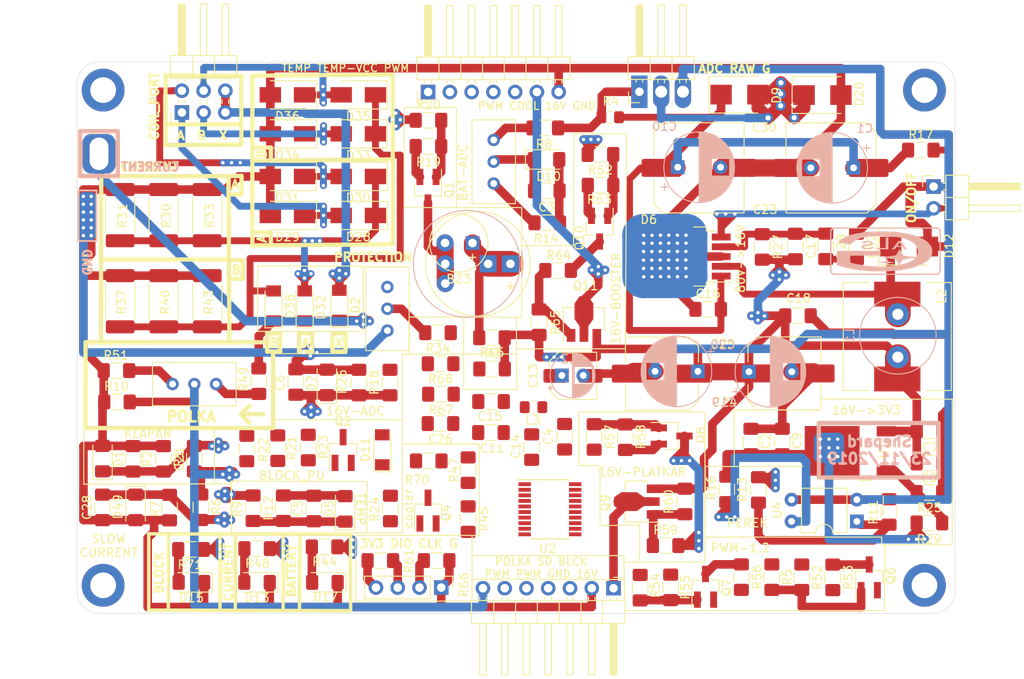
<source format=kicad_pcb>
(kicad_pcb (version 20171130) (host pcbnew "(5.1.4-0-10_14)")
  (title_block (title Shepard) (date 2019-07-27) (rev 3.0) (company "GALS-S Pp") (comment 1 "Nick Nifontov") (comment 2 http://www.leoton.ua/) (comment 3 3318798@gmail.com) (comment 4 "for FORT/T/XT"))
  (layers (0 F.Cu signal) (31 B.Cu signal) (34 B.Paste user) (35 F.Paste user) (36 B.SilkS user) (37 F.SilkS user) (38 B.Mask user) (39 F.Mask user) (44 Edge.Cuts user))
  (net 0 "")
  (net 1 +48V)
  (net 2 CURRENT)
  (net 3 KLAPAN_COMP)
  (net 4 AB)
  (net 5 "Net-(BZ1-Pad2)")
  (net 6 TEMP_ADC)
  (net 7 +3V3)
  (net 8 +15V)
  (net 9 "Net-(Q2-Pad1)")
  (net 10 "Net-(D17-Pad2)")
  (net 11 AB_RAW)
  (net 12 "Net-(BAT1-Pad1)")
  (net 13 "Net-(BAT1-Pad3)")
  (net 14 POLKA_TO_PU_READY)
  (net 15 "Net-(D11-Pad2)")
  (net 16 PWM1)
  (net 17 PWM2)
  (net 18 COIL1_A)
  (net 19 COIL1_B)
  (net 20 COIL2_A)
  (net 21 COIL2_B)
  (net 22 COIL1_B_OUT)
  (net 23 COIL1_A_OUT)
  (net 24 POLKA_SUMATOR)
  (net 25 COIL2_A_OUT)
  (net 26 "Net-(CURRENT2-Pad1)")
  (net 27 "Net-(CURRENT2-Pad3)")
  (net 28 PWM2-OUT)
  (net 29 "Net-(Q6-Pad1)")
  (net 30 "Net-(Q7-Pad1)")
  (net 31 PWM1-OUT)
  (net 32 BLOCK_PORT)
  (net 33 15V1_OK)
  (net 34 15V2_OK)
  (net 35 "Net-(Q8-Pad1)")
  (net 36 "Net-(Q8-Pad3)")
  (net 37 "Net-(Q9-Pad1)")
  (net 38 "Net-(Q10-Pad1)")
  (net 39 "Net-(Q10-Pad3)")
  (net 40 "Net-(Q11-Pad1)")
  (net 41 BLOCK_PU)
  (net 42 TEMP_2)
  (net 43 "Net-(BZ1-Pad1)")
  (net 44 PEREKLUCHALKA)
  (net 45 "Net-(R11-Pad1)")
  (net 46 "Net-(R25-Pad1)")
  (net 47 "Net-(D20-Pad1)")
  (net 48 "Net-(Q1-Pad1)")
  (net 49 16V_ADC)
  (net 50 SD)
  (net 51 XL_FB)
  (net 52 "Net-(D12-Pad1)")
  (net 53 XL_EN)
  (net 54 "Net-(R28-Pad1)")
  (net 55 BUZZER)
  (net 56 LED)
  (net 57 "Net-(D13-Pad2)")
  (net 58 COOLER_1_OUT)
  (net 59 "Net-(Q4-Pad1)")
  (net 60 COOLER_1)
  (net 61 LED_2)
  (net 62 DIO)
  (net 63 CLK)
  (net 64 NRST)
  (net 65 "Net-(R68-Pad2)")
  (net 66 "Net-(C11-Pad1)")
  (net 67 BLOCK_POWER)
  (net 68 BLOCK_PORT_2)
  (net 69 "Net-(D15-Pad2)")
  (net 70 "Net-(J8-Pad2)")
  (net 71 EX_A)
  (net 72 "Net-(BAT2-Pad2)")
  (module Capacitor_THT:CP_Radial_D8.0mm_P5.00mm (layer B.Cu) (at 176.911 70.2437)
    (fp_text reference C10 (at -1.5494 -4.7625) (layer B.SilkS) (effects (justify mirror)))
    (fp_text value "33uf 100V")
    (pad 1 thru_hole rect (at 0 0) (size 1.6 1.6) (drill 0.8) (layers *.Cu *.Mask) (net 1 +48V))
    (pad 2 thru_hole circle (at 5 0) (size 1.6 1.6) (drill 0.8) (layers *.Cu *.Mask) (net 22 COIL1_B_OUT))
  )
  (module gals-logo:gals-logo (layer B.Cu) (at 201.1299 80.0481 180)
    (fp_text reference G*** hide)
    (fp_text value LOGO hide)
  )
  (module MountingHole:MountingHole_2.2mm_M2_DIN965_Pad (layer F.Cu) (at 205.707 61.247 180)
    (fp_text reference H1 hide)
    (fp_text value MountingHole)
    (pad 1 thru_hole circle (at 0 0 180) (size 5 5) (drill 3) (layers *.Cu *.Mask) (clearance 2))
  )
  (module MountingHole:MountingHole_2.2mm_M2_DIN965_Pad (layer F.Cu) (at 205.707 119.039 180)
    (fp_text reference H2 hide)
    (fp_text value MountingHole)
    (pad 1 thru_hole circle (at 0 0 180) (size 5 5) (drill 3) (layers *.Cu *.Mask) (clearance 2))
  )
  (module MountingHole:MountingHole_2.2mm_M2_DIN965_Pad (layer F.Cu) (at 109.855 119.039 180)
    (fp_text reference H3 hide)
    (fp_text value MountingHole)
    (pad 1 thru_hole circle (at 0 0 180) (size 5 5) (drill 3) (layers *.Cu *.Mask) (clearance 2))
  )
  (module MountingHole:MountingHole_2.2mm_M2_DIN965_Pad (layer F.Cu) (at 109.855 61.247 180)
    (fp_text reference H4 hide)
    (fp_text value MountingHole)
    (pad 1 thru_hole circle (at 0 0 180) (size 5 5) (drill 3) (layers *.Cu *.Mask))
  )
  (module Connector_PinHeader_2.54mm:PinHeader_1x03_P2.54mm_Horizontal (layer F.Cu) (at 172.43856 61.44006 90)
    (fp_text reference J1 hide)
    (fp_text value "ADC RAW G" (at 2.71526 11.10184 180) (layer F.SilkS) (effects (font (thickness 0.25))))
    (pad 1 thru_hole rect (at 0 0 90) (size 3.8 1.9) (drill 1) (layers *.Cu *.Mask) (net 11 AB_RAW))
    (pad 2 thru_hole oval (at 0 2.54 90) (size 3.8 1.9) (drill 1.4) (layers *.Cu *.Mask) (net 47 "Net-(D20-Pad1)"))
    (pad 3 thru_hole oval (at 0 5.08 90) (size 3.8 1.9) (drill 1.4) (layers *.Cu *.Mask) (net 22 COIL1_B_OUT))
  )
  (module Diode_SMD:D_MiniMELF (layer F.Cu) (at 133.37286 86.4266 90)
    (fp_text reference D32 (at -0.1874 1.88214 90) (layer F.SilkS))
    (fp_text value BAS86)
    (pad 1 smd rect (at -1.75 0 90) (size 1.3 1.7) (layers F.Cu F.Paste F.Mask) (net 24 POLKA_SUMATOR))
    (pad 2 smd rect (at 1.75 0 90) (size 1.3 1.7) (layers F.Cu F.Paste F.Mask) (net 23 COIL1_A_OUT))
  )
  (module Diode_SMD:D_MiniMELF (layer F.Cu) (at 129.75336 86.4336 90)
    (fp_text reference D38 (at -0.0534 1.94564 90) (layer F.SilkS))
    (fp_text value BAS86)
    (pad 1 smd rect (at -1.75 0 90) (size 1.3 1.7) (layers F.Cu F.Paste F.Mask) (net 24 POLKA_SUMATOR))
    (pad 2 smd rect (at 1.75 0 90) (size 1.3 1.7) (layers F.Cu F.Paste F.Mask) (net 25 COIL2_A_OUT))
  )
  (module Potentiometer_THT:Potentiometer_Bourns_3296W_Vertical (layer F.Cu) (at 123.0376 95.5548)
    (fp_text reference CURRENT2 hide)
    (fp_text value 1K)
    (pad 1 thru_hole circle (at 0 0) (size 1.44 1.44) (drill 0.8) (layers *.Cu *.Mask) (net 26 "Net-(CURRENT2-Pad1)"))
    (pad 2 thru_hole circle (at -2.54 0) (size 1.44 1.44) (drill 0.8) (layers *.Cu *.Mask) (net 14 POLKA_TO_PU_READY))
    (pad 3 thru_hole circle (at -5.08 0) (size 1.44 1.44) (drill 0.8) (layers *.Cu *.Mask) (net 27 "Net-(CURRENT2-Pad3)"))
  )
  (module Resistor_SMD:R_2512_6332Metric_Pad1.52x3.35mm_HandSolder (layer F.Cu) (at 116.9166 75.83764 90)
    (fp_text reference R30 (at -0.0762 0.301 270) (layer F.SilkS))
    (fp_text value 20)
    (pad 1 smd roundrect (at -2.9875 0 90) (size 1.525 3.35) (layers F.Cu F.Paste F.Mask) (roundrect_rratio 0.163934) (net 23 COIL1_A_OUT))
    (pad 2 smd roundrect (at 2.9875 0 90) (size 1.525 3.35) (layers F.Cu F.Paste F.Mask) (roundrect_rratio 0.163934) (net 22 COIL1_B_OUT))
  )
  (module Resistor_SMD:R_2512_6332Metric_Pad1.52x3.35mm_HandSolder (layer F.Cu) (at 111.8366 75.83764 90)
    (fp_text reference R31 (at -0.0762 0.301 270) (layer F.SilkS))
    (fp_text value 20)
    (pad 2 smd roundrect (at 2.9875 0 90) (size 1.525 3.35) (layers F.Cu F.Paste F.Mask) (roundrect_rratio 0.163934) (net 22 COIL1_B_OUT))
    (pad 1 smd roundrect (at -2.9875 0 90) (size 1.525 3.35) (layers F.Cu F.Paste F.Mask) (roundrect_rratio 0.163934) (net 23 COIL1_A_OUT))
  )
  (module Resistor_SMD:R_2512_6332Metric_Pad1.52x3.35mm_HandSolder (layer F.Cu) (at 121.9966 75.83764 90)
    (fp_text reference R33 (at -0.0762 0.301 270) (layer F.SilkS))
    (fp_text value 20)
    (pad 1 smd roundrect (at -2.9875 0 90) (size 1.525 3.35) (layers F.Cu F.Paste F.Mask) (roundrect_rratio 0.163934) (net 23 COIL1_A_OUT))
    (pad 2 smd roundrect (at 2.9875 0 90) (size 1.525 3.35) (layers F.Cu F.Paste F.Mask) (roundrect_rratio 0.163934) (net 22 COIL1_B_OUT))
  )
  (module Resistor_SMD:R_2512_6332Metric_Pad1.52x3.35mm_HandSolder (layer F.Cu) (at 111.84636 85.8876 90)
    (fp_text reference R37 (at -0.1016 0.1486 270) (layer F.SilkS))
    (fp_text value 20)
    (pad 1 smd roundrect (at -2.9875 0 90) (size 1.525 3.35) (layers F.Cu F.Paste F.Mask) (roundrect_rratio 0.163934) (net 25 COIL2_A_OUT))
    (pad 2 smd roundrect (at 2.9875 0 90) (size 1.525 3.35) (layers F.Cu F.Paste F.Mask) (roundrect_rratio 0.163934) (net 22 COIL1_B_OUT))
  )
  (module Resistor_SMD:R_2512_6332Metric_Pad1.52x3.35mm_HandSolder (layer F.Cu) (at 116.92636 85.8876 90)
    (fp_text reference R40 (at -0.1016 0.1486 270) (layer F.SilkS))
    (fp_text value 20)
    (pad 1 smd roundrect (at -2.9875 0 90) (size 1.525 3.35) (layers F.Cu F.Paste F.Mask) (roundrect_rratio 0.163934) (net 25 COIL2_A_OUT))
    (pad 2 smd roundrect (at 2.9875 0 90) (size 1.525 3.35) (layers F.Cu F.Paste F.Mask) (roundrect_rratio 0.163934) (net 22 COIL1_B_OUT))
  )
  (module Resistor_SMD:R_2512_6332Metric_Pad1.52x3.35mm_HandSolder (layer F.Cu) (at 122.00636 85.8876 90)
    (fp_text reference R43 (at -0.1016 0.1486 270) (layer F.SilkS))
    (fp_text value 20)
    (pad 2 smd roundrect (at 2.9875 0 90) (size 1.525 3.35) (layers F.Cu F.Paste F.Mask) (roundrect_rratio 0.163934) (net 22 COIL1_B_OUT))
    (pad 1 smd roundrect (at -2.9875 0 90) (size 1.525 3.35) (layers F.Cu F.Paste F.Mask) (roundrect_rratio 0.163934) (net 25 COIL2_A_OUT))
  )
  (module Diode_SMD:D_SMA (layer F.Cu) (at 139.63524 75.8764 180)
    (fp_text reference D28 (at 0 -2.5 180) (layer F.SilkS))
    (fp_text value US1B)
    (pad 1 smd rect (at -2 0 180) (size 2.5 1.8) (layers F.Cu F.Paste F.Mask) (net 23 COIL1_A_OUT))
    (pad 2 smd rect (at 2 0 180) (size 2.5 1.8) (layers F.Cu F.Paste F.Mask) (net 18 COIL1_A))
  )
  (module Diode_SMD:D_SMA (layer F.Cu) (at 131.36324 75.8764 180)
    (fp_text reference D29 (at 0 -2.5 180) (layer F.SilkS))
    (fp_text value US1B)
    (pad 1 smd rect (at -2 0 180) (size 2.5 1.8) (layers F.Cu F.Paste F.Mask) (net 18 COIL1_A))
    (pad 2 smd rect (at 2 0 180) (size 2.5 1.8) (layers F.Cu F.Paste F.Mask) (net 22 COIL1_B_OUT))
  )
  (module Diode_SMD:D_SMA (layer F.Cu) (at 139.63524 71.3264 180)
    (fp_text reference D30 (at 0 -2.5 180) (layer F.SilkS))
    (fp_text value US1B)
    (pad 2 smd rect (at 2 0 180) (size 2.5 1.8) (layers F.Cu F.Paste F.Mask) (net 19 COIL1_B))
    (pad 1 smd rect (at -2 0 180) (size 2.5 1.8) (layers F.Cu F.Paste F.Mask) (net 23 COIL1_A_OUT))
  )
  (module Diode_SMD:D_SMA (layer F.Cu) (at 131.36324 71.3264 180)
    (fp_text reference D31 (at 0 -2.5 180) (layer F.SilkS))
    (fp_text value US1B)
    (pad 2 smd rect (at 2 0 180) (size 2.5 1.8) (layers F.Cu F.Paste F.Mask) (net 22 COIL1_B_OUT))
    (pad 1 smd rect (at -2 0 180) (size 2.5 1.8) (layers F.Cu F.Paste F.Mask) (net 19 COIL1_B))
  )
  (module Diode_SMD:D_SMA (layer F.Cu) (at 139.63524 66.3514 180)
    (fp_text reference D33 (at 0 -2.5 180) (layer F.SilkS))
    (fp_text value US1B)
    (pad 1 smd rect (at -2 0 180) (size 2.5 1.8) (layers F.Cu F.Paste F.Mask) (net 25 COIL2_A_OUT))
    (pad 2 smd rect (at 2 0 180) (size 2.5 1.8) (layers F.Cu F.Paste F.Mask) (net 20 COIL2_A))
  )
  (module Diode_SMD:D_SMA (layer F.Cu) (at 131.36324 66.3514 180)
    (fp_text reference D34 (at 0 -2.5 180) (layer F.SilkS))
    (fp_text value US1B)
    (pad 1 smd rect (at -2 0 180) (size 2.5 1.8) (layers F.Cu F.Paste F.Mask) (net 20 COIL2_A))
    (pad 2 smd rect (at 2 0 180) (size 2.5 1.8) (layers F.Cu F.Paste F.Mask) (net 22 COIL1_B_OUT))
  )
  (module Diode_SMD:D_SMA (layer F.Cu) (at 139.63524 61.8014 180)
    (fp_text reference D35 (at 0 -2.5 180) (layer F.SilkS))
    (fp_text value US1B)
    (pad 2 smd rect (at 2 0 180) (size 2.5 1.8) (layers F.Cu F.Paste F.Mask) (net 21 COIL2_B))
    (pad 1 smd rect (at -2 0 180) (size 2.5 1.8) (layers F.Cu F.Paste F.Mask) (net 25 COIL2_A_OUT))
  )
  (module Diode_SMD:D_SMA (layer F.Cu) (at 131.36324 61.8014 180)
    (fp_text reference D36 (at 0 -2.5 180) (layer F.SilkS))
    (fp_text value US1B)
    (pad 2 smd rect (at 2 0 180) (size 2.5 1.8) (layers F.Cu F.Paste F.Mask) (net 22 COIL1_B_OUT))
    (pad 1 smd rect (at -2 0 180) (size 2.5 1.8) (layers F.Cu F.Paste F.Mask) (net 21 COIL2_B))
  )
  (module Resistor_SMD:R_1206_3216Metric_Pad1.42x1.75mm_HandSolder (layer F.Cu) (at 128.016 95.2135 270)
    (fp_text reference R49 (at -0.2175 1.7272 90) (layer F.SilkS))
    (fp_text value 0)
    (pad 2 smd roundrect (at 1.4875 0 270) (size 1.425 1.75) (layers F.Cu F.Paste F.Mask) (roundrect_rratio 0.175439) (net 26 "Net-(CURRENT2-Pad1)"))
    (pad 1 smd roundrect (at -1.4875 0 270) (size 1.425 1.75) (layers F.Cu F.Paste F.Mask) (roundrect_rratio 0.175439) (net 24 POLKA_SUMATOR))
  )
  (module Resistor_SMD:R_1206_3216Metric_Pad1.42x1.75mm_HandSolder (layer F.Cu) (at 111.4044 93.98 180)
    (fp_text reference R51 (at 0.0651 1.778) (layer F.SilkS))
    (fp_text value 100)
    (pad 1 smd roundrect (at -1.4875 0 180) (size 1.425 1.75) (layers F.Cu F.Paste F.Mask) (roundrect_rratio 0.175439) (net 27 "Net-(CURRENT2-Pad3)"))
    (pad 2 smd roundrect (at 1.4875 0 180) (size 1.425 1.75) (layers F.Cu F.Paste F.Mask) (roundrect_rratio 0.175439) (net 22 COIL1_B_OUT))
  )
  (module Resistor_SMD:R_1206_3216Metric_Pad1.42x1.75mm_HandSolder (layer F.Cu) (at 111.4695 97.6376 180)
    (fp_text reference R10 (at 0.0651 1.8288) (layer F.SilkS))
    (fp_text value 100k)
    (pad 1 smd roundrect (at -1.4875 0 180) (size 1.425 1.75) (layers F.Cu F.Paste F.Mask) (roundrect_rratio 0.175439) (net 14 POLKA_TO_PU_READY))
    (pad 2 smd roundrect (at 1.4875 0 180) (size 1.425 1.75) (layers F.Cu F.Paste F.Mask) (roundrect_rratio 0.175439) (net 22 COIL1_B_OUT))
  )
  (module Potentiometer_THT:Potentiometer_Bourns_3296W_Vertical (layer F.Cu) (at 155.43276 67.06616 90)
    (fp_text reference BAT1 hide)
    (fp_text value 1K)
    (pad 1 thru_hole circle (at 0 0 90) (size 1.44 1.44) (drill 0.8) (layers *.Cu *.Mask) (net 12 "Net-(BAT1-Pad1)"))
    (pad 2 thru_hole circle (at -2.54 0 90) (size 1.44 1.44) (drill 0.8) (layers *.Cu *.Mask) (net 4 AB))
    (pad 3 thru_hole circle (at -5.08 0 90) (size 1.44 1.44) (drill 0.8) (layers *.Cu *.Mask) (net 13 "Net-(BAT1-Pad3)"))
  )
  (module Buzzer_Beeper:Buzzer_12x9.5RM7.6 (layer F.Cu) (at 157.3838 81.5213 180)
    (fp_text reference BZ1 hide)
    (fp_text value Buzzer)
    (fp_text user + (at -0.01 -2.54) (layer F.SilkS))
    (pad 1 thru_hole rect (at 0 0 180) (size 2 2) (drill 1) (layers *.Cu *.Mask) (net 43 "Net-(BZ1-Pad1)"))
    (pad 2 thru_hole circle (at 7.6038 0.0013 180) (size 2 2) (drill 1) (layers *.Cu *.Mask) (net 5 "Net-(BZ1-Pad2)"))
  )
  (module Buzzer_Beeper:Buzzer_TDK_PS1240P02BT_D12.2mm_H6.5mm (layer B.Cu) (at 154.786668 81.521699 180)
    (fp_text reference BZ2 hide)
    (fp_text value Buzzer)
    (pad 1 thru_hole rect (at 0 0 180) (size 2 2) (drill 1) (layers *.Cu *.Mask) (net 43 "Net-(BZ1-Pad1)"))
    (pad 2 thru_hole circle (at 5.006668 -2.301699 180) (size 2 2) (drill 1) (layers *.Cu *.Mask) (net 5 "Net-(BZ1-Pad2)"))
  )
  (module Buzzer_Beeper:MagneticBuzzer_Kingstate_KCG0601 (layer F.Cu) (at 152.9588 79.0956 180)
    (fp_text reference BZ3 (at 1.6 -4.2) (layer F.SilkS))
    (fp_text value Buzzer)
    (fp_text user + (at 0 -1.6) (layer F.SilkS))
    (pad 1 thru_hole rect (at 0 0 180) (size 1.6 1.6) (drill 1) (layers *.Cu *.Mask) (net 43 "Net-(BZ1-Pad1)"))
    (pad 2 thru_hole circle (at 3.2042 0.014 180) (size 2 2) (drill 1) (layers *.Cu *.Mask) (net 5 "Net-(BZ1-Pad2)"))
  )
  (module Capacitor_SMD:C_1206_3216Metric_Pad1.42x1.75mm_HandSolder (layer F.Cu) (at 161.6345 72.9996)
    (fp_text reference C3 (at -0.0143 1.905) (layer F.SilkS))
    (fp_text value 0.1uf)
    (pad 1 smd roundrect (at -1.4875 0) (size 1.425 1.75) (layers F.Cu F.Paste F.Mask) (roundrect_rratio 0.175439) (net 4 AB))
    (pad 2 smd roundrect (at 1.4875 0) (size 1.425 1.75) (layers F.Cu F.Paste F.Mask) (roundrect_rratio 0.175439) (net 22 COIL1_B_OUT))
  )
  (module Capacitor_SMD:C_1206_3216Metric_Pad1.42x1.75mm_HandSolder (layer F.Cu) (at 134.4422 110.0725 90)
    (fp_text reference C5 (at 0 -1.82 90) (layer F.SilkS))
    (fp_text value 0.1uf)
    (pad 2 smd roundrect (at 1.4875 0 90) (size 1.425 1.75) (layers F.Cu F.Paste F.Mask) (roundrect_rratio 0.175439) (net 22 COIL1_B_OUT))
    (pad 1 smd roundrect (at -1.4875 0 90) (size 1.425 1.75) (layers F.Cu F.Paste F.Mask) (roundrect_rratio 0.175439) (net 6 TEMP_ADC))
  )
  (module Capacitor_SMD:C_1206_3216Metric_Pad1.42x1.75mm_HandSolder (layer F.Cu) (at 206.2972 101.0158)
    (fp_text reference C7 (at 0.1254 1.9431) (layer F.SilkS))
    (fp_text value 10uf)
    (pad 1 smd roundrect (at -1.4875 0) (size 1.425 1.75) (layers F.Cu F.Paste F.Mask) (roundrect_rratio 0.175439) (net 8 +15V))
    (pad 2 smd roundrect (at 1.4875 0) (size 1.425 1.75) (layers F.Cu F.Paste F.Mask) (roundrect_rratio 0.175439) (net 22 COIL1_B_OUT))
  )
  (module Capacitor_SMD:C_1206_3216Metric_Pad1.42x1.75mm_HandSolder (layer F.Cu) (at 206.2861 104.7623 180)
    (fp_text reference C8 (at 0.0762 -1.7399) (layer F.SilkS))
    (fp_text value 0.1uf)
    (pad 2 smd roundrect (at 1.4875 0 180) (size 1.425 1.75) (layers F.Cu F.Paste F.Mask) (roundrect_rratio 0.175439) (net 8 +15V))
    (pad 1 smd roundrect (at -1.4875 0 180) (size 1.425 1.75) (layers F.Cu F.Paste F.Mask) (roundrect_rratio 0.175439) (net 22 COIL1_B_OUT))
  )
  (module Capacitor_SMD:C_1206_3216Metric_Pad1.42x1.75mm_HandSolder (layer F.Cu) (at 189.1157 102.2588 270)
    (fp_text reference C9 (at -0.1 -1.7272 90) (layer F.SilkS))
    (fp_text value 0.1uf)
    (pad 1 smd roundrect (at -1.4875 0 270) (size 1.425 1.75) (layers F.Cu F.Paste F.Mask) (roundrect_rratio 0.175439) (net 22 COIL1_B_OUT))
    (pad 2 smd roundrect (at 1.4875 0 270) (size 1.425 1.75) (layers F.Cu F.Paste F.Mask) (roundrect_rratio 0.175439) (net 7 +3V3))
  )
  (module Capacitor_SMD:C_1206_3216Metric_Pad1.42x1.75mm_HandSolder (layer F.Cu) (at 116.8908 104.2781 90)
    (fp_text reference C21 (at 0 1.8542 90) (layer F.SilkS))
    (fp_text value 100pf)
    (pad 1 smd roundrect (at -1.4875 0 90) (size 1.425 1.75) (layers F.Cu F.Paste F.Mask) (roundrect_rratio 0.175439) (net 3 KLAPAN_COMP))
    (pad 2 smd roundrect (at 1.4875 0 90) (size 1.425 1.75) (layers F.Cu F.Paste F.Mask) (roundrect_rratio 0.175439) (net 22 COIL1_B_OUT))
  )
  (module Capacitor_SMD:C_1206_3216Metric_Pad1.42x1.75mm_HandSolder (layer F.Cu) (at 109.7788 109.9455 270)
    (fp_text reference C28 (at 0.0111 1.8034 270) (layer F.SilkS))
    (fp_text value 0.1uf)
    (pad 2 smd roundrect (at 1.4875 0 270) (size 1.425 1.75) (layers F.Cu F.Paste F.Mask) (roundrect_rratio 0.175439) (net 22 COIL1_B_OUT))
    (pad 1 smd roundrect (at -1.4875 0 270) (size 1.425 1.75) (layers F.Cu F.Paste F.Mask) (roundrect_rratio 0.175439) (net 2 CURRENT))
  )
  (module Diode_SMD:D_1206_3216Metric_Pad1.42x1.75mm_HandSolder (layer F.Cu) (at 109.7788 104.2559 90)
    (fp_text reference D1 (at -0.0111 1.8669 90) (layer F.SilkS))
    (fp_text value "Zener 4V2")
    (pad 1 smd roundrect (at -1.4875 0 90) (size 1.425 1.75) (layers F.Cu F.Paste F.Mask) (roundrect_rratio 0.175439) (net 3 KLAPAN_COMP))
    (pad 2 smd roundrect (at 1.4875 0 90) (size 1.425 1.75) (layers F.Cu F.Paste F.Mask) (roundrect_rratio 0.175439) (net 22 COIL1_B_OUT))
  )
  (module Diode_SMD:D_1206_3216Metric_Pad1.42x1.75mm_HandSolder (layer F.Cu) (at 138.0998 110.1201 90)
    (fp_text reference D5 (at 0.0365 -1.8288 90) (layer F.SilkS))
    (fp_text value "Zener 4V2")
    (pad 1 smd roundrect (at -1.4875 0 90) (size 1.425 1.75) (layers F.Cu F.Paste F.Mask) (roundrect_rratio 0.175439) (net 6 TEMP_ADC))
    (pad 2 smd roundrect (at 1.4875 0 90) (size 1.425 1.75) (layers F.Cu F.Paste F.Mask) (roundrect_rratio 0.175439) (net 22 COIL1_B_OUT))
  )
  (module Diode_SMD:D_SMB (layer F.Cu) (at 184.1209 61.7728)
    (fp_text reference D9 (at 4.32816 0.08636 270) (layer F.SilkS))
    (fp_text value S210)
    (pad 1 smd rect (at -2.15 0) (size 2.5 2.3) (layers F.Cu F.Paste F.Mask) (net 1 +48V))
    (pad 2 smd rect (at 2.15 0) (size 2.5 2.3) (layers F.Cu F.Paste F.Mask) (net 47 "Net-(D20-Pad1)"))
  )
  (module Diode_SMD:D_1206_3216Metric_Pad1.42x1.75mm_HandSolder (layer F.Cu) (at 161.5948 69.342)
    (fp_text reference D10 (at 0.2413 1.9773 180) (layer F.SilkS))
    (fp_text value "Zener 4V2")
    (pad 1 smd roundrect (at -1.4875 0) (size 1.425 1.75) (layers F.Cu F.Paste F.Mask) (roundrect_rratio 0.175439) (net 4 AB))
    (pad 2 smd roundrect (at 1.4875 0) (size 1.425 1.75) (layers F.Cu F.Paste F.Mask) (roundrect_rratio 0.175439) (net 22 COIL1_B_OUT))
  )
  (module Diode_SMD:D_MiniMELF (layer F.Cu) (at 142.4305 103.223 90)
    (fp_text reference D11 (at 0.0355 -1.9685 90) (layer F.SilkS))
    (fp_text value BAS86)
    (pad 1 smd rect (at -1.75 0 90) (size 1.3 1.7) (layers F.Cu F.Paste F.Mask) (net 41 BLOCK_PU))
    (pad 2 smd rect (at 1.75 0 90) (size 1.3 1.7) (layers F.Cu F.Paste F.Mask) (net 15 "Net-(D11-Pad2)"))
  )
  (module LED_SMD:LED_1206_3216Metric_Pad1.42x1.75mm_HandSolder (layer F.Cu) (at 135.73506 118.69674 180)
    (fp_text reference D17 (at -0.07874 -1.67386) (layer F.SilkS))
    (fp_text value STAT hide)
    (pad 2 smd roundrect (at 1.4875 0 180) (size 1.425 1.75) (layers F.Cu F.Paste F.Mask) (roundrect_rratio 0.175439) (net 10 "Net-(D17-Pad2)"))
    (pad 1 smd roundrect (at -1.4875 0 180) (size 1.425 1.75) (layers F.Cu F.Paste F.Mask) (roundrect_rratio 0.175439) (net 22 COIL1_B_OUT))
  )
  (module Diode_SMD:D_1206_3216Metric_Pad1.42x1.75mm_HandSolder (layer F.Cu) (at 113.6396 109.9455 270)
    (fp_text reference D49 (at -0.0651 2.0574 270) (layer F.SilkS))
    (fp_text value "Zener 4V2")
    (pad 2 smd roundrect (at 1.4875 0 270) (size 1.425 1.75) (layers F.Cu F.Paste F.Mask) (roundrect_rratio 0.175439) (net 22 COIL1_B_OUT))
    (pad 1 smd roundrect (at -1.4875 0 270) (size 1.425 1.75) (layers F.Cu F.Paste F.Mask) (roundrect_rratio 0.175439) (net 2 CURRENT))
  )
  (module Connector_PinHeader_2.54mm:PinHeader_1x07_P2.54mm_Horizontal (layer F.Cu) (at 169.418 119.38 270)
    (fp_text reference J5 hide)
    (fp_text value TO_PLATKAR hide)
    (pad 1 thru_hole rect (at 0 0 270) (size 1.7 1.7) (drill 1) (layers *.Cu *.Mask) (net 33 15V1_OK))
    (pad 2 thru_hole oval (at 0 2.54 270) (size 1.7 1.7) (drill 1) (layers *.Cu *.Mask) (net 22 COIL1_B_OUT))
    (pad 3 thru_hole oval (at 0 5.08 270) (size 1.7 1.7) (drill 1) (layers *.Cu *.Mask) (net 17 PWM2))
    (pad 4 thru_hole oval (at 0 7.62 270) (size 1.7 1.7) (drill 1) (layers *.Cu *.Mask) (net 16 PWM1))
    (pad 5 thru_hole oval (at 0 10.16 270) (size 1.7 1.7) (drill 1) (layers *.Cu *.Mask) (net 41 BLOCK_PU))
    (pad 6 thru_hole oval (at 0 12.7 270) (size 1.7 1.7) (drill 1) (layers *.Cu *.Mask) (net 44 PEREKLUCHALKA))
    (pad 7 thru_hole oval (at 0 15.24 270) (size 1.7 1.7) (drill 1) (layers *.Cu *.Mask) (net 14 POLKA_TO_PU_READY))
  )
  (module Package_TO_SOT_SMD:SOT-89-3 (layer F.Cu) (at 172.5676 109.2708 180)
    (fp_text reference Q9 (at 4.064 -0.1524 270) (layer F.SilkS))
    (fp_text value BCX53)
    (pad 2 smd trapezoid (at 2.667 0 90) (size 1.6 0.85) (rect_delta 0 0.6) (layers F.Cu F.Paste F.Mask) (net 33 15V1_OK))
    (pad 1 smd rect (at -1.48 -1.5 90) (size 1 1.5) (layers F.Cu F.Paste F.Mask) (net 37 "Net-(Q9-Pad1)"))
    (pad 2 smd rect (at -1.3335 0 90) (size 1 1.8) (layers F.Cu F.Paste F.Mask) (net 33 15V1_OK))
    (pad 3 smd rect (at -1.48 1.5 90) (size 1 1.5) (layers F.Cu F.Paste F.Mask) (net 8 +15V))
    (pad 2 smd rect (at 1.3335 0 90) (size 2.2 1.84) (layers F.Cu F.Paste F.Mask) (net 33 15V1_OK))
    (pad 2 smd trapezoid (at -0.0762 0 270) (size 1.5 1) (rect_delta 0 0.7) (layers F.Cu F.Paste F.Mask) (net 33 15V1_OK))
  )
  (module Package_TO_SOT_SMD:SOT-89-3 (layer F.Cu) (at 165.9636 88.392 90)
    (fp_text reference Q11 (at 4.3053 0.2032) (layer F.SilkS))
    (fp_text value BCX53)
    (pad 2 smd trapezoid (at -0.0762 0 180) (size 1.5 1) (rect_delta 0 0.7) (layers F.Cu F.Paste F.Mask) (net 34 15V2_OK))
    (pad 2 smd rect (at 1.3335 0) (size 2.2 1.84) (layers F.Cu F.Paste F.Mask) (net 34 15V2_OK))
    (pad 3 smd rect (at -1.48 1.5) (size 1 1.5) (layers F.Cu F.Paste F.Mask) (net 8 +15V))
    (pad 2 smd rect (at -1.3335 0) (size 1 1.8) (layers F.Cu F.Paste F.Mask) (net 34 15V2_OK))
    (pad 1 smd rect (at -1.48 -1.5) (size 1 1.5) (layers F.Cu F.Paste F.Mask) (net 40 "Net-(Q11-Pad1)"))
    (pad 2 smd trapezoid (at 2.667 0) (size 1.6 0.85) (rect_delta 0 0.6) (layers F.Cu F.Paste F.Mask) (net 34 15V2_OK))
  )
  (module Resistor_SMD:R_0805_2012Metric_Pad1.15x1.40mm_HandSolder (layer F.Cu) (at 169.028 64.4144 180)
    (fp_text reference R4 (at -0.0852 1.8542) (layer F.SilkS))
    (fp_text value R0)
    (pad 2 smd roundrect (at 1.025 0 180) (size 1.15 1.4) (layers F.Cu F.Paste F.Mask) (roundrect_rratio 0.217391) (net 11 AB_RAW))
    (pad 1 smd roundrect (at -1.025 0 180) (size 1.15 1.4) (layers F.Cu F.Paste F.Mask) (roundrect_rratio 0.217391) (net 1 +48V))
  )
  (module Resistor_SMD:R_1206_3216Metric_Pad1.42x1.75mm_HandSolder (layer F.Cu) (at 155.2337 90.1446 180)
    (fp_text reference R15 (at 0.0111 -1.7272) (layer F.SilkS))
    (fp_text value 20)
    (pad 1 smd roundrect (at -1.4875 0 180) (size 1.425 1.75) (layers F.Cu F.Paste F.Mask) (roundrect_rratio 0.175439) (net 8 +15V))
    (pad 2 smd roundrect (at 1.4875 0 180) (size 1.425 1.75) (layers F.Cu F.Paste F.Mask) (roundrect_rratio 0.175439) (net 43 "Net-(BZ1-Pad1)"))
  )
  (module Package_TO_SOT_SMD:TO-252-2 (layer F.Cu) (at 197.0315 103.3466 180)
    (fp_text reference U1 (at -3.9243 0.0889 90) (layer F.SilkS))
    (fp_text value LM317_3PinPackage)
    (pad 1 smd rect (at -4.2 -2.28 180) (size 2.2 1.2) (layers F.Cu F.Paste F.Mask) (net 46 "Net-(R25-Pad1)"))
    (pad 3 smd rect (at -4.2 2.28 180) (size 2.2 1.2) (layers F.Cu F.Paste F.Mask) (net 8 +15V))
    (pad 2 smd rect (at 2.1 0 180) (size 6.4 5.8) (layers F.Cu F.Mask) (net 7 +3V3))
  )
  (module Package_SO:TSSOP-20_4.4x6.5mm_P0.65mm (layer F.Cu) (at 161.9976 110.165)
    (fp_text reference U2 (at -0.254 4.572) (layer F.SilkS))
    (fp_text value STM32L031F6Px)
    (pad 1 smd rect (at -2.95 -2.925) (size 1.45 0.45) (layers F.Cu F.Paste F.Mask) (net 65 "Net-(R68-Pad2)"))
    (pad 2 smd rect (at -2.95 -2.275) (size 1.45 0.45) (layers F.Cu F.Paste F.Mask) (net 50 SD))
    (pad 3 smd rect (at -2.95 -1.625) (size 1.45 0.45) (layers F.Cu F.Paste F.Mask) (net 55 BUZZER))
    (pad 4 smd rect (at -2.95 -0.975) (size 1.45 0.45) (layers F.Cu F.Paste F.Mask) (net 64 NRST))
    (pad 5 smd rect (at -2.95 -0.325) (size 1.45 0.45) (layers F.Cu F.Paste F.Mask) (net 66 "Net-(C11-Pad1)"))
    (pad 6 smd rect (at -2.95 0.325) (size 1.45 0.45) (layers F.Cu F.Paste F.Mask) (net 2 CURRENT))
    (pad 7 smd rect (at -2.95 0.975) (size 1.45 0.45) (layers F.Cu F.Paste F.Mask) (net 4 AB))
    (pad 8 smd rect (at -2.95 1.625) (size 1.45 0.45) (layers F.Cu F.Paste F.Mask) (net 6 TEMP_ADC))
    (pad 9 smd rect (at -2.95 2.275) (size 1.45 0.45) (layers F.Cu F.Paste F.Mask) (net 3 KLAPAN_COMP))
    (pad 10 smd rect (at -2.95 2.925) (size 1.45 0.45) (layers F.Cu F.Paste F.Mask) (net 49 16V_ADC))
    (pad 11 smd rect (at 2.95 2.925) (size 1.45 0.45) (layers F.Cu F.Paste F.Mask) (net 60 COOLER_1))
    (pad 12 smd rect (at 2.95 2.275) (size 1.45 0.45) (layers F.Cu F.Paste F.Mask) (net 32 BLOCK_PORT))
    (pad 13 smd rect (at 2.95 1.625) (size 1.45 0.45) (layers F.Cu F.Paste F.Mask) (net 68 BLOCK_PORT_2))
    (pad 14 smd rect (at 2.95 0.975) (size 1.45 0.45) (layers F.Cu F.Paste F.Mask) (net 67 BLOCK_POWER))
    (pad 15 smd rect (at 2.95 0.325) (size 1.45 0.45) (layers F.Cu F.Paste F.Mask) (net 22 COIL1_B_OUT))
    (pad 16 smd rect (at 2.95 -0.325) (size 1.45 0.45) (layers F.Cu F.Paste F.Mask) (net 7 +3V3))
    (pad 17 smd rect (at 2.95 -0.975) (size 1.45 0.45) (layers F.Cu F.Paste F.Mask) (net 56 LED))
    (pad 18 smd rect (at 2.95 -1.625) (size 1.45 0.45) (layers F.Cu F.Paste F.Mask) (net 61 LED_2))
    (pad 19 smd rect (at 2.95 -2.275) (size 1.45 0.45) (layers F.Cu F.Paste F.Mask) (net 62 DIO))
    (pad 20 smd rect (at 2.95 -2.925) (size 1.45 0.45) (layers F.Cu F.Paste F.Mask) (net 63 CLK))
  )
  (module Package_DIP:DIP-4_W7.62mm (layer F.Cu) (at 197.8152 111.5822 180)
    (fp_text reference U4 (at 9.2964 1.3208 270) (layer F.SilkS))
    (fp_text value PC817)
    (pad 1 thru_hole rect (at 0 0 180) (size 1.6 1.6) (drill 0.8) (layers *.Cu *.Mask) (net 45 "Net-(R11-Pad1)"))
    (pad 3 thru_hole oval (at 7.62 2.54 180) (size 1.6 1.6) (drill 0.8) (layers *.Cu *.Mask) (net 22 COIL1_B_OUT))
    (pad 2 thru_hole oval (at 0 2.54 180) (size 1.6 1.6) (drill 0.8) (layers *.Cu *.Mask) (net 22 COIL1_B_OUT))
    (pad 4 thru_hole oval (at 7.62 0 180) (size 1.6 1.6) (drill 0.8) (layers *.Cu *.Mask) (net 50 SD))
  )
  (module Capacitor_SMD:C_1206_3216Metric_Pad1.42x1.75mm_HandSolder (layer F.Cu) (at 163.71062 101.70066 90)
    (fp_text reference C4 (at 0 -1.9089 270) (layer F.SilkS))
    (fp_text value 0.1uf)
    (pad 2 smd roundrect (at 1.4875 0 90) (size 1.425 1.75) (layers F.Cu F.Paste F.Mask) (roundrect_rratio 0.175439) (net 7 +3V3))
    (pad 1 smd roundrect (at -1.4875 0 90) (size 1.425 1.75) (layers F.Cu F.Paste F.Mask) (roundrect_rratio 0.175439) (net 22 COIL1_B_OUT))
  )
  (module Capacitor_SMD:C_1206_3216Metric_Pad1.42x1.75mm_HandSolder (layer F.Cu) (at 155.11272 101.21392 180)
    (fp_text reference C11 (at -0.14478 -1.84658 180) (layer F.SilkS))
    (fp_text value 0.1uf)
    (pad 2 smd roundrect (at 1.4875 0 180) (size 1.425 1.75) (layers F.Cu F.Paste F.Mask) (roundrect_rratio 0.175439) (net 22 COIL1_B_OUT))
    (pad 1 smd roundrect (at -1.4875 0 180) (size 1.425 1.75) (layers F.Cu F.Paste F.Mask) (roundrect_rratio 0.175439) (net 66 "Net-(C11-Pad1)"))
  )
  (module Capacitor_THT:CP_Radial_D5.0mm_P2.50mm (layer B.Cu) (at 163.38804 94.54896)
    (fp_text reference C12 (at 1.2827 -1.9431) (layer B.SilkS) (effects (justify mirror)))
    (fp_text value "10 uf")
    (pad 1 thru_hole rect (at 0 0) (size 1.6 1.6) (drill 0.8) (layers *.Cu *.Mask) (net 7 +3V3))
    (pad 2 thru_hole circle (at 2.5 0) (size 1.6 1.6) (drill 0.8) (layers *.Cu *.Mask) (net 22 COIL1_B_OUT))
  )
  (module Capacitor_SMD:C_Elec_5x5.4 (layer F.Cu) (at 164.68854 94.59976)
    (fp_text reference C13 (at -4.66854 0.01524 90) (layer F.SilkS))
    (fp_text value "10 uf")
    (pad 1 smd roundrect (at -2.0625 0) (size 2.775 1.6) (layers F.Cu F.Paste F.Mask) (roundrect_rratio 0.15625) (net 7 +3V3))
    (pad 2 smd roundrect (at 2.0625 0) (size 2.775 1.6) (layers F.Cu F.Paste F.Mask) (roundrect_rratio 0.15625) (net 22 COIL1_B_OUT))
  )
  (module Capacitor_SMD:C_1206_3216Metric_Pad1.42x1.75mm_HandSolder (layer F.Cu) (at 159.8676 102.9065 270)
    (fp_text reference C14 (at -0.0635 1.8415 270) (layer F.SilkS))
    (fp_text value 10uf)
    (pad 1 smd roundrect (at -1.4875 0 270) (size 1.425 1.75) (layers F.Cu F.Paste F.Mask) (roundrect_rratio 0.175439) (net 7 +3V3))
    (pad 2 smd roundrect (at 1.4875 0 270) (size 1.425 1.75) (layers F.Cu F.Paste F.Mask) (roundrect_rratio 0.175439) (net 22 COIL1_B_OUT))
  )
  (module Capacitor_SMD:C_1206_3216Metric_Pad1.42x1.75mm_HandSolder (layer F.Cu) (at 155.12542 97.59442)
    (fp_text reference C15 (at -0.12192 1.71958 180) (layer F.SilkS))
    (fp_text value 10uf)
    (pad 2 smd roundrect (at 1.4875 0) (size 1.425 1.75) (layers F.Cu F.Paste F.Mask) (roundrect_rratio 0.175439) (net 66 "Net-(C11-Pad1)"))
    (pad 1 smd roundrect (at -1.4875 0) (size 1.425 1.75) (layers F.Cu F.Paste F.Mask) (roundrect_rratio 0.175439) (net 22 COIL1_B_OUT))
  )
  (module Diode_SMD:D_SMB (layer F.Cu) (at 193.811 61.8236)
    (fp_text reference D20 (at 4.2799 -0.127 270) (layer F.SilkS))
    (fp_text value smbj20A)
    (pad 1 smd rect (at -2.15 0) (size 2.5 2.3) (layers F.Cu F.Paste F.Mask) (net 47 "Net-(D20-Pad1)"))
    (pad 2 smd rect (at 2.15 0) (size 2.5 2.3) (layers F.Cu F.Paste F.Mask) (net 22 COIL1_B_OUT))
  )
  (module Resistor_SMD:R_1206_3216Metric_Pad1.42x1.75mm_HandSolder (layer F.Cu) (at 120.4976 104.2559 90)
    (fp_text reference R1 (at 0 -1.82 90) (layer F.SilkS))
    (fp_text value 1K)
    (pad 2 smd roundrect (at 1.4875 0 90) (size 1.425 1.75) (layers F.Cu F.Paste F.Mask) (roundrect_rratio 0.175439) (net 3 KLAPAN_COMP))
    (pad 1 smd roundrect (at -1.4875 0 90) (size 1.425 1.75) (layers F.Cu F.Paste F.Mask) (roundrect_rratio 0.175439) (net 14 POLKA_TO_PU_READY))
  )
  (module Resistor_SMD:R_1206_3216Metric_Pad1.42x1.75mm_HandSolder (layer F.Cu) (at 113.3348 104.2781 90)
    (fp_text reference R2 (at -0.0111 1.6383 90) (layer F.SilkS))
    (fp_text value 330-380)
    (pad 1 smd roundrect (at -1.4875 0 90) (size 1.425 1.75) (layers F.Cu F.Paste F.Mask) (roundrect_rratio 0.175439) (net 3 KLAPAN_COMP))
    (pad 2 smd roundrect (at 1.4875 0 90) (size 1.425 1.75) (layers F.Cu F.Paste F.Mask) (roundrect_rratio 0.175439) (net 22 COIL1_B_OUT))
  )
  (module Resistor_SMD:R_1206_3216Metric_Pad1.42x1.75mm_HandSolder (layer F.Cu) (at 121.2596 109.9312 270)
    (fp_text reference R6 (at -0.0873 -1.8288 270) (layer F.SilkS))
    (fp_text value 10k)
    (pad 2 smd roundrect (at 1.4875 0 270) (size 1.425 1.75) (layers F.Cu F.Paste F.Mask) (roundrect_rratio 0.175439) (net 2 CURRENT))
    (pad 1 smd roundrect (at -1.4875 0 270) (size 1.425 1.75) (layers F.Cu F.Paste F.Mask) (roundrect_rratio 0.175439) (net 14 POLKA_TO_PU_READY))
  )
  (module Resistor_SMD:R_1206_3216Metric_Pad1.42x1.75mm_HandSolder (layer F.Cu) (at 117.602 109.9677 270)
    (fp_text reference R7 (at 0.154 1.6891 270) (layer F.SilkS))
    (fp_text value 3.3K-3.8K)
    (pad 1 smd roundrect (at -1.4875 0 270) (size 1.425 1.75) (layers F.Cu F.Paste F.Mask) (roundrect_rratio 0.175439) (net 2 CURRENT))
    (pad 2 smd roundrect (at 1.4875 0 270) (size 1.425 1.75) (layers F.Cu F.Paste F.Mask) (roundrect_rratio 0.175439) (net 22 COIL1_B_OUT))
  )
  (module Capacitor_SMD:C_1206_3216Metric_Pad1.42x1.75mm_HandSolder (layer F.Cu) (at 185.4581 102.2588 90)
    (fp_text reference C2 (at 0.0619 1.7653 90) (layer F.SilkS))
    (fp_text value 10uf)
    (pad 1 smd roundrect (at -1.4875 0 90) (size 1.425 1.75) (layers F.Cu F.Paste F.Mask) (roundrect_rratio 0.175439) (net 7 +3V3))
    (pad 2 smd roundrect (at 1.4875 0 90) (size 1.425 1.75) (layers F.Cu F.Paste F.Mask) (roundrect_rratio 0.175439) (net 22 COIL1_B_OUT))
  )
  (module Resistor_SMD:R_1206_3216Metric_Pad1.42x1.75mm_HandSolder (layer F.Cu) (at 206.2845 108.204)
    (fp_text reference R25 (at 0 1.778) (layer F.SilkS))
    (fp_text value 1K8)
    (pad 1 smd roundrect (at -1.4875 0) (size 1.425 1.75) (layers F.Cu F.Paste F.Mask) (roundrect_rratio 0.175439) (net 46 "Net-(R25-Pad1)"))
    (pad 2 smd roundrect (at 1.4875 0) (size 1.425 1.75) (layers F.Cu F.Paste F.Mask) (roundrect_rratio 0.175439) (net 22 COIL1_B_OUT))
  )
  (module Resistor_SMD:R_1206_3216Metric_Pad1.42x1.75mm_HandSolder (layer F.Cu) (at 206.2845 111.76)
    (fp_text reference R29 (at -0.0365 1.905) (layer F.SilkS))
    (fp_text value 1K2)
    (pad 2 smd roundrect (at 1.4875 0) (size 1.425 1.75) (layers F.Cu F.Paste F.Mask) (roundrect_rratio 0.175439) (net 46 "Net-(R25-Pad1)"))
    (pad 1 smd roundrect (at -1.4875 0) (size 1.425 1.75) (layers F.Cu F.Paste F.Mask) (roundrect_rratio 0.175439) (net 7 +3V3))
  )
  (module Resistor_SMD:R_1206_3216Metric_Pad1.42x1.75mm_HandSolder (layer F.Cu) (at 187.8965 118.0862 90)
    (fp_text reference R5 (at 0 1.7995 90) (layer F.SilkS))
    (fp_text value 1K)
    (pad 1 smd roundrect (at -1.4875 0 90) (size 1.425 1.75) (layers F.Cu F.Paste F.Mask) (roundrect_rratio 0.175439) (net 29 "Net-(Q6-Pad1)"))
    (pad 2 smd roundrect (at 1.4875 0 90) (size 1.425 1.75) (layers F.Cu F.Paste F.Mask) (roundrect_rratio 0.175439) (net 68 BLOCK_PORT_2))
  )
  (module Resistor_SMD:R_1206_3216Metric_Pad1.42x1.75mm_HandSolder (layer F.Cu) (at 191.389 118.0989 270)
    (fp_text reference R52 (at 0.0365 -1.8034 90) (layer F.SilkS))
    (fp_text value 10K)
    (pad 2 smd roundrect (at 1.4875 0 270) (size 1.425 1.75) (layers F.Cu F.Paste F.Mask) (roundrect_rratio 0.175439) (net 29 "Net-(Q6-Pad1)"))
    (pad 1 smd roundrect (at -1.4875 0 270) (size 1.425 1.75) (layers F.Cu F.Paste F.Mask) (roundrect_rratio 0.175439) (net 7 +3V3))
  )
  (module Resistor_SMD:R_1206_3216Metric_Pad1.42x1.75mm_HandSolder (layer F.Cu) (at 195.0085 118.11 270)
    (fp_text reference R53 (at 0 -1.82 90) (layer F.SilkS))
    (fp_text value 1K)
    (pad 1 smd roundrect (at -1.4875 0 270) (size 1.425 1.75) (layers F.Cu F.Paste F.Mask) (roundrect_rratio 0.175439) (net 28 PWM2-OUT))
    (pad 2 smd roundrect (at 1.4875 0 270) (size 1.425 1.75) (layers F.Cu F.Paste F.Mask) (roundrect_rratio 0.175439) (net 17 PWM2))
  )
  (module Resistor_SMD:R_1206_3216Metric_Pad1.42x1.75mm_HandSolder (layer F.Cu) (at 172.5295 119.3165 90)
    (fp_text reference R54 (at 0.254 1.778 90) (layer F.SilkS))
    (fp_text value 1K)
    (pad 2 smd roundrect (at 1.4875 0 90) (size 1.425 1.75) (layers F.Cu F.Paste F.Mask) (roundrect_rratio 0.175439) (net 68 BLOCK_PORT_2))
    (pad 1 smd roundrect (at -1.4875 0 90) (size 1.425 1.75) (layers F.Cu F.Paste F.Mask) (roundrect_rratio 0.175439) (net 30 "Net-(Q7-Pad1)"))
  )
  (module Resistor_SMD:R_1206_3216Metric_Pad1.42x1.75mm_HandSolder (layer F.Cu) (at 176.0855 119.28 270)
    (fp_text reference R55 (at -0.027 -1.7145 90) (layer F.SilkS))
    (fp_text value 10K)
    (pad 1 smd roundrect (at -1.4875 0 270) (size 1.425 1.75) (layers F.Cu F.Paste F.Mask) (roundrect_rratio 0.175439) (net 7 +3V3))
    (pad 2 smd roundrect (at 1.4875 0 270) (size 1.425 1.75) (layers F.Cu F.Paste F.Mask) (roundrect_rratio 0.175439) (net 30 "Net-(Q7-Pad1)"))
  )
  (module Resistor_SMD:R_1206_3216Metric_Pad1.42x1.75mm_HandSolder (layer F.Cu) (at 184.3405 118.083 270)
    (fp_text reference R56 (at 0 -1.82 90) (layer F.SilkS))
    (fp_text value 1K)
    (pad 2 smd roundrect (at 1.4875 0 270) (size 1.425 1.75) (layers F.Cu F.Paste F.Mask) (roundrect_rratio 0.175439) (net 16 PWM1))
    (pad 1 smd roundrect (at -1.4875 0 270) (size 1.425 1.75) (layers F.Cu F.Paste F.Mask) (roundrect_rratio 0.175439) (net 31 PWM1-OUT))
  )
  (module Resistor_SMD:R_1206_3216Metric_Pad1.42x1.75mm_HandSolder (layer F.Cu) (at 167.1574 101.7254 270)
    (fp_text reference R57 (at 0 -1.82 90) (layer F.SilkS))
    (fp_text value 1K)
    (pad 2 smd roundrect (at 1.4875 0 270) (size 1.425 1.75) (layers F.Cu F.Paste F.Mask) (roundrect_rratio 0.175439) (net 67 BLOCK_POWER))
    (pad 1 smd roundrect (at -1.4875 0 270) (size 1.425 1.75) (layers F.Cu F.Paste F.Mask) (roundrect_rratio 0.175439) (net 35 "Net-(Q8-Pad1)"))
  )
  (module Resistor_SMD:R_1206_3216Metric_Pad1.42x1.75mm_HandSolder (layer F.Cu) (at 170.8023 101.7508 90)
    (fp_text reference R58 (at 0.0365 1.8034 90) (layer F.SilkS))
    (fp_text value 10K)
    (pad 1 smd roundrect (at -1.4875 0 90) (size 1.425 1.75) (layers F.Cu F.Paste F.Mask) (roundrect_rratio 0.175439) (net 22 COIL1_B_OUT))
    (pad 2 smd roundrect (at 1.4875 0 90) (size 1.425 1.75) (layers F.Cu F.Paste F.Mask) (roundrect_rratio 0.175439) (net 35 "Net-(Q8-Pad1)"))
  )
  (module Resistor_SMD:R_1206_3216Metric_Pad1.42x1.75mm_HandSolder (layer F.Cu) (at 175.4997 114.4016)
    (fp_text reference R59 (at 0 -1.82) (layer F.SilkS))
    (fp_text value 1K)
    (pad 2 smd roundrect (at 1.4875 0) (size 1.425 1.75) (layers F.Cu F.Paste F.Mask) (roundrect_rratio 0.175439) (net 36 "Net-(Q8-Pad3)"))
    (pad 1 smd roundrect (at -1.4875 0) (size 1.425 1.75) (layers F.Cu F.Paste F.Mask) (roundrect_rratio 0.175439) (net 37 "Net-(Q9-Pad1)"))
  )
  (module Resistor_SMD:R_1206_3216Metric_Pad1.42x1.75mm_HandSolder (layer F.Cu) (at 177.7492 109.2565 270)
    (fp_text reference R60 (at 0.0143 1.8796 90) (layer F.SilkS))
    (fp_text value 1K)
    (pad 1 smd roundrect (at -1.4875 0 270) (size 1.425 1.75) (layers F.Cu F.Paste F.Mask) (roundrect_rratio 0.175439) (net 8 +15V))
    (pad 2 smd roundrect (at 1.4875 0 270) (size 1.425 1.75) (layers F.Cu F.Paste F.Mask) (roundrect_rratio 0.175439) (net 37 "Net-(Q9-Pad1)"))
  )
  (module Resistor_SMD:R_1206_3216Metric_Pad1.42x1.75mm_HandSolder (layer F.Cu) (at 167.894 68.7578 180)
    (fp_text reference R62 (at 0 -1.82) (layer F.SilkS))
    (fp_text value 1K)
    (pad 1 smd roundrect (at -1.4875 0 180) (size 1.425 1.75) (layers F.Cu F.Paste F.Mask) (roundrect_rratio 0.175439) (net 38 "Net-(Q10-Pad1)"))
    (pad 2 smd roundrect (at 1.4875 0 180) (size 1.425 1.75) (layers F.Cu F.Paste F.Mask) (roundrect_rratio 0.175439) (net 67 BLOCK_POWER))
  )
  (module Resistor_SMD:R_1206_3216Metric_Pad1.42x1.75mm_HandSolder (layer F.Cu) (at 167.9051 72.3519)
    (fp_text reference R63 (at -0.1397 1.6637) (layer F.SilkS))
    (fp_text value 10K)
    (pad 2 smd roundrect (at 1.4875 0) (size 1.425 1.75) (layers F.Cu F.Paste F.Mask) (roundrect_rratio 0.175439) (net 38 "Net-(Q10-Pad1)"))
    (pad 1 smd roundrect (at -1.4875 0) (size 1.425 1.75) (layers F.Cu F.Paste F.Mask) (roundrect_rratio 0.175439) (net 22 COIL1_B_OUT))
  )
  (module Resistor_SMD:R_1206_3216Metric_Pad1.42x1.75mm_HandSolder (layer F.Cu) (at 162.9521 82.296)
    (fp_text reference R64 (at 0.0873 -1.778) (layer F.SilkS))
    (fp_text value 1K)
    (pad 1 smd roundrect (at -1.4875 0) (size 1.425 1.75) (layers F.Cu F.Paste F.Mask) (roundrect_rratio 0.175439) (net 40 "Net-(Q11-Pad1)"))
    (pad 2 smd roundrect (at 1.4875 0) (size 1.425 1.75) (layers F.Cu F.Paste F.Mask) (roundrect_rratio 0.175439) (net 39 "Net-(Q10-Pad3)"))
  )
  (module Resistor_SMD:R_1206_3216Metric_Pad1.42x1.75mm_HandSolder (layer F.Cu) (at 160.7312 88.3269 90)
    (fp_text reference R65 (at -0.0365 1.8923 90) (layer F.SilkS))
    (fp_text value 1K)
    (pad 1 smd roundrect (at -1.4875 0 90) (size 1.425 1.75) (layers F.Cu F.Paste F.Mask) (roundrect_rratio 0.175439) (net 8 +15V))
    (pad 2 smd roundrect (at 1.4875 0 90) (size 1.425 1.75) (layers F.Cu F.Paste F.Mask) (roundrect_rratio 0.175439) (net 40 "Net-(Q11-Pad1)"))
  )
  (module Resistor_SMD:R_1206_3216Metric_Pad1.42x1.75mm_HandSolder (layer F.Cu) (at 127.3556 110.0439 90)
    (fp_text reference R9 (at -0.0889 -1.8288 90) (layer F.SilkS))
    (fp_text value 5K)
    (pad 1 smd roundrect (at -1.4875 0 90) (size 1.425 1.75) (layers F.Cu F.Paste F.Mask) (roundrect_rratio 0.175439) (net 6 TEMP_ADC))
    (pad 2 smd roundrect (at 1.4875 0 90) (size 1.425 1.75) (layers F.Cu F.Paste F.Mask) (roundrect_rratio 0.175439) (net 42 TEMP_2))
  )
  (module Resistor_SMD:R_1206_3216Metric_Pad1.42x1.75mm_HandSolder (layer F.Cu) (at 130.8862 110.0439 270)
    (fp_text reference R12 (at 0 1.7272 90) (layer F.SilkS))
    (fp_text value 1K)
    (pad 2 smd roundrect (at 1.4875 0 270) (size 1.425 1.75) (layers F.Cu F.Paste F.Mask) (roundrect_rratio 0.175439) (net 6 TEMP_ADC))
    (pad 1 smd roundrect (at -1.4875 0 270) (size 1.425 1.75) (layers F.Cu F.Paste F.Mask) (roundrect_rratio 0.175439) (net 22 COIL1_B_OUT))
  )
  (module Resistor_SMD:R_1206_3216Metric_Pad1.42x1.75mm_HandSolder (layer F.Cu) (at 135.7011 114.554)
    (fp_text reference R44 (at 0 1.736) (layer F.SilkS))
    (fp_text value 300-600)
    (pad 1 smd roundrect (at -1.4875 0) (size 1.425 1.75) (layers F.Cu F.Paste F.Mask) (roundrect_rratio 0.175439) (net 10 "Net-(D17-Pad2)"))
    (pad 2 smd roundrect (at 1.4875 0) (size 1.425 1.75) (layers F.Cu F.Paste F.Mask) (roundrect_rratio 0.175439) (net 56 LED))
  )
  (module Resistor_SMD:R_1206_3216Metric_Pad1.42x1.75mm_HandSolder (layer F.Cu) (at 161.4535 65.659 180)
    (fp_text reference R8 (at 0.1381 -1.905) (layer F.SilkS))
    (fp_text value 20K)
    (pad 1 smd roundrect (at -1.4875 0 180) (size 1.425 1.75) (layers F.Cu F.Paste F.Mask) (roundrect_rratio 0.175439) (net 11 AB_RAW))
    (pad 2 smd roundrect (at 1.4875 0 180) (size 1.425 1.75) (layers F.Cu F.Paste F.Mask) (roundrect_rratio 0.175439) (net 12 "Net-(BAT1-Pad1)"))
  )
  (module Resistor_SMD:R_1206_3216Metric_Pad1.42x1.75mm_HandSolder (layer F.Cu) (at 161.6821 76.7334)
    (fp_text reference R14 (at -0.1127 1.8542) (layer F.SilkS))
    (fp_text value 100)
    (pad 2 smd roundrect (at 1.4875 0) (size 1.425 1.75) (layers F.Cu F.Paste F.Mask) (roundrect_rratio 0.175439) (net 22 COIL1_B_OUT))
    (pad 1 smd roundrect (at -1.4875 0) (size 1.425 1.75) (layers F.Cu F.Paste F.Mask) (roundrect_rratio 0.175439) (net 13 "Net-(BAT1-Pad3)"))
  )
  (module Capacitor_SMD:C_1206_3216Metric_Pad1.42x1.75mm_HandSolder (layer F.Cu) (at 132.334 95.3119 90)
    (fp_text reference C6 (at -0.0905 -1.8542 90) (layer F.SilkS))
    (fp_text value 0.1uf)
    (pad 1 smd roundrect (at -1.4875 0 90) (size 1.425 1.75) (layers F.Cu F.Paste F.Mask) (roundrect_rratio 0.175439) (net 49 16V_ADC))
    (pad 2 smd roundrect (at 1.4875 0 90) (size 1.425 1.75) (layers F.Cu F.Paste F.Mask) (roundrect_rratio 0.175439) (net 22 COIL1_B_OUT))
  )
  (module Diode_SMD:D_1206_3216Metric_Pad1.42x1.75mm_HandSolder (layer F.Cu) (at 135.9662 95.3627 90)
    (fp_text reference D7 (at -0.0905 -1.8288 90) (layer F.SilkS))
    (fp_text value "Zener 4V2")
    (pad 1 smd roundrect (at -1.4875 0 90) (size 1.425 1.75) (layers F.Cu F.Paste F.Mask) (roundrect_rratio 0.175439) (net 49 16V_ADC))
    (pad 2 smd roundrect (at 1.4875 0 90) (size 1.425 1.75) (layers F.Cu F.Paste F.Mask) (roundrect_rratio 0.175439) (net 22 COIL1_B_OUT))
  )
  (module Resistor_SMD:R_1206_3216Metric_Pad1.42x1.75mm_HandSolder (layer F.Cu) (at 143.3322 95.377 270)
    (fp_text reference R18 (at 0 1.8376 90) (layer F.SilkS))
    (fp_text value 10K)
    (pad 2 smd roundrect (at 1.4875 0 270) (size 1.425 1.75) (layers F.Cu F.Paste F.Mask) (roundrect_rratio 0.175439) (net 49 16V_ADC))
    (pad 1 smd roundrect (at -1.4875 0 270) (size 1.425 1.75) (layers F.Cu F.Paste F.Mask) (roundrect_rratio 0.175439) (net 8 +15V))
  )
  (module Resistor_SMD:R_1206_3216Metric_Pad1.42x1.75mm_HandSolder (layer F.Cu) (at 139.7 95.377 90)
    (fp_text reference R26 (at 0.093801 -1.967399 90) (layer F.SilkS))
    (fp_text value 1K)
    (pad 1 smd roundrect (at -1.4875 0 90) (size 1.425 1.75) (layers F.Cu F.Paste F.Mask) (roundrect_rratio 0.175439) (net 49 16V_ADC))
    (pad 2 smd roundrect (at 1.4875 0 90) (size 1.425 1.75) (layers F.Cu F.Paste F.Mask) (roundrect_rratio 0.175439) (net 22 COIL1_B_OUT))
  )
  (module Resistor_SMD:R_1206_3216Metric_Pad1.42x1.75mm_HandSolder (layer F.Cu) (at 130.2385 103.0335 270)
    (fp_text reference R21 (at -0.0365 -1.651 90) (layer F.SilkS))
    (fp_text value 1K)
    (pad 1 smd roundrect (at -1.4875 0 270) (size 1.425 1.75) (layers F.Cu F.Paste F.Mask) (roundrect_rratio 0.175439) (net 32 BLOCK_PORT))
    (pad 2 smd roundrect (at 1.4875 0 270) (size 1.425 1.75) (layers F.Cu F.Paste F.Mask) (roundrect_rratio 0.175439) (net 9 "Net-(Q2-Pad1)"))
  )
  (module Resistor_SMD:R_1206_3216Metric_Pad1.42x1.75mm_HandSolder (layer F.Cu) (at 126.619 103.0732 270)
    (fp_text reference R22 (at 0.1778 -1.9685 90) (layer F.SilkS))
    (fp_text value 10K)
    (pad 2 smd roundrect (at 1.4875 0 270) (size 1.425 1.75) (layers F.Cu F.Paste F.Mask) (roundrect_rratio 0.175439) (net 9 "Net-(Q2-Pad1)"))
    (pad 1 smd roundrect (at -1.4875 0 270) (size 1.425 1.75) (layers F.Cu F.Paste F.Mask) (roundrect_rratio 0.175439) (net 7 +3V3))
  )
  (module Resistor_SMD:R_1206_3216Metric_Pad1.42x1.75mm_HandSolder (layer F.Cu) (at 133.7945 102.9605 270)
    (fp_text reference R23 (at -0.0905 -1.778 90) (layer F.SilkS))
    (fp_text value 10K)
    (pad 1 smd roundrect (at -1.4875 0 270) (size 1.425 1.75) (layers F.Cu F.Paste F.Mask) (roundrect_rratio 0.175439) (net 8 +15V))
    (pad 2 smd roundrect (at 1.4875 0 270) (size 1.425 1.75) (layers F.Cu F.Paste F.Mask) (roundrect_rratio 0.175439) (net 15 "Net-(D11-Pad2)"))
  )
  (module Resistor_SMD:R_1206_3216Metric_Pad1.42x1.75mm_HandSolder (layer F.Cu) (at 143.383 110.0725 90)
    (fp_text reference R24 (at -0.1 -1.8415 90) (layer F.SilkS))
    (fp_text value 100K)
    (pad 2 smd roundrect (at 1.4875 0 90) (size 1.425 1.75) (layers F.Cu F.Paste F.Mask) (roundrect_rratio 0.175439) (net 22 COIL1_B_OUT))
    (pad 1 smd roundrect (at -1.4875 0 90) (size 1.425 1.75) (layers F.Cu F.Paste F.Mask) (roundrect_rratio 0.175439) (net 41 BLOCK_PU))
  )
  (module Resistor_SMD:R_1206_3216Metric_Pad1.42x1.75mm_HandSolder (layer F.Cu) (at 201.5744 110.4789 90)
    (fp_text reference R11 (at -0.0365 -1.8288 90) (layer F.SilkS))
    (fp_text value 5K)
    (pad 2 smd roundrect (at 1.4875 0 90) (size 1.425 1.75) (layers F.Cu F.Paste F.Mask) (roundrect_rratio 0.175439) (net 22 COIL1_B_OUT))
    (pad 1 smd roundrect (at -1.4875 0 90) (size 1.425 1.75) (layers F.Cu F.Paste F.Mask) (roundrect_rratio 0.175439) (net 45 "Net-(R11-Pad1)"))
  )
  (module Resistor_SMD:R_1206_3216Metric_Pad1.42x1.75mm_HandSolder (layer F.Cu) (at 186.3344 107.9135 90)
    (fp_text reference R13 (at 0.0365 -1.8796 270) (layer F.SilkS))
    (fp_text value 5K)
    (pad 2 smd roundrect (at 1.4875 0 90) (size 1.425 1.75) (layers F.Cu F.Paste F.Mask) (roundrect_rratio 0.175439) (net 44 PEREKLUCHALKA))
    (pad 1 smd roundrect (at -1.4875 0 90) (size 1.425 1.75) (layers F.Cu F.Paste F.Mask) (roundrect_rratio 0.175439) (net 45 "Net-(R11-Pad1)"))
  )
  (module Resistor_SMD:R_1206_3216Metric_Pad1.42x1.75mm_HandSolder (layer F.Cu) (at 182.626 107.8484 270)
    (fp_text reference R16 (at -0.1667 1.778 90) (layer F.SilkS))
    (fp_text value 4K7)
    (pad 1 smd roundrect (at -1.4875 0 270) (size 1.425 1.75) (layers F.Cu F.Paste F.Mask) (roundrect_rratio 0.175439) (net 7 +3V3))
    (pad 2 smd roundrect (at 1.4875 0 270) (size 1.425 1.75) (layers F.Cu F.Paste F.Mask) (roundrect_rratio 0.175439) (net 50 SD))
  )
  (module Capacitor_SMD:C_1206_3216Metric_Pad1.42x1.75mm_HandSolder (layer F.Cu) (at 180.4654 86.8299)
    (fp_text reference C16 (at 0 -1.82) (layer F.SilkS))
    (fp_text value "0.1uf 100V")
    (pad 1 smd roundrect (at -1.4875 0) (size 1.425 1.75) (layers F.Cu F.Paste F.Mask) (roundrect_rratio 0.175439) (net 22 COIL1_B_OUT))
    (pad 2 smd roundrect (at 1.4875 0) (size 1.425 1.75) (layers F.Cu F.Paste F.Mask) (roundrect_rratio 0.175439) (net 1 +48V))
  )
  (module Capacitor_SMD:C_1206_3216Metric_Pad1.42x1.75mm_HandSolder (layer F.Cu) (at 190.6397 79.5004 270)
    (fp_text reference C17 (at 0 -1.82 270) (layer F.SilkS))
    (fp_text value 33nf)
    (pad 2 smd roundrect (at 1.4875 0 270) (size 1.425 1.75) (layers F.Cu F.Paste F.Mask) (roundrect_rratio 0.175439) (net 8 +15V))
    (pad 1 smd roundrect (at -1.4875 0 270) (size 1.425 1.75) (layers F.Cu F.Paste F.Mask) (roundrect_rratio 0.175439) (net 51 XL_FB))
  )
  (module Capacitor_SMD:C_1206_3216Metric_Pad1.42x1.75mm_HandSolder (layer F.Cu) (at 190.9445 87.5792 180)
    (fp_text reference C18 (at -0.0635 2.032 180) (layer F.SilkS))
    (fp_text value 1uf)
    (pad 1 smd roundrect (at -1.4875 0 180) (size 1.425 1.75) (layers F.Cu F.Paste F.Mask) (roundrect_rratio 0.175439) (net 22 COIL1_B_OUT))
    (pad 2 smd roundrect (at 1.4875 0 180) (size 1.425 1.75) (layers F.Cu F.Paste F.Mask) (roundrect_rratio 0.175439) (net 8 +15V))
  )
  (module Capacitor_THT:CP_Radial_D8.0mm_P5.00mm (layer B.Cu) (at 185.22442 94.11716)
    (fp_text reference C19 (at -2.90322 3.57124 180) (layer B.SilkS) (effects (justify mirror)))
    (fp_text value "100uf 25v")
    (pad 2 thru_hole circle (at 5 0) (size 1.6 1.6) (drill 0.8) (layers *.Cu *.Mask) (net 22 COIL1_B_OUT))
    (pad 1 thru_hole rect (at 0 0) (size 1.6 1.6) (drill 0.8) (layers *.Cu *.Mask) (net 8 +15V))
  )
  (module Capacitor_THT:CP_Radial_D8.0mm_P5.00mm (layer B.Cu) (at 179.2605 94.07144 180)
    (fp_text reference C20 (at -2.9083 3.08864 180) (layer B.SilkS) (effects (justify mirror)))
    (fp_text value "100uf 25v")
    (pad 1 thru_hole rect (at 0 0 180) (size 1.6 1.6) (drill 0.8) (layers *.Cu *.Mask) (net 8 +15V))
    (pad 2 thru_hole circle (at 5 0 180) (size 1.6 1.6) (drill 0.8) (layers *.Cu *.Mask) (net 22 COIL1_B_OUT))
  )
  (module Package_TO_SOT_SMD:TO-252-5_TabPin3 (layer F.Cu) (at 177.7873 80.6704 180)
    (fp_text reference D6 (at 4.2545 4.318 180) (layer F.SilkS))
    (fp_text value XL7015)
    (pad 1 smd rect (at -4.2 -2.28 180) (size 2.2 0.8) (layers F.Cu F.Paste F.Mask) (net 1 +48V))
    (pad 2 smd rect (at -4.2 -1.14 180) (size 2.2 0.8) (layers F.Cu F.Paste F.Mask) (net 52 "Net-(D12-Pad1)"))
    (pad 3 smd rect (at -4.2 0 180) (size 2.2 0.8) (layers F.Cu F.Paste F.Mask) (net 22 COIL1_B_OUT))
    (pad 4 smd rect (at -4.2 1.14 180) (size 2.2 0.8) (layers F.Cu F.Paste F.Mask) (net 51 XL_FB))
    (pad 5 smd rect (at -4.2 2.28 180) (size 2.2 0.8) (layers F.Cu F.Paste F.Mask) (net 53 XL_EN))
    (pad 3 smd rect (at 2.1 0 180) (size 6.4 5.8) (layers *.Mask F.Cu) (net 22 COIL1_B_OUT))
  )
  (module Diode_SMD:D_SMB (layer F.Cu) (at 203.9075 79.502)
    (fp_text reference D12 (at 4.6826 -0.0635 90) (layer F.SilkS))
    (fp_text value S210)
    (pad 1 smd rect (at -2.15 0) (size 2.5 2.3) (layers F.Cu F.Paste F.Mask) (net 52 "Net-(D12-Pad1)"))
    (pad 2 smd rect (at 2.15 0) (size 2.5 2.3) (layers F.Cu F.Paste F.Mask) (net 22 COIL1_B_OUT))
  )
  (module Inductor_THT:L_Radial_D8.7mm_P5.00mm_Fastron_07HCP (layer B.Cu) (at 202.60056 87.41156 270)
    (fp_text reference L1 (at 2.5 5.6 270) (layer B.SilkS) (effects (justify mirror)))
    (fp_text value 47uf)
    (pad 1 thru_hole circle (at 0 0 270) (size 2.6 2.6) (drill 1.3) (layers *.Cu *.Mask) (net 52 "Net-(D12-Pad1)"))
    (pad 2 thru_hole circle (at 5 0 270) (size 2.6 2.6) (drill 1.3) (layers *.Cu *.Mask) (net 8 +15V))
  )
  (module Inductor_SMD:L_12x12mm_H8mm (layer F.Cu) (at 202.53452 90.00744 270)
    (fp_text reference L2 (at -4.70154 -5.21208 90) (layer F.SilkS))
    (fp_text value 47uf)
    (pad 1 smd rect (at -4.95 0 270) (size 2.9 5.4) (layers F.Cu F.Paste F.Mask) (net 52 "Net-(D12-Pad1)"))
    (pad 2 smd rect (at 4.95 0 270) (size 2.9 5.4) (layers F.Cu F.Paste F.Mask) (net 8 +15V))
  )
  (module Resistor_SMD:R_1206_3216Metric_Pad1.42x1.75mm_HandSolder (layer F.Cu) (at 205.2828 68.2498)
    (fp_text reference R17 (at 0 -1.82) (layer F.SilkS))
    (fp_text value 10K)
    (pad 1 smd roundrect (at -1.4875 0) (size 1.425 1.75) (layers F.Cu F.Paste F.Mask) (roundrect_rratio 0.175439) (net 1 +48V))
    (pad 2 smd roundrect (at 1.4875 0) (size 1.425 1.75) (layers F.Cu F.Paste F.Mask) (roundrect_rratio 0.175439) (net 53 XL_EN))
  )
  (module Resistor_SMD:R_1206_3216Metric_Pad1.42x1.75mm_HandSolder (layer F.Cu) (at 186.7789 79.5512 270)
    (fp_text reference R27 (at 0 -1.82 270) (layer F.SilkS))
    (fp_text value 30K)
    (pad 2 smd roundrect (at 1.4875 0 270) (size 1.425 1.75) (layers F.Cu F.Paste F.Mask) (roundrect_rratio 0.175439) (net 8 +15V))
    (pad 1 smd roundrect (at -1.4875 0 270) (size 1.425 1.75) (layers F.Cu F.Paste F.Mask) (roundrect_rratio 0.175439) (net 51 XL_FB))
  )
  (module Resistor_SMD:R_1206_3216Metric_Pad1.42x1.75mm_HandSolder (layer F.Cu) (at 194.183 79.4877 90)
    (fp_text reference R28 (at 0.0143 1.8288 270) (layer F.SilkS))
    (fp_text value 1K6)
    (pad 1 smd roundrect (at -1.4875 0 90) (size 1.425 1.75) (layers F.Cu F.Paste F.Mask) (roundrect_rratio 0.175439) (net 54 "Net-(R28-Pad1)"))
    (pad 2 smd roundrect (at 1.4875 0 90) (size 1.425 1.75) (layers F.Cu F.Paste F.Mask) (roundrect_rratio 0.175439) (net 51 XL_FB))
  )
  (module Resistor_SMD:R_1206_3216Metric_Pad1.42x1.75mm_HandSolder (layer F.Cu) (at 197.7771 79.4909 270)
    (fp_text reference R32 (at 0 -1.82 270) (layer F.SilkS))
    (fp_text value 1K)
    (pad 2 smd roundrect (at 1.4875 0 270) (size 1.425 1.75) (layers F.Cu F.Paste F.Mask) (roundrect_rratio 0.175439) (net 54 "Net-(R28-Pad1)"))
    (pad 1 smd roundrect (at -1.4875 0 270) (size 1.425 1.75) (layers F.Cu F.Paste F.Mask) (roundrect_rratio 0.175439) (net 22 COIL1_B_OUT))
  )
  (module Connector_PinHeader_2.54mm:PinHeader_1x02_P2.54mm_Horizontal (layer F.Cu) (at 206.7687 72.5043)
    (fp_text reference J3 hide)
    (fp_text value ON/OFF (at -2.57556 1.27508 90) (layer F.SilkS) (effects (font (thickness 0.25))))
    (pad 1 thru_hole rect (at 0 0) (size 1.7 1.7) (drill 1) (layers *.Cu *.Mask) (net 22 COIL1_B_OUT))
    (pad 2 thru_hole oval (at 0 2.54) (size 1.7 1.7) (drill 1) (layers *.Cu *.Mask) (net 53 XL_EN))
  )
  (module Capacitor_SMD:C_Elec_10x10.2 (layer F.Cu) (at 194.8053 70.3326 180)
    (fp_text reference C23 (at 7.6962 -4.8514 180) (layer F.SilkS))
    (fp_text value "33uf 100v")
    (pad 1 smd roundrect (at -4.4 0 180) (size 4.6 2.1) (layers F.Cu F.Paste F.Mask) (roundrect_rratio 0.119048) (net 1 +48V))
    (pad 2 smd roundrect (at 4.4 0 180) (size 4.6 2.1) (layers F.Cu F.Paste F.Mask) (roundrect_rratio 0.119048) (net 22 COIL1_B_OUT))
  )
  (module Capacitor_SMD:C_Elec_8x10.2 (layer F.Cu) (at 175.0695 94.3356 180)
    (fp_text reference C24 (at -7.3533 -3.3528) (layer F.SilkS))
    (fp_text value "220uf 25v")
    (pad 1 smd roundrect (at -3.6 0 180) (size 4.5 2.1) (layers F.Cu F.Paste F.Mask) (roundrect_rratio 0.119048) (net 8 +15V))
    (pad 2 smd roundrect (at 3.6 0 180) (size 4.5 2.1) (layers F.Cu F.Paste F.Mask) (roundrect_rratio 0.119048) (net 22 COIL1_B_OUT))
  )
  (module Capacitor_SMD:C_Elec_8x10.2 (layer F.Cu) (at 189.3697 94.3102)
    (fp_text reference C25 (at -7.2009 -3.429) (layer F.SilkS))
    (fp_text value "220uf 25v")
    (pad 2 smd roundrect (at 3.6 0) (size 4.5 2.1) (layers F.Cu F.Paste F.Mask) (roundrect_rratio 0.119048) (net 22 COIL1_B_OUT))
    (pad 1 smd roundrect (at -3.6 0) (size 4.5 2.1) (layers F.Cu F.Paste F.Mask) (roundrect_rratio 0.119048) (net 8 +15V))
  )
  (module LED_SMD:LED_1206_3216Metric_Pad1.42x1.75mm_HandSolder (layer F.Cu) (at 127.8128 118.6942 180)
    (fp_text reference D13 (at 0 -1.82) (layer F.SilkS))
    (fp_text value CUR hide)
    (pad 1 smd roundrect (at -1.4875 0 180) (size 1.425 1.75) (layers F.Cu F.Paste F.Mask) (roundrect_rratio 0.175439) (net 22 COIL1_B_OUT))
    (pad 2 smd roundrect (at 1.4875 0 180) (size 1.425 1.75) (layers F.Cu F.Paste F.Mask) (roundrect_rratio 0.175439) (net 57 "Net-(D13-Pad2)"))
  )
  (module Resistor_SMD:R_1206_3216Metric_Pad1.42x1.75mm_HandSolder (layer F.Cu) (at 127.8271 114.7572)
    (fp_text reference R48 (at 0.0365 1.7272) (layer F.SilkS))
    (fp_text value 300-600)
    (pad 1 smd roundrect (at -1.4875 0) (size 1.425 1.75) (layers F.Cu F.Paste F.Mask) (roundrect_rratio 0.175439) (net 57 "Net-(D13-Pad2)"))
    (pad 2 smd roundrect (at 1.4875 0) (size 1.425 1.75) (layers F.Cu F.Paste F.Mask) (roundrect_rratio 0.175439) (net 61 LED_2))
  )
  (module Capacitor_SMD:C_1206_3216Metric_Pad1.42x1.75mm_HandSolder (layer F.Cu) (at 149.224699 100.162899 180)
    (fp_text reference C26 (at 0 -1.82) (layer F.SilkS))
    (fp_text value 0.1uf)
    (pad 1 smd roundrect (at -1.4875 0 180) (size 1.425 1.75) (layers F.Cu F.Paste F.Mask) (roundrect_rratio 0.175439) (net 64 NRST))
    (pad 2 smd roundrect (at 1.4875 0 180) (size 1.425 1.75) (layers F.Cu F.Paste F.Mask) (roundrect_rratio 0.175439) (net 22 COIL1_B_OUT))
  )
  (module Connector_PinHeader_2.54mm:PinHeader_1x04_P2.54mm_Vertical (layer F.Cu) (at 149.3139 119.3038 270)
    (fp_text reference J4 hide)
    (fp_text value "3V3 DIO CLK G" (at -5.1308 3.7719) (layer F.SilkS) (effects (font (thickness 0.2))))
    (pad 1 thru_hole rect (at 0 0 270) (size 1.7 1.7) (drill 1) (layers *.Cu *.Mask) (net 22 COIL1_B_OUT))
    (pad 2 thru_hole oval (at 0 2.54 270) (size 1.7 1.7) (drill 1) (layers *.Cu *.Mask) (net 63 CLK))
    (pad 3 thru_hole oval (at 0 5.08 270) (size 1.7 1.7) (drill 1) (layers *.Cu *.Mask) (net 62 DIO))
    (pad 4 thru_hole oval (at 0 7.62 270) (size 1.7 1.7) (drill 1) (layers *.Cu *.Mask) (net 7 +3V3))
  )
  (module Resistor_SMD:R_1206_3216Metric_Pad1.42x1.75mm_HandSolder (layer F.Cu) (at 142.2019 116.1542 180)
    (fp_text reference R61 (at -3.3401 -0.0508 270) (layer F.SilkS))
    (fp_text value 10K)
    (pad 1 smd roundrect (at -1.4875 0 180) (size 1.425 1.75) (layers F.Cu F.Paste F.Mask) (roundrect_rratio 0.175439) (net 62 DIO))
    (pad 2 smd roundrect (at 1.4875 0 180) (size 1.425 1.75) (layers F.Cu F.Paste F.Mask) (roundrect_rratio 0.175439) (net 7 +3V3))
  )
  (module Resistor_SMD:R_1206_3216Metric_Pad1.42x1.75mm_HandSolder (layer F.Cu) (at 148.7694 116.1542 180)
    (fp_text reference R66 (at -3.1734 -2.8194 270) (layer F.SilkS))
    (fp_text value 10K)
    (pad 2 smd roundrect (at 1.4875 0 180) (size 1.425 1.75) (layers F.Cu F.Paste F.Mask) (roundrect_rratio 0.175439) (net 63 CLK))
    (pad 1 smd roundrect (at -1.4875 0 180) (size 1.425 1.75) (layers F.Cu F.Paste F.Mask) (roundrect_rratio 0.175439) (net 22 COIL1_B_OUT))
  )
  (module Resistor_SMD:R_1206_3216Metric_Pad1.42x1.75mm_HandSolder (layer F.Cu) (at 149.2742 96.7359 180)
    (fp_text reference R67 (at 0 -1.82) (layer F.SilkS))
    (fp_text value 10K)
    (pad 2 smd roundrect (at 1.4875 0 180) (size 1.425 1.75) (layers F.Cu F.Paste F.Mask) (roundrect_rratio 0.175439) (net 7 +3V3))
    (pad 1 smd roundrect (at -1.4875 0 180) (size 1.425 1.75) (layers F.Cu F.Paste F.Mask) (roundrect_rratio 0.175439) (net 64 NRST))
  )
  (module Resistor_SMD:R_1206_3216Metric_Pad1.42x1.75mm_HandSolder (layer F.Cu) (at 149.2377 93.1799)
    (fp_text reference R68 (at 0 1.778) (layer F.SilkS))
    (fp_text value 100K)
    (pad 1 smd roundrect (at -1.4875 0) (size 1.425 1.75) (layers F.Cu F.Paste F.Mask) (roundrect_rratio 0.175439) (net 22 COIL1_B_OUT))
    (pad 2 smd roundrect (at 1.4875 0) (size 1.425 1.75) (layers F.Cu F.Paste F.Mask) (roundrect_rratio 0.175439) (net 65 "Net-(R68-Pad2)"))
  )
  (module Capacitor_SMD:C_Elec_10x10.2 (layer F.Cu) (at 179.3944 70.3199)
    (fp_text reference C30 (at 7.6131 -4.7117) (layer F.SilkS))
    (fp_text value "33uf 100v")
    (pad 1 smd roundrect (at -4.4 0) (size 4.6 2.1) (layers F.Cu F.Paste F.Mask) (roundrect_rratio 0.119048) (net 1 +48V))
    (pad 2 smd roundrect (at 4.4 0) (size 4.6 2.1) (layers F.Cu F.Paste F.Mask) (roundrect_rratio 0.119048) (net 22 COIL1_B_OUT))
  )
  (module Inductor_SMD:L_0805_2012Metric_Pad1.15x1.40mm_HandSolder (layer F.Cu) (at 160.0798 98.2472)
    (fp_text reference L3 (at -0.0725 1.524 180) (layer F.SilkS))
    (fp_text value bead)
    (pad 1 smd roundrect (at -1.025 0) (size 1.15 1.4) (layers F.Cu F.Paste F.Mask) (roundrect_rratio 0.217391) (net 66 "Net-(C11-Pad1)"))
    (pad 2 smd roundrect (at 1.025 0) (size 1.15 1.4) (layers F.Cu F.Paste F.Mask) (roundrect_rratio 0.217391) (net 7 +3V3))
  )
  (module LED_SMD:LED_1206_3216Metric_Pad1.42x1.75mm_HandSolder (layer F.Cu) (at 120.1563 118.6942 180)
    (fp_text reference D15 (at 0 -1.82) (layer F.SilkS))
    (fp_text value BLOCK hide)
    (pad 1 smd roundrect (at -1.4875 0 180) (size 1.425 1.75) (layers F.Cu F.Paste F.Mask) (roundrect_rratio 0.175439) (net 22 COIL1_B_OUT))
    (pad 2 smd roundrect (at 1.4875 0 180) (size 1.425 1.75) (layers F.Cu F.Paste F.Mask) (roundrect_rratio 0.175439) (net 69 "Net-(D15-Pad2)"))
  )
  (module Resistor_SMD:R_1206_3216Metric_Pad1.42x1.75mm_HandSolder (layer F.Cu) (at 120.1023 114.8588)
    (fp_text reference R71 (at -0.1127 1.778) (layer F.SilkS))
    (fp_text value 300-600)
    (pad 1 smd roundrect (at -1.4875 0) (size 1.425 1.75) (layers F.Cu F.Paste F.Mask) (roundrect_rratio 0.175439) (net 69 "Net-(D15-Pad2)"))
    (pad 2 smd roundrect (at 1.4875 0) (size 1.425 1.75) (layers F.Cu F.Paste F.Mask) (roundrect_rratio 0.175439) (net 67 BLOCK_POWER))
  )
  (module Package_TO_SOT_SMD:SOT-23_Handsoldering (layer F.Cu) (at 147.767 110.3235 90)
    (fp_text reference Q4 (at -0.2681 2.1438 270) (layer F.SilkS))
    (fp_text value BC817)
    (pad 1 smd rect (at -1.5 -0.95 90) (size 1.9 0.8) (layers F.Cu F.Paste F.Mask) (net 59 "Net-(Q4-Pad1)"))
    (pad 2 smd rect (at -1.5 0.95 90) (size 1.9 0.8) (layers F.Cu F.Paste F.Mask) (net 22 COIL1_B_OUT))
    (pad 3 smd rect (at 1.5 0 90) (size 1.9 0.8) (layers F.Cu F.Paste F.Mask) (net 58 COOLER_1_OUT))
  )
  (module Resistor_SMD:R_1206_3216Metric_Pad1.42x1.75mm_HandSolder (layer F.Cu) (at 152.4508 111.3171 270)
    (fp_text reference R45 (at 0 -1.82 90) (layer F.SilkS))
    (fp_text value 1K)
    (pad 2 smd roundrect (at 1.4875 0 270) (size 1.425 1.75) (layers F.Cu F.Paste F.Mask) (roundrect_rratio 0.175439) (net 60 COOLER_1))
    (pad 1 smd roundrect (at -1.4875 0 270) (size 1.425 1.75) (layers F.Cu F.Paste F.Mask) (roundrect_rratio 0.175439) (net 59 "Net-(Q4-Pad1)"))
  )
  (module Resistor_SMD:R_1206_3216Metric_Pad1.42x1.75mm_HandSolder (layer F.Cu) (at 152.4508 105.5989 270)
    (fp_text reference R47 (at 0 1.6383 90) (layer F.SilkS))
    (fp_text value 10K)
    (pad 1 smd roundrect (at -1.4875 0 270) (size 1.425 1.75) (layers F.Cu F.Paste F.Mask) (roundrect_rratio 0.175439) (net 7 +3V3))
    (pad 2 smd roundrect (at 1.4875 0 270) (size 1.425 1.75) (layers F.Cu F.Paste F.Mask) (roundrect_rratio 0.175439) (net 59 "Net-(Q4-Pad1)"))
  )
  (module Resistor_SMD:R_1206_3216Metric_Pad1.42x1.75mm_HandSolder (layer F.Cu) (at 147.855 104.521 180)
    (fp_text reference R70 (at 1.3605 -2.2225) (layer F.SilkS))
    (fp_text value 1K)
    (pad 1 smd roundrect (at -1.4875 0 180) (size 1.425 1.75) (layers F.Cu F.Paste F.Mask) (roundrect_rratio 0.175439) (net 58 COOLER_1_OUT))
    (pad 2 smd roundrect (at 1.4875 0 180) (size 1.425 1.75) (layers F.Cu F.Paste F.Mask) (roundrect_rratio 0.175439) (net 8 +15V))
  )
  (module Resistor_SMD:R_1206_3216Metric_Pad1.42x1.75mm_HandSolder (layer F.Cu) (at 155.2448 93.7895)
    (fp_text reference R3 (at 0 -1.82) (layer F.SilkS))
    (fp_text value 20)
    (pad 1 smd roundrect (at -1.4875 0) (size 1.425 1.75) (layers F.Cu F.Paste F.Mask) (roundrect_rratio 0.175439) (net 70 "Net-(J8-Pad2)"))
    (pad 2 smd roundrect (at 1.4875 0) (size 1.425 1.75) (layers F.Cu F.Paste F.Mask) (roundrect_rratio 0.175439) (net 8 +15V))
  )
  (module Diode_SMD:D_MiniMELF (layer F.Cu) (at 137.414 86.36 90)
    (fp_text reference D2 (at 0 1.905 90) (layer F.SilkS))
    (fp_text value BAS86)
    (pad 1 smd rect (at -1.75 0 90) (size 1.3 1.7) (layers F.Cu F.Paste F.Mask) (net 24 POLKA_SUMATOR))
    (pad 2 smd rect (at 1.75 0 90) (size 1.3 1.7) (layers F.Cu F.Paste F.Mask) (net 71 EX_A))
  )
  (module Connector_PinHeader_2.54mm:PinHeader_2x03_P2.54mm_Horizontal (layer F.Cu) (at 119.03964 63.8556 90)
    (fp_text reference J2 hide)
    (fp_text value COIL_PORT (at 0.7366 -3.21564 90) (layer F.SilkS) (effects (font (thickness 0.25))))
    (pad 1 thru_hole rect (at 0 0 90) (size 1.7 1.7) (drill 1) (layers *.Cu *.Mask) (net 18 COIL1_A))
    (pad 2 thru_hole oval (at 2.54 0 90) (size 1.7 1.7) (drill 1) (layers *.Cu *.Mask) (net 19 COIL1_B))
    (pad 3 thru_hole oval (at 0 2.54 90) (size 1.7 1.7) (drill 1) (layers *.Cu *.Mask) (net 20 COIL2_A))
    (pad 4 thru_hole oval (at 2.54 2.54 90) (size 1.7 1.7) (drill 1) (layers *.Cu *.Mask) (net 21 COIL2_B))
    (pad 5 thru_hole oval (at 0 5.08 90) (size 1.7 1.7) (drill 1) (layers *.Cu *.Mask) (net 71 EX_A))
    (pad 6 thru_hole oval (at 2.54 5.08 90) (size 1.7 1.7) (drill 1) (layers *.Cu *.Mask) (net 71 EX_A))
  )
  (module MountingHole:MountingHole_2.2mm_M2_DIN965_Pad (layer F.Cu) (at 109.3724 68.6816)
    (fp_text reference H5 hide)
    (fp_text value MountingHole_Pad)
    (pad 1 thru_hole roundrect (at 0 0) (size 3.8 4.6) (drill oval 2.2 3.8) (layers *.Cu *.Mask) (net 24 POLKA_SUMATOR))
  )
  (module Potentiometer_THT:Potentiometer_Bourns_3296W_Vertical (layer F.Cu) (at 143.0274 84.2264 90)
    (fp_text reference BAT2 hide)
    (fp_text value SLOW_C)
    (pad 1 thru_hole circle (at 0 0 90) (size 1.44 1.44) (drill 0.8) (layers *.Cu *.Mask) (net 7 +3V3))
    (pad 2 thru_hole circle (at -2.54 0 90) (size 1.44 1.44) (drill 0.8) (layers *.Cu *.Mask) (net 72 "Net-(BAT2-Pad2)"))
    (pad 3 thru_hole circle (at -5.08 0 90) (size 1.44 1.44) (drill 0.8) (layers *.Cu *.Mask) (net 22 COIL1_B_OUT))
  )
  (module Resistor_SMD:R_1206_3216Metric_Pad1.42x1.75mm_HandSolder (layer F.Cu) (at 148.9313 89.5604 180)
    (fp_text reference R34 (at 0 -1.82) (layer F.SilkS))
    (fp_text value 0)
    (pad 1 smd roundrect (at -1.4875 0 180) (size 1.425 1.75) (layers F.Cu F.Paste F.Mask) (roundrect_rratio 0.175439) (net 49 16V_ADC))
    (pad 2 smd roundrect (at 1.4875 0 180) (size 1.425 1.75) (layers F.Cu F.Paste F.Mask) (roundrect_rratio 0.175439) (net 72 "Net-(BAT2-Pad2)"))
  )
  (module Capacitor_THT:CP_Radial_D8.0mm_P5.00mm (layer B.Cu) (at 197.4342 70.3199 180)
    (fp_text reference C1 (at -1.3081 4.6101) (layer B.SilkS) (effects (justify mirror)))
    (fp_text value "33uf 100V")
    (pad 1 thru_hole rect (at 0 0 180) (size 1.6 1.6) (drill 0.8) (layers *.Cu *.Mask) (net 1 +48V))
    (pad 2 thru_hole circle (at 5 0 180) (size 1.6 1.6) (drill 0.8) (layers *.Cu *.Mask) (net 22 COIL1_B_OUT))
  )
  (module Package_TO_SOT_SMD:SOT-23_Handsoldering (layer F.Cu) (at 176.2012 101.6152)
    (fp_text reference Q8 (at 3.4276 -0.1168 90) (layer F.SilkS))
    (fp_text value BC817)
    (pad 3 smd rect (at 1.5 0) (size 1.9 0.8) (layers F.Cu F.Paste F.Mask) (net 36 "Net-(Q8-Pad3)"))
    (pad 2 smd rect (at -1.5 0.95) (size 1.9 0.8) (layers F.Cu F.Paste F.Mask) (net 22 COIL1_B_OUT))
    (pad 1 smd rect (at -1.5 -0.95) (size 1.9 0.8) (layers F.Cu F.Paste F.Mask) (net 35 "Net-(Q8-Pad1)"))
  )
  (module Package_TO_SOT_SMD:SOT-23_Handsoldering (layer F.Cu) (at 167.7924 77.4192 270)
    (fp_text reference Q10 (at 1.0668 2.3368 270) (layer F.SilkS))
    (fp_text value BC817)
    (pad 1 smd rect (at -1.5 -0.95 270) (size 1.9 0.8) (layers F.Cu F.Paste F.Mask) (net 38 "Net-(Q10-Pad1)"))
    (pad 2 smd rect (at -1.5 0.95 270) (size 1.9 0.8) (layers F.Cu F.Paste F.Mask) (net 22 COIL1_B_OUT))
    (pad 3 smd rect (at 1.5 0 270) (size 1.9 0.8) (layers F.Cu F.Paste F.Mask) (net 39 "Net-(Q10-Pad3)"))
  )
  (module Connector_PinHeader_2.54mm:PinHeader_1x07_P2.54mm_Horizontal (layer F.Cu) (at 147.7772 61.468 90)
    (fp_text reference J8 hide)
    (fp_text value "TO BOOSTER")
    (pad 1 thru_hole rect (at 0 0 90) (size 1.7 1.7) (drill 1) (layers *.Cu *.Mask) (net 42 TEMP_2))
    (pad 2 thru_hole oval (at 0 2.54 90) (size 1.7 1.7) (drill 1) (layers *.Cu *.Mask) (net 70 "Net-(J8-Pad2)"))
    (pad 3 thru_hole oval (at 0 5.08 90) (size 1.7 1.7) (drill 1) (layers *.Cu *.Mask) (net 31 PWM1-OUT))
    (pad 4 thru_hole oval (at 0 7.62 90) (size 1.7 1.7) (drill 1) (layers *.Cu *.Mask) (net 28 PWM2-OUT))
    (pad 5 thru_hole oval (at 0 10.16 90) (size 1.7 1.7) (drill 1) (layers *.Cu *.Mask) (net 58 COOLER_1_OUT))
    (pad 6 thru_hole oval (at 0 12.7 90) (size 1.7 1.7) (drill 1) (layers *.Cu *.Mask) (net 34 15V2_OK))
    (pad 7 thru_hole oval (at 0 15.24 90) (size 1.7 1.7) (drill 1) (layers *.Cu *.Mask) (net 22 COIL1_B_OUT))
  )
  (module Package_TO_SOT_SMD:SOT-23_Handsoldering (layer F.Cu) (at 147.76196 72.874 270)
    (fp_text reference Q1 (at 0 -2.5 90) (layer F.SilkS))
    (fp_text value BC817)
    (pad 1 smd rect (at -1.5 -0.95 270) (size 1.9 0.8) (layers F.Cu F.Paste F.Mask) (net 48 "Net-(Q1-Pad1)"))
    (pad 2 smd rect (at -1.5 0.95 270) (size 1.9 0.8) (layers F.Cu F.Paste F.Mask) (net 22 COIL1_B_OUT))
    (pad 3 smd rect (at 1.5 0 270) (size 1.9 0.8) (layers F.Cu F.Paste F.Mask) (net 5 "Net-(BZ1-Pad2)"))
  )
  (module Resistor_SMD:R_1206_3216Metric_Pad1.42x1.75mm_HandSolder (layer F.Cu) (at 147.819 67.818 180)
    (fp_text reference R19 (at 0 -1.82) (layer F.SilkS))
    (fp_text value 1K)
    (pad 1 smd roundrect (at -1.4875 0 180) (size 1.425 1.75) (layers F.Cu F.Paste F.Mask) (roundrect_rratio 0.175439) (net 48 "Net-(Q1-Pad1)"))
    (pad 2 smd roundrect (at 1.4875 0 180) (size 1.425 1.75) (layers F.Cu F.Paste F.Mask) (roundrect_rratio 0.175439) (net 22 COIL1_B_OUT))
  )
  (module Resistor_SMD:R_1206_3216Metric_Pad1.42x1.75mm_HandSolder (layer F.Cu) (at 147.819 64.77)
    (fp_text reference R20 (at 0 -1.82) (layer F.SilkS))
    (fp_text value 1K)
    (pad 2 smd roundrect (at 1.4875 0) (size 1.425 1.75) (layers F.Cu F.Paste F.Mask) (roundrect_rratio 0.175439) (net 48 "Net-(Q1-Pad1)"))
    (pad 1 smd roundrect (at -1.4875 0) (size 1.425 1.75) (layers F.Cu F.Paste F.Mask) (roundrect_rratio 0.175439) (net 55 BUZZER))
  )
  (module Package_TO_SOT_SMD:SOT-23_Handsoldering (layer F.Cu) (at 137.8585 103.251 90)
    (fp_text reference Q2 (at 3.3655 0 180) (layer F.SilkS))
    (fp_text value BC817)
    (pad 1 smd rect (at -1.5 -0.95 90) (size 1.9 0.8) (layers F.Cu F.Paste F.Mask) (net 9 "Net-(Q2-Pad1)"))
    (pad 2 smd rect (at -1.5 0.95 90) (size 1.9 0.8) (layers F.Cu F.Paste F.Mask) (net 22 COIL1_B_OUT))
    (pad 3 smd rect (at 1.5 0 90) (size 1.9 0.8) (layers F.Cu F.Paste F.Mask) (net 15 "Net-(D11-Pad2)"))
  )
  (module Package_TO_SOT_SMD:SOT-23_Handsoldering (layer F.Cu) (at 199.263 118.11 90)
    (fp_text reference Q6 (at 0.1905 2.54 90) (layer F.SilkS))
    (fp_text value BC817)
    (pad 1 smd rect (at -1.5 -0.95 90) (size 1.9 0.8) (layers F.Cu F.Paste F.Mask) (net 29 "Net-(Q6-Pad1)"))
    (pad 2 smd rect (at -1.5 0.95 90) (size 1.9 0.8) (layers F.Cu F.Paste F.Mask) (net 22 COIL1_B_OUT))
    (pad 3 smd rect (at 1.5 0 90) (size 1.9 0.8) (layers F.Cu F.Paste F.Mask) (net 28 PWM2-OUT))
  )
  (module Package_TO_SOT_SMD:SOT-23_Handsoldering (layer F.Cu) (at 180.152 119.2135 90)
    (fp_text reference Q7 (at -0.103 2.474 90) (layer F.SilkS))
    (fp_text value BC817)
    (pad 1 smd rect (at -1.5 -0.95 90) (size 1.9 0.8) (layers F.Cu F.Paste F.Mask) (net 30 "Net-(Q7-Pad1)"))
    (pad 2 smd rect (at -1.5 0.95 90) (size 1.9 0.8) (layers F.Cu F.Paste F.Mask) (net 22 COIL1_B_OUT))
    (pad 3 smd rect (at 1.5 0 90) (size 1.9 0.8) (layers F.Cu F.Paste F.Mask) (net 31 PWM1-OUT))
  )
  (gr_text "PWM COOL 16V GND" (at 160.4772 63.0936) (layer F.SilkS) (effects (font (size 0.9 0.9))))
  (gr_line (start 167.8432 105.0544) (end 167.8432 112.0648) (layer F.SilkS) (width 0.12))
  (gr_line (start 165.354 105.0544) (end 167.8432 105.0544) (layer F.SilkS) (width 0.12))
  (gr_line (start 152.908 118.3132) (end 170.6372 118.364) (layer F.SilkS) (width 0.12))
  (gr_line (start 170.6372 115.57) (end 170.6372 116.3828) (layer F.SilkS) (width 0.12))
  (gr_line (start 152.908 115.57) (end 170.6372 115.57) (layer F.SilkS) (width 0.12))
  (gr_line (start 153.7335 102.5525) (end 144.78 102.5525) (layer F.SilkS) (width 0.12))
  (gr_line (start 153.797 113.2205) (end 153.7335 102.5525) (layer F.SilkS) (width 0.12))
  (gr_line (start 152.908 113.2205) (end 153.797 113.2205) (layer F.SilkS) (width 0.12))
  (gr_line (start 201.041 121.9835) (end 201.1045 114.3) (layer F.SilkS) (width 0.12))
  (gr_line (start 170.7515 121.9835) (end 201.041 121.9835) (layer F.SilkS) (width 0.12))
  (gr_line (start 170.6245 116.332) (end 172.466 116.332) (layer F.SilkS) (width 0.12))
  (gr_line (start 170.748 120.82) (end 170.6245 116.332) (layer F.SilkS) (width 0.12))
  (gr_line (start 144.78 112.903) (end 144.78 99.695) (layer F.SilkS) (width 0.12))
  (gr_line (start 140.6144 112.9284) (end 144.78 112.903) (layer F.SilkS) (width 0.12))
  (gr_line (start 144.78 99.7204) (end 144.78 99.695) (layer F.SilkS) (width 0.12))
  (gr_line (start 144.78 99.695) (end 144.78 92.075) (layer F.SilkS) (width 0.12))
  (gr_line (start 180.086 98.806) (end 165.354 98.806) (layer F.SilkS) (width 0.12))
  (gr_line (start 180.086 116.332) (end 180.086 98.806) (layer F.SilkS) (width 0.12))
  (gr_line (start 172.466 116.332) (end 180.086 116.332) (layer F.SilkS) (width 0.12))
  (gr_line (start 172.466 112.014) (end 172.466 116.332) (layer F.SilkS) (width 0.12))
  (gr_line (start 167.8432 112.0648) (end 172.466 112.014) (layer F.SilkS) (width 0.12))
  (gr_line (start 165.354 98.806) (end 165.354 105.0544) (layer F.SilkS) (width 0.12))
  (gr_line (start 158.6992 87.7824) (end 158.6992 79.4004) (layer F.SilkS) (width 0.12))
  (gr_line (start 158.0896 87.757) (end 158.6992 87.7824) (layer F.SilkS) (width 0.12))
  (gr_line (start 170.7896 91.44) (end 158.0896 91.44) (layer F.SilkS) (width 0.12))
  (gr_line (start 170.8095 90.0756) (end 170.942 66.3448) (layer F.SilkS) (width 0.12))
  (gr_line (start 164.7952 66.3448) (end 170.942 66.3448) (layer F.SilkS) (width 0.12))
  (gr_line (start 200.7235 114.3) (end 200.7108 113.411) (layer F.SilkS) (width 0.12))
  (gr_line (start 180.1368 113.411) (end 200.7108 113.411) (layer F.SilkS) (width 0.12))
  (gr_line (start 180.1368 105.156) (end 180.086 116.332) (layer F.SilkS) (width 0.12))
  (gr_line (start 183.5023 105.1814) (end 180.1368 105.156) (layer F.SilkS) (width 0.12))
  (gr_line (start 183.5023 98.5647) (end 183.9595 98.5647) (layer F.SilkS) (width 0.12))
  (gr_line (start 183.5023 105.1814) (end 183.5023 98.5647) (layer F.SilkS) (width 0.12))
  (gr_line (start 191.516 105.156) (end 183.5023 105.1814) (layer F.SilkS) (width 0.12))
  (gr_line (start 200.914 108.585) (end 200.8759 110.8964) (layer F.SilkS) (width 0.12))
  (gr_line (start 208.9531 114.3) (end 200.7235 114.3) (layer F.SilkS) (width 0.12))
  (gr_line (start 208.9531 97.3201) (end 208.9531 114.3) (layer F.SilkS) (width 0.12))
  (gr_line (start 193.6369 97.3074) (end 208.9531 97.3201) (layer F.SilkS) (width 0.12))
  (gr_line (start 183.7309 98.5647) (end 193.6242 98.5901) (layer F.SilkS) (width 0.12))
  (gr_line (start 164.7444 79.4004) (end 164.7952 66.3448) (layer F.SilkS) (width 0.12))
  (gr_line (start 158.6992 79.4004) (end 164.7444 79.4004) (layer F.SilkS) (width 0.12))
  (gr_line (start 158.6992 74.9554) (end 158.6992 79.4004) (layer F.SilkS) (width 0.12))
  (gr_line (start 151.9428 96.2025) (end 158.115 96.2025) (layer F.SilkS) (width 0.12))
  (gr_line (start 158.0896 87.757) (end 151.9682 87.757) (layer F.SilkS) (width 0.12))
  (gr_line (start 158.115 96.2025) (end 158.0896 87.757) (layer F.SilkS) (width 0.12))
  (gr_line (start 151.9174 92.0496) (end 158.0896 92.0496) (layer F.SilkS) (width 0.12))
  (gr_text PROTECTION (at 141.351 80.7466) (layer F.SilkS) (effects (font (size 1 1) (thickness 0.25))))
  (gr_line (start 145.542 88.0872) (end 145.5674 92.0496) (layer F.SilkS) (width 0.12))
  (gr_line (start 151.9936 87.757) (end 145.5928 87.7316) (layer F.SilkS) (width 0.12))
  (gr_line (start 151.9174 92.0496) (end 151.9428 87.7316) (layer F.SilkS) (width 0.12))
  (gr_line (start 144.78 99.7204) (end 129.794 99.695) (layer F.SilkS) (width 0.12))
  (gr_text BATTERY (at 131.826 117.348 90) (layer F.SilkS) (effects (font (size 1 1) (thickness 0.25))))
  (gr_text CURRENT (at 124.46 117.5004 90) (layer F.SilkS) (effects (font (size 1 1) (thickness 0.25))))
  (gr_text BLOCK (at 116.3828 117.5512 90) (layer F.SilkS) (effects (font (size 1 1) (thickness 0.25))))
  (gr_line (start 126.8984 100.076) (end 125.9332 99.06) (layer F.SilkS) (width 0.5))
  (gr_line (start 125.9332 99.06) (end 126.9492 98.0948) (layer F.SilkS) (width 0.5))
  (gr_line (start 128.524 99.06) (end 125.9332 99.06) (layer F.SilkS) (width 0.5))
  (gr_line (start 129.6924 100.6856) (end 129.6924 91.7956) (layer F.SilkS) (width 0.5))
  (gr_line (start 128.9812 90.678) (end 124.5108 90.678) (layer F.SilkS) (width 0.5))
  (gr_line (start 107.188 71.2724) (end 111.5568 71.2724) (layer B.SilkS) (width 0.5))
  (gr_line (start 107.188 66.04) (end 107.188 71.2724) (layer B.SilkS) (width 0.5))
  (gr_line (start 107.188 66.04) (end 111.506 66.04) (layer B.SilkS) (width 0.5))
  (gr_line (start 111.5568 66.04) (end 111.5568 71.2724) (layer B.SilkS) (width 0.5))
  (gr_text CURRENT (at 115.3668 70.2056) (layer B.SilkS) (effects (font (size 1 1) (thickness 0.25)) (justify mirror)))
  (gr_text GND (at 108.0516 81.3308 90) (layer B.SilkS) (effects (font (size 1 1) (thickness 0.25)) (justify mirror)))
  (gr_line (start 109.0676 78.8416) (end 109.0676 72.9488) (layer B.SilkS) (width 0.2))
  (gr_line (start 106.9848 78.8416) (end 109.0676 78.8416) (layer B.SilkS) (width 0.2))
  (gr_line (start 106.9848 78.8416) (end 106.9848 72.9488) (layer B.SilkS) (width 0.2))
  (gr_line (start 106.9848 72.9488) (end 109.0676 72.9488) (layer B.SilkS) (width 0.2))
  (gr_line (start 106.9848 72.9488) (end 106.9848 78.8416) (layer F.SilkS) (width 0.2))
  (gr_line (start 109.0676 72.9488) (end 109.0676 78.8416) (layer F.SilkS) (width 0.2))
  (gr_line (start 106.9848 78.8416) (end 109.0676 78.8416) (layer F.SilkS) (width 0.2))
  (gr_line (start 106.9848 72.9488) (end 109.0676 72.9488) (layer F.SilkS) (width 0.2))
  (gr_text GND (at 108.0516 81.3308 90) (layer F.SilkS) (effects (font (size 1 1) (thickness 0.25))))
  (gr_line (start 107.188 71.2724) (end 107.188 66.04) (layer F.SilkS) (width 0.5))
  (gr_line (start 111.5568 71.2724) (end 111.5568 66.04) (layer F.SilkS) (width 0.5))
  (gr_line (start 107.188 71.2724) (end 111.506 71.2724) (layer F.SilkS) (width 0.5))
  (gr_line (start 107.188 66.04) (end 111.5568 66.04) (layer F.SilkS) (width 0.5))
  (gr_text CURRENT (at 115.2652 70.2056) (layer F.SilkS) (effects (font (size 1 1) (thickness 0.25))))
  (gr_line (start 109.6518 81.01584) (end 124.5108 81.01584) (layer F.SilkS) (width 0.5))
  (gr_text X (at 137.3759 90.7796) (layer F.SilkS) (effects (font (size 1 1) (thickness 0.25))))
  (gr_line (start 138.1379 89.60104) (end 138.1379 91.76004) (layer F.SilkS) (width 0.5))
  (gr_line (start 138.1379 91.76004) (end 136.6139 91.76004) (layer F.SilkS) (width 0.5))
  (gr_line (start 138.1379 89.60104) (end 136.6139 89.60104) (layer F.SilkS) (width 0.5))
  (gr_line (start 136.6139 89.60104) (end 136.6139 91.76004) (layer F.SilkS) (width 0.5))
  (gr_line (start 151.0792 63.2714) (end 151.0792 74.9554) (layer F.SilkS) (width 0.12))
  (gr_line (start 152.908 113.2078) (end 139.3444 113.2078) (layer F.SilkS) (width 0.12))
  (gr_line (start 152.908 120.8913) (end 152.908 113.2078) (layer F.SilkS) (width 0.12))
  (gr_line (start 139.3444 120.8913) (end 152.908 120.8913) (layer F.SilkS) (width 0.12))
  (gr_line (start 139.3444 113.2078) (end 139.3444 120.8913) (layer F.SilkS) (width 0.12))
  (gr_line (start 115.1763 113.03) (end 115.1763 121.9327) (layer F.SilkS) (width 0.4))
  (gr_line (start 117.4623 112.9792) (end 117.4623 121.9327) (layer F.SilkS) (width 0.4))
  (gr_line (start 130.8608 121.9962) (end 130.8608 113.0808) (layer F.SilkS) (width 0.4))
  (gr_line (start 132.7658 121.9962) (end 130.8608 121.9962) (layer F.SilkS) (width 0.12))
  (gr_line (start 132.842 113.0808) (end 132.7658 121.9962) (layer F.SilkS) (width 0.4))
  (gr_line (start 125.2728 121.9962) (end 125.3236 113.0808) (layer F.SilkS) (width 0.4))
  (gr_line (start 123.4948 113.0808) (end 123.4948 121.9962) (layer F.SilkS) (width 0.4))
  (gr_line (start 138.7348 113.0935) (end 115.1763 113.03) (layer F.SilkS) (width 0.4))
  (gr_line (start 138.7348 121.9962) (end 138.7348 113.0935) (layer F.SilkS) (width 0.4))
  (gr_line (start 115.1763 121.9327) (end 138.7348 121.9962) (layer F.SilkS) (width 0.4))
  (gr_line (start 107.7976 100.6856) (end 129.6924 100.6856) (layer F.SilkS) (width 0.5))
  (gr_text 16V-PLATKAR (at 172.7708 105.8164) (layer F.SilkS) (effects (font (size 1 1))))
  (gr_text 16V-BOOSTER (at 169.7228 85.5472 90) (layer F.SilkS) (effects (font (size 1 1))))
  (gr_text PEREK (at 185.039 111.76) (layer F.SilkS) (effects (font (size 1 1))))
  (gr_text BLOCK_PU (at 131.8895 106.2355) (layer F.SilkS) (effects (font (size 1 1))))
  (gr_text TEMP (at 139.9032 110.1344 270) (layer F.SilkS) (effects (font (size 1 1))))
  (gr_text KLAPAN (at 115.062 101.346) (layer F.SilkS) (effects (font (size 1 1))))
  (gr_text "SLOW\nCURRENT" (at 110.49 114.427) (layer F.SilkS) (effects (font (size 1 1))))
  (gr_text BAT-ADC (at 151.8666 70.8406 90) (layer F.SilkS) (effects (font (size 1 1))))
  (gr_text 80V->16V (at 184.2516 80.9244 90) (layer F.SilkS) (effects (font (size 1 1))))
  (gr_text 16V->3V3 (at 198.9328 98.6028) (layer F.SilkS) (effects (font (size 1 1))))
  (gr_text PWM-1,2 (at 184.2135 114.681) (layer F.SilkS) (effects (font (size 1 1))))
  (gr_text 16V-ADC (at 139.319 98.679) (layer F.SilkS) (effects (font (size 1 1))))
  (gr_text cooler (at 145.4785 110.109 90) (layer F.SilkS) (effects (font (size 1 1))))
  (gr_text "POLKA SD BLCK\nPWM PWM GND 16V" (at 160.9852 116.9924) (layer F.SilkS) (effects (font (size 0.9 0.9))))
  (gr_text "TEMP TEMP-VCC PWM" (at 138.1252 58.674) (layer F.SilkS) (effects (font (size 0.9 0.9))))
  (gr_line (start 140.6652 106.9086) (end 136.6012 106.9086) (layer F.SilkS) (width 0.12))
  (gr_line (start 140.6144 112.9284) (end 140.6652 106.9086) (layer F.SilkS) (width 0.12))
  (gr_line (start 124.7902 112.903) (end 140.6144 112.9284) (layer F.SilkS) (width 0.12))
  (gr_line (start 124.7902 106.8832) (end 124.7902 112.903) (layer F.SilkS) (width 0.12))
  (gr_line (start 130.7592 106.9086) (end 124.7902 106.8832) (layer F.SilkS) (width 0.12))
  (gr_line (start 136.6012 106.9086) (end 130.7592 106.9086) (layer F.SilkS) (width 0.12))
  (gr_line (start 127.889 89.408) (end 127.889 81.788) (layer F.SilkS) (width 0.12))
  (gr_line (start 140.208 89.408) (end 127.889 89.408) (layer F.SilkS) (width 0.12))
  (gr_line (start 140.208 81.788) (end 140.208 89.408) (layer F.SilkS) (width 0.12))
  (gr_line (start 127.889 81.788) (end 140.208 81.788) (layer F.SilkS) (width 0.12))
  (gr_line (start 122.8344 100.8888) (end 122.8344 107.188) (layer F.SilkS) (width 0.12))
  (gr_line (start 107.5944 100.8888) (end 122.8344 100.8888) (layer F.SilkS) (width 0.12))
  (gr_line (start 107.5944 107.2388) (end 107.5944 100.8888) (layer F.SilkS) (width 0.12))
  (gr_line (start 124.841 107.188) (end 107.5944 107.2388) (layer F.SilkS) (width 0.12))
  (gr_line (start 129.8956 91.9988) (end 138.2776 91.9988) (layer F.SilkS) (width 0.12))
  (gr_line (start 124.841 107.188) (end 124.841 112.903) (layer F.SilkS) (width 0.12))
  (gr_line (start 144.9832 74.9554) (end 151.0792 74.9554) (layer F.SilkS) (width 0.12))
  (gr_line (start 144.9832 63.2714) (end 144.9832 74.9554) (layer F.SilkS) (width 0.12))
  (gr_line (start 151.0792 63.2714) (end 144.9832 63.2714) (layer F.SilkS) (width 0.12))
  (gr_line (start 153.1112 74.9554) (end 158.6992 74.9554) (layer F.SilkS) (width 0.12))
  (gr_line (start 151.0792 74.9554) (end 153.1112 74.9554) (layer F.SilkS) (width 0.12))
  (gr_line (start 151.9174 92.0496) (end 144.78 92.075) (layer F.SilkS) (width 0.12))
  (gr_line (start 151.9174 92.0496) (end 151.9428 96.2025) (layer F.SilkS) (width 0.12))
  (gr_line (start 109.601 90.678) (end 124.587 90.678) (layer F.SilkS) (width 0.5))
  (gr_line (start 124.587 90.678) (end 124.4854 71.28764) (layer F.SilkS) (width 0.5))
  (gr_line (start 109.601 90.678) (end 109.6264 71.28764) (layer F.SilkS) (width 0.5))
  (gr_line (start 109.6264 71.28764) (end 124.4854 71.28764) (layer F.SilkS) (width 0.5))
  (gr_line (start 126.1491 81.09204) (end 126.1491 83.25104) (layer F.SilkS) (width 0.5))
  (gr_line (start 126.1491 83.25104) (end 124.6251 83.25104) (layer F.SilkS) (width 0.5))
  (gr_line (start 126.1491 81.09204) (end 124.6251 81.09204) (layer F.SilkS) (width 0.5))
  (gr_line (start 110.80496 90.7161) (end 109.601 90.678) (layer F.SilkS) (width 0.5))
  (gr_text B (at 125.3998 82.23504) (layer F.SilkS) (effects (font (size 1 1) (thickness 0.25))))
  (gr_line (start 126.0094 73.42124) (end 126.0094 71.26224) (layer F.SilkS) (width 0.5))
  (gr_line (start 124.4854 71.26224) (end 126.0094 71.26224) (layer F.SilkS) (width 0.5))
  (gr_line (start 124.4854 73.42124) (end 124.4854 71.26224) (layer F.SilkS) (width 0.5))
  (gr_line (start 124.4854 73.42124) (end 126.0094 73.42124) (layer F.SilkS) (width 0.5))
  (gr_text A (at 125.2474 72.27824) (layer F.SilkS) (effects (font (size 1 1) (thickness 0.25))))
  (gr_line (start 107.7976 90.678) (end 115.4176 90.678) (layer F.SilkS) (width 0.5))
  (gr_text "A  B  X" (at 121.412 66.548) (layer F.SilkS) (effects (font (size 1 1) (thickness 0.25))))
  (gr_text "Shepard\n23/11/2019\n" (at 200.4568 103.25354) (layer B.SilkS) (effects (font (size 1.25 1.25) (thickness 0.3125)) (justify mirror)))
  (gr_text POLKA (at 120.142 99.3648) (layer F.SilkS) (effects (font (size 1.2 1.2) (thickness 0.3))))
  (gr_line (start 107.7976 100.6856) (end 107.7976 90.678) (layer F.SilkS) (width 0.5))
  (gr_line (start 207.35036 100.09886) (end 193.38036 100.09886) (layer B.SilkS) (width 0.5))
  (gr_line (start 207.35036 106.44886) (end 207.35036 100.09886) (layer B.SilkS) (width 0.5))
  (gr_line (start 193.38036 106.45648) (end 207.35036 106.44886) (layer B.SilkS) (width 0.5))
  (gr_line (start 193.38036 100.09886) (end 193.39052 106.4514) (layer B.SilkS) (width 0.5))
  (gr_line (start 143.65224 59.436) (end 127.26924 59.563) (layer F.SilkS) (width 0.5))
  (gr_line (start 127.26924 67.945) (end 129.42824 67.945) (layer F.SilkS) (width 0.5))
  (gr_line (start 143.65224 69.342) (end 127.26924 69.469) (layer F.SilkS) (width 0.5))
  (gr_line (start 129.42824 67.945) (end 129.42824 69.342) (layer F.SilkS) (width 0.5))
  (gr_line (start 127.26924 69.469) (end 127.26924 59.563) (layer F.SilkS) (width 0.5))
  (gr_line (start 143.637 59.436) (end 143.65224 69.342) (layer F.SilkS) (width 0.5))
  (gr_text B (at 128.41224 68.707 90) (layer F.SilkS) (effects (font (size 1 1) (thickness 0.25))))
  (gr_line (start 129.42824 77.851) (end 129.42824 79.248) (layer F.SilkS) (width 0.5))
  (gr_line (start 127.26924 79.375) (end 127.26924 69.469) (layer F.SilkS) (width 0.5))
  (gr_line (start 143.65224 69.469) (end 143.65224 79.248) (layer F.SilkS) (width 0.5))
  (gr_line (start 143.65224 79.248) (end 127.26924 79.375) (layer F.SilkS) (width 0.5))
  (gr_line (start 127.26924 77.851) (end 129.42824 77.851) (layer F.SilkS) (width 0.5))
  (gr_text A (at 128.41224 78.613 90) (layer F.SilkS) (effects (font (size 1 1) (thickness 0.25))))
  (gr_line (start 134.239 89.62136) (end 132.715 89.62136) (layer F.SilkS) (width 0.5))
  (gr_line (start 134.239 89.62136) (end 134.239 91.78036) (layer F.SilkS) (width 0.5))
  (gr_line (start 134.239 91.78036) (end 132.715 91.78036) (layer F.SilkS) (width 0.5))
  (gr_line (start 132.715 89.62136) (end 132.715 91.78036) (layer F.SilkS) (width 0.5))
  (gr_text A (at 133.477 90.76436) (layer F.SilkS) (effects (font (size 1 1) (thickness 0.25))))
  (gr_line (start 128.9939 89.60104) (end 128.9939 91.76004) (layer F.SilkS) (width 0.5))
  (gr_line (start 130.5179 89.60104) (end 128.9939 89.60104) (layer F.SilkS) (width 0.5))
  (gr_line (start 130.5179 91.76004) (end 128.9939 91.76004) (layer F.SilkS) (width 0.5))
  (gr_line (start 130.5179 89.60104) (end 130.5179 91.76004) (layer F.SilkS) (width 0.5))
  (gr_text B (at 129.7559 90.74404) (layer F.SilkS) (effects (font (size 1 1) (thickness 0.25))))
  (gr_line (start 117.13464 59.5376) (end 117.13464 67.6656) (layer F.SilkS) (width 0.5))
  (gr_line (start 117.13464 67.6656) (end 125.984 67.6148) (layer F.SilkS) (width 0.5))
  (gr_line (start 125.984 67.564) (end 125.984 59.563) (layer F.SilkS) (width 0.5))
  (gr_line (start 125.984 59.563) (end 117.13464 59.5376) (layer F.SilkS) (width 0.5))
  (gr_line (start 117.13464 65.2526) (end 125.984 65.2526) (layer F.SilkS) (width 0.5))
  (gr_arc (start 206.723 60.501) (end 209.263 60.501) (angle -90) (layer Edge.Cuts) (width 0.05))
  (gr_arc (start 206.723 119.7572) (end 206.723 122.2972) (angle -90) (layer Edge.Cuts) (width 0.05))
  (gr_arc (start 109.3724 119.7572) (end 106.8324 119.7572) (angle -90) (layer Edge.Cuts) (width 0.05))
  (gr_arc (start 109.363 60.501) (end 109.363 57.961) (angle -90) (layer Edge.Cuts) (width 0.05))
  (gr_line (start 206.723 57.961) (end 109.363 57.961) (layer Edge.Cuts) (width 0.05))
  (gr_line (start 209.263 119.7572) (end 209.263 60.501) (layer Edge.Cuts) (width 0.05))
  (gr_line (start 109.3724 122.2972) (end 206.723 122.2972) (layer Edge.Cuts) (width 0.05))
  (gr_line (start 106.823 60.501) (end 106.8324 119.7572) (layer Edge.Cuts) (width 0.05))
  (segment (start 181.9709 63.7228) (end 181.9709 61.7728) (width 1) (layer F.Cu) (net 1))
  (segment (start 181.2793 64.4144) (end 181.9709 63.7228) (width 1) (layer F.Cu) (net 1))
  (segment (start 170.053 64.4144) (end 181.2793 64.4144) (width 0.8) (layer F.Cu) (net 1))
  (segment (start 201.7125 70.3326) (end 203.7953 68.2498) (width 1) (layer F.Cu) (net 1))
  (segment (start 199.2053 70.3326) (end 201.7125 70.3326) (width 1) (layer F.Cu) (net 1))
  (segment (start 180.8999 64.4144) (end 174.9944 70.3199) (width 1) (layer F.Cu) (net 1))
  (segment (start 181.2793 64.4144) (end 180.8999 64.4144) (width 1) (layer F.Cu) (net 1))
  (segment (start 176.8348 70.3199) (end 176.911 70.2437) (width 0.8) (layer F.Cu) (net 1))
  (segment (start 174.9944 70.3199) (end 176.8348 70.3199) (width 2) (layer F.Cu) (net 1))
  (segment (start 197.4469 70.3326) (end 197.4342 70.3199) (width 0.8) (layer F.Cu) (net 1))
  (segment (start 199.2053 70.3326) (end 197.4469 70.3326) (width 2) (layer F.Cu) (net 1))
  (segment (start 181.9529 82.9848) (end 181.9873 82.9504) (width 0.8) (layer F.Cu) (net 1))
  (segment (start 181.9529 86.8299) (end 181.9529 82.9848) (width 0.8) (layer F.Cu) (net 1))
  (segment (start 181.9529 89.2302) (end 181.9529 86.8299) (width 0.8) (layer F.Cu) (net 1))
  (segment (start 181.8894 89.2937) (end 181.9529 89.2302) (width 0.8) (layer F.Cu) (net 1))
  (segment (start 172.5944 70.3199) (end 172.339 70.5753) (width 0.8) (layer F.Cu) (net 1))
  (segment (start 174.9944 70.3199) (end 172.5944 70.3199) (width 0.8) (layer F.Cu) (net 1))
  (segment (start 176.911 70.2437) (end 176.911 67.3354) (width 1) (layer B.Cu) (net 1))
  (segment (start 176.911 67.3354) (end 197.5231 67.3354) (width 1) (layer B.Cu) (net 1))
  (segment (start 197.4342 67.4243) (end 197.4342 70.3199) (width 1) (layer B.Cu) (net 1))
  (segment (start 197.5231 67.3354) (end 197.4342 67.4243) (width 0.8) (layer B.Cu) (net 1))
  (segment (start 171.2849 71.6294) (end 171.34275 71.57155) (width 0.8) (layer F.Cu) (net 1))
  (segment (start 171.2849 89.2937) (end 171.2849 71.6294) (width 0.8) (layer F.Cu) (net 1))
  (segment (start 171.2849 89.2937) (end 181.8894 89.2937) (width 0.8) (layer F.Cu) (net 1))
  (segment (start 171.34275 71.57155) (end 172.5944 70.3199) (width 0.8) (layer F.Cu) (net 1))
  (via (at 123.2408 111.4298) (size 0.8) (drill 0.4) (layers F.Cu B.Cu) (net 2))
  (via (at 124.7648 111.4298) (size 0.8) (drill 0.4) (layers F.Cu B.Cu) (net 2))
  (via (at 124.0028 111.8108) (size 0.8) (drill 0.4) (layers F.Cu B.Cu) (net 2))
  (via (at 124.0028 110.9218) (size 0.8) (drill 0.4) (layers F.Cu B.Cu) (net 2))
  (segment (start 124.6886 111.3536) (end 124.7648 111.4298) (width 1) (layer F.Cu) (net 2))
  (segment (start 121.4263 111.3536) (end 124.6886 111.3536) (width 1) (layer F.Cu) (net 2))
  (segment (start 123.571 111.3536) (end 124.0028 110.9218) (width 1) (layer F.Cu) (net 2))
  (segment (start 121.4263 111.3536) (end 123.571 111.3536) (width 1) (layer F.Cu) (net 2))
  (segment (start 123.5456 111.3536) (end 124.0028 111.8108) (width 1) (layer F.Cu) (net 2))
  (segment (start 121.4263 111.3536) (end 123.5456 111.3536) (width 1) (layer F.Cu) (net 2))
  (segment (start 124.0028 110.9218) (end 124.0028 111.8108) (width 1) (layer B.Cu) (net 2))
  (segment (start 123.2408 111.4298) (end 124.7648 111.4298) (width 1) (layer B.Cu) (net 2))
  (segment (start 117.5798 108.458) (end 117.602 108.4802) (width 1) (layer F.Cu) (net 2))
  (segment (start 109.7788 108.458) (end 117.5798 108.458) (width 1) (layer F.Cu) (net 2))
  (segment (start 120.5405 111.4187) (end 117.602 108.4802) (width 1) (layer F.Cu) (net 2))
  (segment (start 121.2596 111.4187) (end 120.5405 111.4187) (width 1) (layer F.Cu) (net 2))
  (via (at 123.317 102.2858) (size 0.8) (drill 0.4) (layers F.Cu B.Cu) (net 3))
  (via (at 122.555 102.7938) (size 0.8) (drill 0.4) (layers F.Cu B.Cu) (net 3))
  (via (at 123.317 103.1748) (size 0.8) (drill 0.4) (layers F.Cu B.Cu) (net 3))
  (via (at 124.079 102.7938) (size 0.8) (drill 0.4) (layers F.Cu B.Cu) (net 3))
  (segment (start 123.9806 102.6954) (end 124.079 102.7938) (width 1) (layer F.Cu) (net 3))
  (segment (start 120.3706 102.6954) (end 123.9806 102.6954) (width 1) (layer F.Cu) (net 3))
  (segment (start 122.9074 102.6954) (end 123.317 102.2858) (width 1) (layer F.Cu) (net 3))
  (segment (start 120.3706 102.6954) (end 122.9074 102.6954) (width 1) (layer F.Cu) (net 3))
  (segment (start 122.8376 102.6954) (end 123.317 103.1748) (width 1) (layer F.Cu) (net 3))
  (segment (start 120.3706 102.6954) (end 122.8376 102.6954) (width 1) (layer F.Cu) (net 3))
  (segment (start 123.317 102.2858) (end 123.317 103.1748) (width 1) (layer B.Cu) (net 3))
  (segment (start 122.555 102.7938) (end 124.079 102.7938) (width 1) (layer B.Cu) (net 3))
  (segment (start 116.8686 105.7434) (end 116.8908 105.7656) (width 1) (layer F.Cu) (net 3))
  (segment (start 109.7788 105.7434) (end 116.8686 105.7434) (width 1) (layer F.Cu) (net 3))
  (segment (start 117.5004 105.7656) (end 120.4976 102.7684) (width 1) (layer F.Cu) (net 3))
  (segment (start 116.8908 105.7656) (end 117.5004 105.7656) (width 1) (layer F.Cu) (net 3))
  (segment (start 155.69692 69.342) (end 155.43276 69.60616) (width 1) (layer F.Cu) (net 4))
  (segment (start 160.1073 69.342) (end 155.69692 69.342) (width 1) (layer F.Cu) (net 4))
  (segment (start 160.1073 72.9599) (end 160.147 72.9996) (width 1) (layer F.Cu) (net 4))
  (segment (start 160.1073 69.342) (end 160.1073 72.9599) (width 1) (layer F.Cu) (net 4))
  (segment (start 149.7546 81.4946) (end 149.78 81.52) (width 1) (layer F.Cu) (net 5))
  (segment (start 148.270402 80.0138) (end 149.7546 80.0138) (width 1) (layer F.Cu) (net 5))
  (segment (start 147.76196 79.505358) (end 148.270402 80.0138) (width 1) (layer F.Cu) (net 5))
  (segment (start 147.76196 74.374) (end 147.76196 79.505358) (width 1) (layer F.Cu) (net 5))
  (segment (start 149.7546 80.0138) (end 149.7546 81.4946) (width 2) (layer F.Cu) (net 5))
  (segment (start 149.7546 79.0816) (end 149.7546 80.0138) (width 2) (layer F.Cu) (net 5))
  (segment (start 149.78 81.52) (end 149.78 83.823398) (width 2) (layer F.Cu) (net 5))
  (segment (start 127.4318 111.6076) (end 127.3556 111.5314) (width 1) (layer F.Cu) (net 6))
  (segment (start 138.0998 111.6076) (end 127.4318 111.6076) (width 1) (layer F.Cu) (net 6))
  (via (at 193.548 101.981) (size 0.8) (drill 0.4) (layers F.Cu B.Cu) (net 7))
  (segment (start 140.7144 118.3243) (end 141.6939 119.3038) (width 1) (layer F.Cu) (net 7))
  (segment (start 140.7144 116.1542) (end 140.7144 118.3243) (width 1) (layer F.Cu) (net 7))
  (segment (start 189.1157 103.7463) (end 185.4581 103.7463) (width 1) (layer F.Cu) (net 7))
  (segment (start 194.5318 103.7463) (end 194.9315 103.3466) (width 1.5) (layer F.Cu) (net 7))
  (segment (start 189.1157 103.7463) (end 194.5318 103.7463) (width 1) (layer F.Cu) (net 7))
  (via (at 194.564 101.981) (size 0.8) (drill 0.4) (layers F.Cu B.Cu) (net 7))
  (via (at 195.58 101.981) (size 0.8) (drill 0.4) (layers F.Cu B.Cu) (net 7))
  (via (at 195.58 102.997) (size 0.8) (drill 0.4) (layers F.Cu B.Cu) (net 7))
  (via (at 194.564 102.997) (size 0.8) (drill 0.4) (layers F.Cu B.Cu) (net 7))
  (via (at 193.548 102.997) (size 0.8) (drill 0.4) (layers F.Cu B.Cu) (net 7))
  (via (at 193.548 104.013) (size 0.8) (drill 0.4) (layers F.Cu B.Cu) (net 7))
  (via (at 194.564 104.013) (size 0.8) (drill 0.4) (layers F.Cu B.Cu) (net 7))
  (via (at 195.58 104.013) (size 0.8) (drill 0.4) (layers F.Cu B.Cu) (net 7))
  (segment (start 195.58 101.981) (end 195.58 104.013) (width 1.5) (layer B.Cu) (net 7))
  (segment (start 195.58 104.013) (end 193.548 104.013) (width 1.5) (layer B.Cu) (net 7))
  (segment (start 193.548 104.013) (end 193.548 101.981) (width 1.5) (layer B.Cu) (net 7))
  (segment (start 193.548 101.981) (end 195.58 101.981) (width 1.5) (layer B.Cu) (net 7))
  (segment (start 194.564 101.981) (end 194.564 104.013) (width 1) (layer B.Cu) (net 7))
  (segment (start 195.58 102.997) (end 193.548 102.997) (width 1.5) (layer B.Cu) (net 7))
  (segment (start 182.6641 103.7463) (end 185.4581 103.7463) (width 1) (layer F.Cu) (net 7))
  (segment (start 182.626 103.7844) (end 182.6641 103.7463) (width 1) (layer F.Cu) (net 7))
  (segment (start 182.626 106.3609) (end 182.626 103.7844) (width 1) (layer F.Cu) (net 7))
  (via (at 204.7875 113.665) (size 0.8) (drill 0.4) (layers F.Cu B.Cu) (net 7))
  (via (at 203.835 113.665) (size 0.8) (drill 0.4) (layers F.Cu B.Cu) (net 7))
  (via (at 205.74 113.665) (size 0.8) (drill 0.4) (layers F.Cu B.Cu) (net 7))
  (segment (start 204.797 113.6555) (end 204.7875 113.665) (width 1) (layer F.Cu) (net 7))
  (segment (start 204.797 111.76) (end 204.797 113.6555) (width 1) (layer F.Cu) (net 7))
  (segment (start 204.797 112.703) (end 203.835 113.665) (width 1) (layer F.Cu) (net 7))
  (segment (start 204.797 111.76) (end 204.797 112.703) (width 1) (layer F.Cu) (net 7))
  (segment (start 204.797 112.722) (end 205.74 113.665) (width 1) (layer F.Cu) (net 7))
  (segment (start 204.797 111.76) (end 204.797 112.722) (width 1) (layer F.Cu) (net 7))
  (segment (start 205.74 113.665) (end 203.835 113.665) (width 1) (layer B.Cu) (net 7))
  (segment (start 194.564 113.665) (end 194.564 104.013) (width 1) (layer B.Cu) (net 7))
  (segment (start 203.835 113.665) (end 194.564 113.665) (width 1) (layer B.Cu) (net 7))
  (segment (start 162.67684 94.54896) (end 162.62604 94.59976) (width 1) (layer F.Cu) (net 7))
  (segment (start 163.38804 94.54896) (end 162.67684 94.54896) (width 1) (layer F.Cu) (net 7))
  (segment (start 202.60056 94.8914) (end 202.53452 94.95744) (width 1) (layer F.Cu) (net 8))
  (segment (start 202.60056 92.41156) (end 202.60056 94.8914) (width 3) (layer F.Cu) (net 8))
  (segment (start 190.5889 81.0387) (end 190.6397 80.9879) (width 1) (layer F.Cu) (net 8))
  (via (at 188.7728 82.4611) (size 0.8) (drill 0.4) (layers F.Cu B.Cu) (net 8))
  (via (at 188.7728 83.3501) (size 0.8) (drill 0.4) (layers F.Cu B.Cu) (net 8))
  (via (at 188.0108 82.8421) (size 0.8) (drill 0.4) (layers F.Cu B.Cu) (net 8))
  (via (at 189.5348 82.8421) (size 0.8) (drill 0.4) (layers F.Cu B.Cu) (net 8))
  (segment (start 188.7728 81.2165) (end 188.595 81.0387) (width 1) (layer F.Cu) (net 8))
  (segment (start 188.7728 83.3501) (end 188.7728 81.2165) (width 1) (layer F.Cu) (net 8))
  (segment (start 188.595 81.0387) (end 190.5889 81.0387) (width 1) (layer F.Cu) (net 8))
  (segment (start 186.7789 81.0387) (end 188.595 81.0387) (width 1) (layer F.Cu) (net 8))
  (segment (start 188.7728 82.0801) (end 189.5348 82.8421) (width 1) (layer F.Cu) (net 8))
  (segment (start 188.7728 82.0801) (end 188.0108 82.8421) (width 1) (layer F.Cu) (net 8))
  (segment (start 188.7728 81.2165) (end 188.7728 82.0801) (width 1) (layer F.Cu) (net 8))
  (segment (start 188.7728 82.4611) (end 188.7728 83.3501) (width 1) (layer B.Cu) (net 8))
  (segment (start 188.0108 82.8421) (end 189.5348 82.8421) (width 1) (layer B.Cu) (net 8))
  (via (at 187.0329 87.6046) (size 0.8) (drill 0.4) (layers F.Cu B.Cu) (net 8))
  (via (at 186.2709 88.1126) (size 0.8) (drill 0.4) (layers F.Cu B.Cu) (net 8))
  (via (at 185.5089 87.6046) (size 0.8) (drill 0.4) (layers F.Cu B.Cu) (net 8))
  (via (at 186.2709 87.2236) (size 0.8) (drill 0.4) (layers F.Cu B.Cu) (net 8))
  (segment (start 186.2709 87.2236) (end 186.2709 88.1126) (width 1) (layer B.Cu) (net 8))
  (segment (start 185.5089 87.6046) (end 187.0329 87.6046) (width 1) (layer B.Cu) (net 8))
  (segment (start 186.3852 87.1093) (end 186.2709 87.2236) (width 1) (layer B.Cu) (net 8))
  (segment (start 179.30622 94.11716) (end 179.2605 94.07144) (width 1) (layer F.Cu) (net 8))
  (segment (start 185.22442 94.11716) (end 179.30622 94.11716) (width 2) (layer F.Cu) (net 8))
  (segment (start 185.57666 94.11716) (end 185.7697 94.3102) (width 1) (layer F.Cu) (net 8))
  (segment (start 185.22442 94.11716) (end 185.57666 94.11716) (width 1) (layer F.Cu) (net 8))
  (segment (start 178.99634 94.3356) (end 179.2605 94.07144) (width 1) (layer F.Cu) (net 8))
  (segment (start 178.6695 94.3356) (end 178.99634 94.3356) (width 1) (layer F.Cu) (net 8))
  (segment (start 185.5343 87.5792) (end 185.5089 87.6046) (width 1) (layer F.Cu) (net 8))
  (segment (start 189.457 87.5792) (end 185.5343 87.5792) (width 1) (layer F.Cu) (net 8))
  (segment (start 186.6265 87.5792) (end 186.2709 87.2236) (width 1) (layer F.Cu) (net 8))
  (segment (start 189.457 87.5792) (end 186.6265 87.5792) (width 1) (layer F.Cu) (net 8))
  (segment (start 186.8043 87.5792) (end 186.2709 88.1126) (width 1) (layer F.Cu) (net 8))
  (segment (start 189.457 87.5792) (end 186.8043 87.5792) (width 1) (layer F.Cu) (net 8))
  (segment (start 186.2709 85.852) (end 188.7728 83.3501) (width 1) (layer B.Cu) (net 8))
  (segment (start 186.2709 87.2236) (end 186.2709 85.852) (width 1) (layer B.Cu) (net 8))
  (segment (start 185.22442 91.81178) (end 189.457 87.5792) (width 1) (layer F.Cu) (net 8))
  (segment (start 185.22442 94.11716) (end 185.22442 91.81178) (width 1) (layer F.Cu) (net 8))
  (segment (start 189.457 87.5792) (end 189.457 91.0701) (width 1) (layer F.Cu) (net 8))
  (segment (start 201.2591 91.0701) (end 202.60056 92.41156) (width 1) (layer F.Cu) (net 8))
  (segment (start 189.457 91.0701) (end 201.2591 91.0701) (width 1) (layer F.Cu) (net 8))
  (segment (start 201.2823 101.0158) (end 201.2315 101.0666) (width 1) (layer F.Cu) (net 8))
  (segment (start 204.8097 101.0158) (end 201.2823 101.0158) (width 1) (layer F.Cu) (net 8))
  (segment (start 204.8097 104.7512) (end 204.7986 104.7623) (width 1) (layer F.Cu) (net 8))
  (segment (start 204.8097 101.0158) (end 204.8097 104.7512) (width 1) (layer F.Cu) (net 8))
  (segment (start 204.8097 97.23262) (end 202.53452 94.95744) (width 1) (layer F.Cu) (net 8))
  (segment (start 204.8097 101.0158) (end 204.8097 97.23262) (width 1) (layer F.Cu) (net 8))
  (segment (start 160.7312 89.8144) (end 160.7312 92.4052) (width 1) (layer F.Cu) (net 8))
  (segment (start 160.7312 92.4052) (end 161.5948 92.4052) (width 1) (layer F.Cu) (net 8))
  (segment (start 167.4636 91.425502) (end 167.4636 89.872) (width 1) (layer F.Cu) (net 8))
  (segment (start 167.4368 91.452302) (end 167.4636 91.425502) (width 1) (layer F.Cu) (net 8))
  (segment (start 167.4368 92.4052) (end 167.4368 91.452302) (width 1) (layer F.Cu) (net 8))
  (segment (start 178.980702 91.452302) (end 179.2605 91.7321) (width 1) (layer F.Cu) (net 8))
  (segment (start 167.4368 91.452302) (end 178.980702 91.452302) (width 1) (layer F.Cu) (net 8))
  (segment (start 179.2605 94.07144) (end 179.2605 91.7321) (width 1) (layer F.Cu) (net 8))
  (segment (start 177.7474 107.7708) (end 177.7492 107.769) (width 1) (layer F.Cu) (net 8))
  (segment (start 174.0476 107.7708) (end 177.7474 107.7708) (width 1) (layer F.Cu) (net 8))
  (segment (start 177.7492 107.769) (end 179.7018 107.769) (width 1) (layer F.Cu) (net 8))
  (segment (start 179.7018 107.769) (end 179.9844 107.4864) (width 1) (layer F.Cu) (net 8))
  (segment (start 179.9844 107.4864) (end 179.9844 104.1908) (width 1) (layer F.Cu) (net 8))
  (segment (start 179.9844 104.1908) (end 180.9496 103.2256) (width 1) (layer F.Cu) (net 8))
  (segment (start 185.22442 95.91716) (end 185.22442 94.11716) (width 1) (layer F.Cu) (net 8))
  (segment (start 180.9496 100.19198) (end 185.22442 95.91716) (width 1) (layer F.Cu) (net 8))
  (segment (start 180.9496 103.2256) (end 180.9496 100.19198) (width 1) (layer F.Cu) (net 8))
  (segment (start 161.5948 92.4052) (end 162.4838 92.4052) (width 1) (layer F.Cu) (net 8))
  (via (at 161.5948 92.4052) (size 0.8) (drill 0.4) (layers F.Cu B.Cu) (net 8))
  (segment (start 162.4838 92.4052) (end 163.3728 92.4052) (width 1) (layer F.Cu) (net 8))
  (via (at 162.4838 92.4052) (size 0.8) (drill 0.4) (layers F.Cu B.Cu) (net 8))
  (segment (start 163.3728 92.4052) (end 167.4368 92.4052) (width 1) (layer F.Cu) (net 8))
  (via (at 163.3728 92.4052) (size 0.8) (drill 0.4) (layers F.Cu B.Cu) (net 8))
  (segment (start 161.5948 92.4052) (end 163.3728 92.4052) (width 1) (layer B.Cu) (net 8))
  (segment (start 156.7212 93.7784) (end 156.7323 93.7895) (width 1) (layer F.Cu) (net 8))
  (segment (start 156.7212 90.1446) (end 156.7212 93.7784) (width 1) (layer F.Cu) (net 8))
  (segment (start 157.0514 89.8144) (end 156.7212 90.1446) (width 1) (layer F.Cu) (net 8))
  (segment (start 160.7312 89.8144) (end 157.0514 89.8144) (width 1) (layer F.Cu) (net 8))
  (segment (start 153.7462 93.7784) (end 153.7573 93.7895) (width 1) (layer F.Cu) (net 70))
  (segment (start 126.6587 104.521) (end 126.619 104.5607) (width 1) (layer F.Cu) (net 9))
  (segment (start 134.2136 118.66278) (end 134.24756 118.69674) (width 1) (layer F.Cu) (net 10))
  (segment (start 134.2136 114.554) (end 134.2136 118.66278) (width 1) (layer F.Cu) (net 10))
  (segment (start 166.7584 65.659) (end 168.003 64.4144) (width 1) (layer F.Cu) (net 11))
  (segment (start 162.941 65.659) (end 166.7584 65.659) (width 1) (layer F.Cu) (net 11))
  (segment (start 168.003 63.6144) (end 168.0464 63.571) (width 1) (layer F.Cu) (net 11))
  (segment (start 168.003 64.4144) (end 168.003 63.6144) (width 1) (layer F.Cu) (net 11))
  (segment (start 168.0464 63.571) (end 168.0464 61.9506) (width 1) (layer F.Cu) (net 11))
  (segment (start 168.55694 61.44006) (end 172.43856 61.44006) (width 1) (layer F.Cu) (net 11))
  (segment (start 168.0464 61.9506) (end 168.55694 61.44006) (width 1) (layer F.Cu) (net 11))
  (segment (start 156.83992 65.659) (end 155.43276 67.06616) (width 1) (layer F.Cu) (net 12))
  (segment (start 159.966 65.659) (end 156.83992 65.659) (width 1) (layer F.Cu) (net 12))
  (segment (start 160.02 76.7334) (end 155.43276 72.14616) (width 1) (layer F.Cu) (net 13))
  (segment (start 160.1946 76.7334) (end 160.02 76.7334) (width 1) (layer F.Cu) (net 13))
  (segment (start 112.957 97.6376) (end 120.4468 97.6376) (width 1) (layer F.Cu) (net 14))
  (segment (start 120.4976 97.5868) (end 120.4976 95.5548) (width 1) (layer F.Cu) (net 14))
  (segment (start 120.4468 97.6376) (end 120.4976 97.5868) (width 1) (layer F.Cu) (net 14))
  (via (at 124.587 106.4768) (size 0.8) (drill 0.4) (layers F.Cu B.Cu) (net 14))
  (via (at 124.587 105.5878) (size 0.8) (drill 0.4) (layers F.Cu B.Cu) (net 14))
  (via (at 123.825 106.0958) (size 0.8) (drill 0.4) (layers F.Cu B.Cu) (net 14))
  (via (at 125.349 106.0958) (size 0.8) (drill 0.4) (layers F.Cu B.Cu) (net 14))
  (segment (start 120.7224 121.57219) (end 120.4976 121.34739) (width 1) (layer B.Cu) (net 14))
  (segment (start 154.178 121.57219) (end 120.7224 121.57219) (width 1) (layer B.Cu) (net 14))
  (segment (start 154.178 119.38) (end 154.178 121.57219) (width 1) (layer B.Cu) (net 14))
  (segment (start 121.2596 106.5054) (end 120.4976 105.7434) (width 1) (layer F.Cu) (net 14))
  (segment (start 121.2596 108.4437) (end 121.2596 106.5054) (width 1) (layer F.Cu) (net 14))
  (segment (start 124.9966 105.7434) (end 125.349 106.0958) (width 1) (layer F.Cu) (net 14))
  (segment (start 120.4976 105.7434) (end 124.9966 105.7434) (width 1) (layer F.Cu) (net 14))
  (segment (start 123.4726 105.7434) (end 123.825 106.0958) (width 1) (layer F.Cu) (net 14))
  (segment (start 120.4976 105.7434) (end 123.4726 105.7434) (width 1) (layer F.Cu) (net 14))
  (segment (start 123.8536 105.7434) (end 124.587 106.4768) (width 1) (layer F.Cu) (net 14))
  (segment (start 120.4976 105.7434) (end 123.8536 105.7434) (width 1) (layer F.Cu) (net 14))
  (segment (start 124.4314 105.7434) (end 124.587 105.5878) (width 1) (layer F.Cu) (net 14))
  (segment (start 120.4976 105.7434) (end 124.4314 105.7434) (width 1) (layer F.Cu) (net 14))
  (segment (start 124.587 105.5878) (end 124.587 106.4768) (width 1) (layer B.Cu) (net 14))
  (segment (start 123.825 106.0958) (end 125.349 106.0958) (width 1) (layer B.Cu) (net 14))
  (segment (start 120.5738 106.0958) (end 120.4976 106.0196) (width 1) (layer B.Cu) (net 14))
  (segment (start 123.825 106.0958) (end 120.5738 106.0958) (width 1) (layer B.Cu) (net 14))
  (segment (start 120.4976 106.0196) (end 120.4976 95.5548) (width 1) (layer B.Cu) (net 14))
  (segment (start 120.4976 121.34739) (end 120.4976 106.0196) (width 1) (layer B.Cu) (net 14))
  (segment (start 133.36324 75.8764) (end 135.5786 75.8764) (width 0.8) (layer F.Cu) (net 18))
  (segment (start 135.5786 75.8764) (end 137.63524 75.8764) (width 0.8) (layer F.Cu) (net 18))
  (via (at 135.5786 75.8764) (size 0.8) (drill 0.4) (layers F.Cu B.Cu) (net 18))
  (via (at 135.5786 74.803) (size 0.8) (drill 0.4) (layers F.Cu B.Cu) (net 18))
  (via (at 135.5786 76.962) (size 0.8) (drill 0.4) (layers F.Cu B.Cu) (net 18))
  (segment (start 135.5786 74.803) (end 135.5786 76.962) (width 0.8) (layer F.Cu) (net 18))
  (segment (start 135.5786 74.803) (end 135.5786 75.8764) (width 0.8) (layer B.Cu) (net 18))
  (segment (start 135.5786 75.8764) (end 135.5786 76.962) (width 0.8) (layer B.Cu) (net 18))
  (segment (start 119.03964 63.8556) (end 119.03964 68.03136) (width 0.8) (layer B.Cu) (net 18))
  (segment (start 125.81128 74.803) (end 135.5786 74.803) (width 0.8) (layer B.Cu) (net 18))
  (segment (start 119.03964 68.03136) (end 125.81128 74.803) (width 0.8) (layer B.Cu) (net 18))
  (segment (start 133.36324 71.3264) (end 135.5566 71.3264) (width 0.8) (layer F.Cu) (net 19))
  (segment (start 135.5566 71.3264) (end 137.63524 71.3264) (width 0.8) (layer F.Cu) (net 19))
  (via (at 135.5566 71.3264) (size 0.8) (drill 0.4) (layers F.Cu B.Cu) (net 19))
  (via (at 135.5566 70.231) (size 0.8) (drill 0.4) (layers F.Cu B.Cu) (net 19))
  (via (at 135.5566 72.39) (size 0.8) (drill 0.4) (layers F.Cu B.Cu) (net 19))
  (segment (start 135.5566 70.231) (end 135.5566 72.39) (width 0.8) (layer F.Cu) (net 19))
  (segment (start 135.5566 70.231) (end 135.5566 71.3264) (width 0.8) (layer B.Cu) (net 19))
  (segment (start 135.5566 71.3264) (end 135.5566 72.39) (width 0.8) (layer B.Cu) (net 19))
  (via (at 124.841 69.723) (size 0.8) (drill 0.4) (layers F.Cu B.Cu) (net 19))
  (via (at 123.825 69.723) (size 0.8) (drill 0.4) (layers F.Cu B.Cu) (net 19))
  (via (at 125.857 69.723) (size 0.8) (drill 0.4) (layers F.Cu B.Cu) (net 19))
  (segment (start 125.857 69.723) (end 124.841 69.723) (width 0.8) (layer B.Cu) (net 19))
  (segment (start 123.825 69.723) (end 124.841 69.723) (width 0.8) (layer B.Cu) (net 19))
  (segment (start 135.0486 69.723) (end 135.5566 70.231) (width 0.8) (layer B.Cu) (net 19))
  (segment (start 125.857 69.723) (end 135.0486 69.723) (width 0.8) (layer B.Cu) (net 19))
  (segment (start 117.837559 61.3156) (end 117.812159 61.341) (width 0.8) (layer F.Cu) (net 19))
  (segment (start 119.03964 61.3156) (end 117.837559 61.3156) (width 0.8) (layer F.Cu) (net 19))
  (segment (start 117.812159 61.341) (end 116.459 61.341) (width 0.8) (layer F.Cu) (net 19))
  (segment (start 116.459 61.341) (end 116.459 69.596) (width 0.8) (layer F.Cu) (net 19))
  (segment (start 116.586 69.723) (end 124.333 69.723) (width 0.8) (layer F.Cu) (net 19))
  (segment (start 116.459 69.596) (end 116.586 69.723) (width 0.8) (layer F.Cu) (net 19))
  (segment (start 124.333 69.723) (end 125.857 69.723) (width 0.8) (layer F.Cu) (net 19))
  (segment (start 123.825 69.723) (end 124.333 69.723) (width 0.8) (layer F.Cu) (net 19))
  (segment (start 133.36324 66.3514) (end 135.5786 66.3514) (width 0.8) (layer F.Cu) (net 20))
  (segment (start 135.5786 66.3514) (end 137.63524 66.3514) (width 0.8) (layer F.Cu) (net 20))
  (via (at 135.5786 66.3514) (size 0.8) (drill 0.4) (layers F.Cu B.Cu) (net 20))
  (via (at 135.5786 65.405) (size 0.8) (drill 0.4) (layers F.Cu B.Cu) (net 20))
  (via (at 135.5786 67.31) (size 0.8) (drill 0.4) (layers F.Cu B.Cu) (net 20))
  (segment (start 135.5786 65.405) (end 135.5786 67.31) (width 0.8) (layer F.Cu) (net 20))
  (segment (start 135.5786 65.405) (end 135.5786 66.3514) (width 0.8) (layer B.Cu) (net 20))
  (segment (start 135.5786 66.3514) (end 135.5786 67.31) (width 0.8) (layer B.Cu) (net 20))
  (segment (start 121.57964 63.8556) (end 121.57964 66.25336) (width 0.8) (layer B.Cu) (net 20))
  (segment (start 121.67768 66.3514) (end 135.5786 66.3514) (width 0.8) (layer B.Cu) (net 20))
  (segment (start 121.57964 66.25336) (end 121.67768 66.3514) (width 0.8) (layer B.Cu) (net 20))
  (segment (start 133.36324 61.8014) (end 135.5566 61.8014) (width 0.8) (layer F.Cu) (net 21))
  (segment (start 135.5566 61.8014) (end 137.63524 61.8014) (width 0.8) (layer F.Cu) (net 21))
  (via (at 135.5566 61.8014) (size 0.8) (drill 0.4) (layers F.Cu B.Cu) (net 21))
  (via (at 135.5566 62.738) (size 0.8) (drill 0.4) (layers F.Cu B.Cu) (net 21))
  (via (at 135.509 60.833) (size 0.8) (drill 0.4) (layers F.Cu B.Cu) (net 21))
  (segment (start 135.509 62.6904) (end 135.5566 62.738) (width 0.8) (layer F.Cu) (net 21))
  (segment (start 135.509 60.833) (end 135.509 62.6904) (width 0.8) (layer F.Cu) (net 21))
  (segment (start 135.5566 61.8014) (end 135.5566 62.738) (width 0.8) (layer B.Cu) (net 21))
  (segment (start 135.509 61.7538) (end 135.5566 61.8014) (width 0.8) (layer B.Cu) (net 21))
  (segment (start 135.509 60.833) (end 135.509 61.7538) (width 0.8) (layer B.Cu) (net 21))
  (segment (start 121.57964 61.3156) (end 121.57964 58.67237) (width 0.8) (layer B.Cu) (net 21))
  (segment (start 121.57964 58.67237) (end 121.666 58.58601) (width 0.8) (layer B.Cu) (net 21))
  (segment (start 121.666 58.58601) (end 135.509 58.58601) (width 0.8) (layer B.Cu) (net 21))
  (segment (start 135.509 58.58601) (end 135.509 60.833) (width 0.8) (layer B.Cu) (net 21))
  (via (at 172.9359 78.1939) (size 0.8) (drill 0.4) (layers F.Cu B.Cu) (net 22))
  (segment (start 129.36324 61.8014) (end 129.36324 75.8764) (width 1) (layer F.Cu) (net 22))
  (segment (start 177.51856 59.15456) (end 177.546 59.12712) (width 1) (layer F.Cu) (net 22))
  (segment (start 177.51856 61.44006) (end 177.51856 59.15456) (width 1) (layer F.Cu) (net 22))
  (segment (start 129.36324 58.73577) (end 129.36324 61.8014) (width 1) (layer F.Cu) (net 22))
  (segment (start 129.413 58.68601) (end 129.36324 58.73577) (width 1) (layer F.Cu) (net 22))
  (segment (start 111.8366 72.85014) (end 121.9966 72.85014) (width 1) (layer F.Cu) (net 22))
  (segment (start 111.84636 82.9001) (end 122.00636 82.9001) (width 1) (layer F.Cu) (net 22))
  (segment (start 107.57891 82.9001) (end 111.84636 82.9001) (width 1) (layer F.Cu) (net 22))
  (segment (start 107.54801 82.931) (end 107.57891 82.9001) (width 1) (layer F.Cu) (net 22))
  (segment (start 121.9966 72.85014) (end 124.12686 72.85014) (width 1) (layer F.Cu) (net 22))
  (segment (start 125.6506 71.3264) (end 129.36324 71.3264) (width 1) (layer F.Cu) (net 22))
  (segment (start 124.12686 72.85014) (end 125.6506 71.3264) (width 1) (layer F.Cu) (net 22))
  (segment (start 107.54801 75.48439) (end 107.54801 76.39879) (width 1) (layer F.Cu) (net 22))
  (via (at 107.54801 75.48439) (size 0.8) (drill 0.4) (layers F.Cu B.Cu) (net 22))
  (via (at 107.54801 76.39879) (size 0.8) (drill 0.4) (layers F.Cu B.Cu) (net 22))
  (segment (start 107.54801 77.31319) (end 107.54801 78.22759) (width 1) (layer F.Cu) (net 22))
  (via (at 107.54801 77.31319) (size 0.8) (drill 0.4) (layers F.Cu B.Cu) (net 22))
  (via (at 107.54801 78.22759) (size 0.8) (drill 0.4) (layers F.Cu B.Cu) (net 22))
  (via (at 108.46241 75.48439) (size 0.8) (drill 0.4) (layers F.Cu B.Cu) (net 22))
  (via (at 108.46241 77.31319) (size 0.8) (drill 0.4) (layers F.Cu B.Cu) (net 22))
  (via (at 108.46241 76.39879) (size 0.8) (drill 0.4) (layers F.Cu B.Cu) (net 22))
  (via (at 108.46241 78.22759) (size 0.8) (drill 0.4) (layers F.Cu B.Cu) (net 22))
  (segment (start 107.54801 75.48439) (end 108.46241 75.48439) (width 1) (layer B.Cu) (net 22))
  (segment (start 107.54801 76.39879) (end 108.46241 76.39879) (width 1) (layer B.Cu) (net 22))
  (segment (start 107.54801 77.31319) (end 108.46241 77.31319) (width 1) (layer B.Cu) (net 22))
  (segment (start 107.54801 78.22759) (end 108.46241 78.22759) (width 1) (layer B.Cu) (net 22))
  (segment (start 108.46241 75.48439) (end 108.46241 78.22759) (width 1) (layer B.Cu) (net 22))
  (segment (start 108.062411 75.084391) (end 107.54801 74.56999) (width 1) (layer F.Cu) (net 22))
  (segment (start 107.54801 74.56999) (end 107.54801 75.48439) (width 1) (layer F.Cu) (net 22))
  (segment (start 108.46241 75.48439) (end 108.062411 75.084391) (width 1) (layer F.Cu) (net 22))
  (segment (start 107.54801 72.85014) (end 107.54801 74.56999) (width 1) (layer F.Cu) (net 22))
  (segment (start 107.54801 79.14199) (end 107.54801 79.25241) (width 1) (layer F.Cu) (net 22))
  (segment (start 108.46241 78.22759) (end 107.54801 79.14199) (width 1) (layer F.Cu) (net 22))
  (segment (start 107.54801 78.22759) (end 107.54801 79.25241) (width 1) (layer F.Cu) (net 22))
  (segment (start 107.54801 78.22759) (end 108.46241 77.31319) (width 1) (layer F.Cu) (net 22))
  (segment (start 107.54801 77.31319) (end 108.46241 76.39879) (width 1) (layer F.Cu) (net 22))
  (segment (start 107.54801 76.39879) (end 108.46241 75.48439) (width 1) (layer F.Cu) (net 22))
  (segment (start 107.54801 77.31319) (end 107.54801 76.39879) (width 1) (layer F.Cu) (net 22))
  (segment (start 108.46241 78.22759) (end 108.46241 73.15641) (width 1) (layer F.Cu) (net 22))
  (segment (start 108.15614 72.85014) (end 107.54801 72.85014) (width 1) (layer F.Cu) (net 22))
  (segment (start 108.46241 73.15641) (end 108.15614 72.85014) (width 1) (layer F.Cu) (net 22))
  (segment (start 111.8366 72.85014) (end 108.15614 72.85014) (width 1) (layer F.Cu) (net 22))
  (via (at 107.54801 74.56999) (size 0.8) (drill 0.4) (layers F.Cu B.Cu) (net 22))
  (via (at 108.46241 74.56999) (size 0.8) (drill 0.4) (layers F.Cu B.Cu) (net 22))
  (via (at 107.54801 73.65559) (size 0.8) (drill 0.4) (layers F.Cu B.Cu) (net 22))
  (via (at 108.46241 73.65559) (size 0.8) (drill 0.4) (layers F.Cu B.Cu) (net 22))
  (segment (start 107.54801 73.65559) (end 108.46241 73.65559) (width 1) (layer B.Cu) (net 22))
  (segment (start 107.54801 74.56999) (end 108.46241 74.56999) (width 1) (layer B.Cu) (net 22))
  (segment (start 108.46241 73.65559) (end 108.46241 76.39879) (width 1) (layer B.Cu) (net 22))
  (segment (start 107.54801 73.65559) (end 107.54801 76.39879) (width 1) (layer B.Cu) (net 22))
  (segment (start 108.46241 80.36119) (end 107.54801 81.27559) (width 1) (layer F.Cu) (net 22))
  (segment (start 107.54801 81.27559) (end 107.54801 82.931) (width 1) (layer F.Cu) (net 22))
  (segment (start 108.46241 78.22759) (end 108.46241 80.36119) (width 1) (layer F.Cu) (net 22))
  (segment (start 107.54801 79.25241) (end 107.54801 81.27559) (width 1) (layer F.Cu) (net 22))
  (segment (start 107.54801 91.61111) (end 109.9169 93.98) (width 1) (layer F.Cu) (net 22))
  (segment (start 107.54801 82.931) (end 107.54801 91.61111) (width 1) (layer F.Cu) (net 22))
  (segment (start 109.9169 97.5725) (end 109.982 97.6376) (width 1) (layer F.Cu) (net 22))
  (segment (start 109.9169 93.98) (end 109.9169 97.5725) (width 1) (layer F.Cu) (net 22))
  (segment (start 116.8686 102.7684) (end 116.8908 102.7906) (width 1) (layer F.Cu) (net 22))
  (segment (start 109.7788 102.7684) (end 116.8686 102.7684) (width 1) (layer F.Cu) (net 22))
  (segment (start 109.7788 97.8408) (end 109.982 97.6376) (width 1) (layer F.Cu) (net 22))
  (segment (start 109.7788 102.7684) (end 109.7788 97.8408) (width 1) (layer F.Cu) (net 22))
  (segment (start 117.5798 111.433) (end 117.602 111.4552) (width 1) (layer F.Cu) (net 22))
  (segment (start 109.7566 111.4552) (end 109.7788 111.433) (width 1) (layer F.Cu) (net 22))
  (segment (start 109.7788 111.433) (end 110.817 111.433) (width 1) (layer F.Cu) (net 22))
  (segment (start 110.817 111.433) (end 117.5798 111.433) (width 1) (layer F.Cu) (net 22))
  (segment (start 107.54801 78.03321) (end 107.54801 75.48439) (width 1) (layer B.Cu) (net 22))
  (segment (start 107.54801 78.22759) (end 107.54801 78.03321) (width 1) (layer B.Cu) (net 22))
  (segment (start 137.22256 120.99384) (end 137.22256 118.69674) (width 1) (layer F.Cu) (net 22))
  (segment (start 137.2108 121.0056) (end 137.22256 120.99384) (width 1) (layer F.Cu) (net 22))
  (segment (start 150.2569 118.3608) (end 149.3139 119.3038) (width 1) (layer F.Cu) (net 22))
  (segment (start 150.2569 116.1542) (end 150.2569 118.3608) (width 1) (layer F.Cu) (net 22))
  (segment (start 138.0236 108.5564) (end 138.0998 108.6326) (width 1) (layer F.Cu) (net 22))
  (segment (start 130.8862 108.5564) (end 138.0236 108.5564) (width 1) (layer F.Cu) (net 22))
  (segment (start 132.3848 93.8752) (end 132.334 93.8244) (width 1) (layer F.Cu) (net 22))
  (segment (start 135.9662 93.8752) (end 132.3848 93.8752) (width 1) (layer F.Cu) (net 22))
  (via (at 133.2738 91.8718) (size 0.8) (drill 0.4) (layers F.Cu B.Cu) (net 22))
  (via (at 134.7978 91.8718) (size 0.8) (drill 0.4) (layers F.Cu B.Cu) (net 22))
  (via (at 134.0358 92.2528) (size 0.8) (drill 0.4) (layers F.Cu B.Cu) (net 22))
  (via (at 134.0358 91.3638) (size 0.8) (drill 0.4) (layers F.Cu B.Cu) (net 22))
  (segment (start 132.334 92.8116) (end 133.2738 91.8718) (width 1) (layer F.Cu) (net 22))
  (segment (start 132.334 93.8244) (end 132.334 92.8116) (width 1) (layer F.Cu) (net 22))
  (segment (start 132.334 93.8244) (end 132.334 93.0656) (width 1) (layer F.Cu) (net 22))
  (segment (start 134.0358 92.2528) (end 133.1468 92.2528) (width 1) (layer F.Cu) (net 22))
  (segment (start 132.9182 92.4814) (end 134.0358 91.3638) (width 1) (layer F.Cu) (net 22))
  (segment (start 133.1468 92.2528) (end 132.9182 92.4814) (width 1) (layer F.Cu) (net 22))
  (segment (start 132.334 93.0656) (end 132.9182 92.4814) (width 1) (layer F.Cu) (net 22))
  (segment (start 134.4168 91.8718) (end 134.0358 92.2528) (width 1) (layer F.Cu) (net 22))
  (segment (start 134.7978 91.8718) (end 134.4168 91.8718) (width 1) (layer F.Cu) (net 22))
  (segment (start 134.0358 91.3638) (end 134.0358 92.2528) (width 1) (layer B.Cu) (net 22))
  (segment (start 134.7978 91.8718) (end 133.2738 91.8718) (width 1) (layer B.Cu) (net 22))
  (segment (start 135.9805 93.8895) (end 135.9662 93.8752) (width 1) (layer F.Cu) (net 22))
  (segment (start 139.7 93.8895) (end 135.9805 93.8895) (width 1) (layer F.Cu) (net 22))
  (segment (start 163.0823 76.6461) (end 163.1696 76.7334) (width 1) (layer F.Cu) (net 22))
  (segment (start 163.0823 69.342) (end 163.0823 76.6461) (width 1) (layer F.Cu) (net 22))
  (segment (start 177.546 59.12712) (end 177.546 58.68601) (width 1) (layer F.Cu) (net 22))
  (segment (start 177.546 58.8772) (end 177.73719 58.68601) (width 1) (layer F.Cu) (net 22))
  (segment (start 177.546 59.12712) (end 177.546 58.8772) (width 1) (layer F.Cu) (net 22))
  (segment (start 195.961 61.8236) (end 195.961 58.68601) (width 1) (layer F.Cu) (net 22))
  (segment (start 195.961 58.68601) (end 177.73719 58.68601) (width 1) (layer F.Cu) (net 22))
  (segment (start 177.51856 61.44006) (end 177.51856 58.79034) (width 1) (layer B.Cu) (net 22))
  (segment (start 177.5333 58.7756) (end 177.51856 58.79034) (width 1) (layer B.Cu) (net 22))
  (segment (start 177.927 58.7756) (end 177.9397 58.7883) (width 1) (layer B.Cu) (net 22))
  (segment (start 177.5333 58.7756) (end 177.927 58.7756) (width 1) (layer B.Cu) (net 22))
  (segment (start 177.9397 58.7883) (end 200.548637 58.7883) (width 1) (layer B.Cu) (net 22))
  (segment (start 200.548637 66.025156) (end 200.958691 66.43521) (width 1) (layer B.Cu) (net 22))
  (segment (start 200.548637 58.7883) (end 200.548637 66.025156) (width 1) (layer B.Cu) (net 22))
  (segment (start 200.958691 66.43521) (end 208.53799 66.43521) (width 1) (layer B.Cu) (net 22))
  (segment (start 208.53799 66.43521) (end 208.53799 72.5297) (width 1) (layer B.Cu) (net 22))
  (segment (start 206.7941 72.5297) (end 206.7687 72.5043) (width 1) (layer B.Cu) (net 22))
  (segment (start 208.53799 72.5297) (end 206.7941 72.5297) (width 1) (layer B.Cu) (net 22))
  (segment (start 183.8071 70.3326) (end 183.7944 70.3199) (width 1) (layer F.Cu) (net 22))
  (segment (start 190.4053 70.3326) (end 183.8071 70.3326) (width 2) (layer F.Cu) (net 22))
  (segment (start 195.961 64.7769) (end 195.961 61.8236) (width 1) (layer F.Cu) (net 22))
  (segment (start 190.4053 70.3326) (end 195.961 64.7769) (width 1) (layer F.Cu) (net 22))
  (segment (start 181.9872 70.3199) (end 181.911 70.2437) (width 1) (layer F.Cu) (net 22))
  (segment (start 183.7944 70.3199) (end 181.9872 70.3199) (width 2) (layer F.Cu) (net 22))
  (segment (start 192.4215 70.3326) (end 192.4342 70.3199) (width 1) (layer F.Cu) (net 22))
  (segment (start 190.4053 70.3326) (end 192.4215 70.3326) (width 2) (layer F.Cu) (net 22))
  (segment (start 206.7687 72.5043) (end 204.0001 72.5043) (width 1) (layer F.Cu) (net 22))
  (segment (start 204.0001 72.5043) (end 203.9874 72.517) (width 1) (layer F.Cu) (net 22))
  (segment (start 203.9874 72.517) (end 203.9874 76.7461) (width 1) (layer F.Cu) (net 22))
  (segment (start 206.0575 77.352) (end 206.0575 79.502) (width 1) (layer F.Cu) (net 22))
  (segment (start 205.4516 76.7461) (end 206.0575 77.352) (width 1) (layer F.Cu) (net 22))
  (segment (start 203.9874 76.7461) (end 205.4516 76.7461) (width 1) (layer F.Cu) (net 22))
  (segment (start 181.9873 80.6704) (end 175.6873 80.6704) (width 1) (layer F.Cu) (net 22))
  (segment (start 175.6873 83.5393) (end 178.9779 86.8299) (width 1) (layer F.Cu) (net 22))
  (segment (start 175.6873 80.6704) (end 175.6873 83.5393) (width 1) (layer F.Cu) (net 22))
  (segment (start 175.6873 76.4674) (end 181.911 70.2437) (width 1) (layer F.Cu) (net 22))
  (segment (start 175.6873 80.6704) (end 175.6873 76.4674) (width 1) (layer F.Cu) (net 22))
  (segment (start 203.2635 72.517) (end 203.9874 72.517) (width 1) (layer F.Cu) (net 22))
  (segment (start 197.7771 78.0034) (end 203.2635 72.517) (width 1) (layer F.Cu) (net 22))
  (segment (start 208.53799 89.7763) (end 208.53799 79.5274) (width 1) (layer F.Cu) (net 22))
  (segment (start 208.51259 79.502) (end 206.0575 79.502) (width 1) (layer F.Cu) (net 22))
  (segment (start 208.53799 79.5274) (end 208.51259 79.502) (width 1) (layer F.Cu) (net 22))
  (segment (start 174.2605 94.07144) (end 174.2605 91.4438) (width 1) (layer B.Cu) (net 22))
  (segment (start 174.2605 91.4438) (end 174.2643 91.44) (width 1) (layer B.Cu) (net 22))
  (segment (start 174.2643 91.44) (end 190.2968 91.44) (width 1) (layer B.Cu) (net 22))
  (segment (start 190.22442 91.51238) (end 190.22442 94.11716) (width 1) (layer B.Cu) (net 22))
  (segment (start 190.2968 91.44) (end 190.22442 91.51238) (width 1) (layer B.Cu) (net 22))
  (segment (start 192.77666 94.11716) (end 192.9697 94.3102) (width 1) (layer F.Cu) (net 22))
  (segment (start 190.22442 94.11716) (end 192.77666 94.11716) (width 2) (layer F.Cu) (net 22))
  (segment (start 171.73366 94.07144) (end 171.4695 94.3356) (width 1) (layer F.Cu) (net 22))
  (segment (start 174.2605 94.07144) (end 171.73366 94.07144) (width 2) (layer F.Cu) (net 22))
  (segment (start 202.086634 89.7763) (end 208.53799 89.7763) (width 1) (layer F.Cu) (net 22))
  (segment (start 201.880424 89.57009) (end 202.086634 89.7763) (width 1) (layer F.Cu) (net 22))
  (segment (start 194.42289 89.57009) (end 201.880424 89.57009) (width 1) (layer F.Cu) (net 22))
  (segment (start 192.432 87.5792) (end 194.42289 89.57009) (width 1) (layer F.Cu) (net 22))
  (segment (start 208.53799 72.5297) (end 208.53799 89.7255) (width 1) (layer B.Cu) (net 22))
  (segment (start 192.0113 89.7255) (end 190.2968 91.44) (width 1) (layer B.Cu) (net 22))
  (segment (start 208.53799 89.7255) (end 192.0113 89.7255) (width 1) (layer B.Cu) (net 22))
  (via (at 173.9011 78.1939) (size 0.8) (drill 0.4) (layers F.Cu B.Cu) (net 22))
  (via (at 174.8917 78.1812) (size 0.8) (drill 0.4) (layers F.Cu B.Cu) (net 22))
  (via (at 175.8696 78.1812) (size 0.8) (drill 0.4) (layers F.Cu B.Cu) (net 22))
  (via (at 176.8729 78.1812) (size 0.8) (drill 0.4) (layers F.Cu B.Cu) (net 22))
  (via (at 177.8762 78.1812) (size 0.8) (drill 0.4) (layers F.Cu B.Cu) (net 22))
  (via (at 177.8762 79.1083) (size 0.8) (drill 0.4) (layers F.Cu B.Cu) (net 22))
  (via (at 176.8729 79.1083) (size 0.8) (drill 0.4) (layers F.Cu B.Cu) (net 22))
  (via (at 174.8917 79.1083) (size 0.8) (drill 0.4) (layers F.Cu B.Cu) (net 22))
  (via (at 172.9359 79.121) (size 0.8) (drill 0.4) (layers F.Cu B.Cu) (net 22))
  (via (at 173.9011 79.121) (size 0.8) (drill 0.4) (layers F.Cu B.Cu) (net 22))
  (via (at 175.8696 79.1083) (size 0.8) (drill 0.4) (layers F.Cu B.Cu) (net 22))
  (via (at 173.8884 80.0862) (size 0.8) (drill 0.4) (layers F.Cu B.Cu) (net 22))
  (via (at 177.8635 80.0735) (size 0.8) (drill 0.4) (layers F.Cu B.Cu) (net 22))
  (via (at 175.8569 80.0735) (size 0.8) (drill 0.4) (layers F.Cu B.Cu) (net 22))
  (via (at 172.9232 80.0862) (size 0.8) (drill 0.4) (layers F.Cu B.Cu) (net 22))
  (via (at 174.879 80.0735) (size 0.8) (drill 0.4) (layers F.Cu B.Cu) (net 22))
  (via (at 176.8602 80.0735) (size 0.8) (drill 0.4) (layers F.Cu B.Cu) (net 22))
  (via (at 175.8442 81.0768) (size 0.8) (drill 0.4) (layers F.Cu B.Cu) (net 22))
  (via (at 172.9105 81.0895) (size 0.8) (drill 0.4) (layers F.Cu B.Cu) (net 22))
  (via (at 174.8663 81.0768) (size 0.8) (drill 0.4) (layers F.Cu B.Cu) (net 22))
  (via (at 173.8757 81.0895) (size 0.8) (drill 0.4) (layers F.Cu B.Cu) (net 22))
  (via (at 176.8475 81.0768) (size 0.8) (drill 0.4) (layers F.Cu B.Cu) (net 22))
  (via (at 177.8508 81.0768) (size 0.8) (drill 0.4) (layers F.Cu B.Cu) (net 22))
  (via (at 173.8884 82.0547) (size 0.8) (drill 0.4) (layers F.Cu B.Cu) (net 22))
  (via (at 177.8635 82.042) (size 0.8) (drill 0.4) (layers F.Cu B.Cu) (net 22))
  (via (at 172.9232 82.0547) (size 0.8) (drill 0.4) (layers F.Cu B.Cu) (net 22))
  (via (at 174.879 82.042) (size 0.8) (drill 0.4) (layers F.Cu B.Cu) (net 22))
  (via (at 175.8569 82.042) (size 0.8) (drill 0.4) (layers F.Cu B.Cu) (net 22))
  (via (at 176.8602 82.042) (size 0.8) (drill 0.4) (layers F.Cu B.Cu) (net 22))
  (via (at 173.9138 83.0326) (size 0.8) (drill 0.4) (layers F.Cu B.Cu) (net 22))
  (via (at 174.9044 83.0199) (size 0.8) (drill 0.4) (layers F.Cu B.Cu) (net 22))
  (via (at 177.8889 83.0199) (size 0.8) (drill 0.4) (layers F.Cu B.Cu) (net 22))
  (via (at 175.8823 83.0199) (size 0.8) (drill 0.4) (layers F.Cu B.Cu) (net 22))
  (via (at 176.8856 83.0199) (size 0.8) (drill 0.4) (layers F.Cu B.Cu) (net 22))
  (via (at 172.9486 83.0326) (size 0.8) (drill 0.4) (layers F.Cu B.Cu) (net 22))
  (segment (start 177.8635 78.1939) (end 177.8762 78.1812) (width 1) (layer B.Cu) (net 22))
  (segment (start 172.9359 78.1939) (end 177.8635 78.1939) (width 5) (layer B.Cu) (net 22))
  (segment (start 177.8762 83.0072) (end 177.8889 83.0199) (width 1) (layer B.Cu) (net 22))
  (segment (start 177.8762 78.1812) (end 177.8762 83.0072) (width 5) (layer B.Cu) (net 22))
  (segment (start 172.9613 83.0199) (end 172.9486 83.0326) (width 1) (layer B.Cu) (net 22))
  (segment (start 177.8889 83.0199) (end 172.9613 83.0199) (width 5) (layer B.Cu) (net 22))
  (segment (start 172.9486 78.2066) (end 172.9359 78.1939) (width 1) (layer B.Cu) (net 22))
  (segment (start 172.9486 83.0326) (end 172.9486 78.2066) (width 5) (layer B.Cu) (net 22))
  (segment (start 173.9011 82.042) (end 173.8884 82.0547) (width 1) (layer B.Cu) (net 22))
  (segment (start 173.9011 79.121) (end 173.9011 82.042) (width 1) (layer B.Cu) (net 22))
  (segment (start 176.8475 82.0547) (end 176.8602 82.042) (width 1) (layer B.Cu) (net 22))
  (segment (start 173.8884 82.0547) (end 176.8475 82.0547) (width 1) (layer B.Cu) (net 22))
  (segment (start 176.8602 79.121) (end 176.8729 79.1083) (width 1) (layer B.Cu) (net 22))
  (segment (start 176.8602 82.042) (end 176.8602 79.121) (width 1) (layer B.Cu) (net 22))
  (segment (start 176.8729 79.1083) (end 174.8917 79.1083) (width 1) (layer B.Cu) (net 22))
  (segment (start 174.8917 81.0514) (end 174.8663 81.0768) (width 1) (layer B.Cu) (net 22))
  (segment (start 174.8917 79.1083) (end 174.8917 81.0514) (width 1) (layer B.Cu) (net 22))
  (segment (start 174.8663 81.0768) (end 175.8442 81.0768) (width 3) (layer B.Cu) (net 22))
  (segment (start 175.8442 80.0862) (end 175.8569 80.0735) (width 1) (layer B.Cu) (net 22))
  (segment (start 175.8442 81.0768) (end 175.8442 80.0862) (width 1) (layer B.Cu) (net 22))
  (segment (start 208.53799 89.7763) (end 208.53799 98.3742) (width 1) (layer F.Cu) (net 22))
  (segment (start 207.7847 99.12749) (end 207.7847 101.0158) (width 1) (layer F.Cu) (net 22))
  (segment (start 208.53799 98.3742) (end 207.7847 99.12749) (width 1) (layer F.Cu) (net 22))
  (segment (start 207.7736 101.0269) (end 207.7847 101.0158) (width 1) (layer F.Cu) (net 22))
  (segment (start 207.7736 104.7623) (end 207.7736 101.0269) (width 1) (layer F.Cu) (net 22))
  (segment (start 207.7736 108.30249) (end 207.7736 104.7623) (width 1) (layer F.Cu) (net 22))
  (segment (start 207.7339 108.34219) (end 207.7736 108.30249) (width 1) (layer F.Cu) (net 22))
  (segment (start 185.4581 100.7713) (end 189.1157 100.7713) (width 1) (layer F.Cu) (net 22))
  (segment (start 189.1157 98.1642) (end 192.9697 94.3102) (width 1) (layer F.Cu) (net 22))
  (segment (start 189.1157 100.7713) (end 189.1157 98.1642) (width 1) (layer F.Cu) (net 22))
  (segment (start 174.0281 103.2383) (end 174.7012 102.5652) (width 1) (layer F.Cu) (net 22))
  (segment (start 170.8023 103.2383) (end 174.0281 103.2383) (width 1) (layer F.Cu) (net 22))
  (segment (start 166.4176 75.4944) (end 166.8424 75.9192) (width 1) (layer F.Cu) (net 22))
  (segment (start 166.4176 72.3519) (end 166.4176 75.4944) (width 1) (layer F.Cu) (net 22))
  (segment (start 163.0172 58.7756) (end 163.10679 58.68601) (width 1) (layer F.Cu) (net 22))
  (segment (start 163.10679 58.68601) (end 129.413 58.68601) (width 1) (layer F.Cu) (net 22))
  (segment (start 163.0172 61.468) (end 163.0172 58.7756) (width 1) (layer F.Cu) (net 22))
  (segment (start 177.546 58.68601) (end 163.10679 58.68601) (width 1) (layer F.Cu) (net 22))
  (segment (start 146.794 71.35604) (end 146.81196 71.374) (width 1) (layer F.Cu) (net 22))
  (segment (start 146.3315 70.89354) (end 146.81196 71.374) (width 1) (layer F.Cu) (net 22))
  (segment (start 146.3315 67.818) (end 146.3315 70.89354) (width 1) (layer F.Cu) (net 22))
  (segment (start 166.878 119.38) (end 166.878 121.57219) (width 1) (layer F.Cu) (net 22))
  (segment (start 149.3139 121.31328) (end 149.57281 121.57219) (width 1) (layer F.Cu) (net 22))
  (segment (start 149.3139 119.3038) (end 149.3139 121.31328) (width 1) (layer F.Cu) (net 22))
  (segment (start 166.878 121.57219) (end 149.57281 121.57219) (width 1) (layer F.Cu) (net 22))
  (segment (start 137.2108 121.57219) (end 149.57281 121.57219) (width 1) (layer F.Cu) (net 22))
  (segment (start 107.555332 102.7684) (end 107.556293 108.31679) (width 1) (layer F.Cu) (net 22))
  (segment (start 107.556293 108.851707) (end 107.555678 108.852321) (width 1) (layer F.Cu) (net 22))
  (segment (start 115.05081 113.52681) (end 115.05081 121.57219) (width 1) (layer F.Cu) (net 22))
  (segment (start 107.556293 108.31679) (end 107.556293 108.851707) (width 1) (layer F.Cu) (net 22))
  (segment (start 109.7788 102.7684) (end 107.555332 102.7684) (width 1) (layer F.Cu) (net 22))
  (segment (start 129.3003 121.5247) (end 129.25281 121.57219) (width 1) (layer F.Cu) (net 22))
  (segment (start 129.3003 118.6942) (end 129.3003 121.5247) (width 1) (layer F.Cu) (net 22))
  (segment (start 129.25281 121.57219) (end 137.2108 121.57219) (width 1) (layer F.Cu) (net 22))
  (segment (start 121.6438 119.6692) (end 121.63281 119.68019) (width 1) (layer F.Cu) (net 22))
  (segment (start 121.6438 118.6942) (end 121.6438 119.6692) (width 1) (layer F.Cu) (net 22))
  (segment (start 121.63281 119.68019) (end 121.63281 121.57219) (width 1) (layer F.Cu) (net 22))
  (segment (start 121.63281 121.57219) (end 129.25281 121.57219) (width 1) (layer F.Cu) (net 22))
  (segment (start 115.05081 121.57219) (end 121.63281 121.57219) (width 1) (layer F.Cu) (net 22))
  (segment (start 107.555678 108.852321) (end 107.556081 111.391919) (width 1) (layer F.Cu) (net 22))
  (segment (start 115.7986 112.77902) (end 115.7986 111.433) (width 1) (layer F.Cu) (net 22))
  (segment (start 115.05081 113.52681) (end 115.7986 112.77902) (width 1) (layer F.Cu) (net 22))
  (segment (start 107.597162 111.433) (end 107.556081 111.391919) (width 1) (layer F.Cu) (net 22))
  (segment (start 109.7788 111.433) (end 107.597162 111.433) (width 1) (layer F.Cu) (net 22))
  (segment (start 107.54801 91.8718) (end 140.462 91.8718) (width 1) (layer B.Cu) (net 22))
  (segment (start 140.462 91.8718) (end 143.0274 89.3064) (width 1) (layer B.Cu) (net 22))
  (segment (start 107.54801 78.03321) (end 107.54801 91.8718) (width 1) (layer B.Cu) (net 22))
  (segment (start 201.5236 109.0422) (end 201.5744 108.9914) (width 1) (layer F.Cu) (net 22))
  (segment (start 190.1952 109.0422) (end 201.5236 109.0422) (width 1) (layer F.Cu) (net 22))
  (segment (start 198.94657 109.0422) (end 198.95927 109.0295) (width 1) (layer B.Cu) (net 22))
  (segment (start 197.8152 109.0422) (end 198.94657 109.0422) (width 1) (layer B.Cu) (net 22))
  (segment (start 198.95927 109.0295) (end 208.53799 109.0295) (width 1) (layer B.Cu) (net 22))
  (segment (start 208.53799 109.0295) (end 208.53799 89.7255) (width 1) (layer B.Cu) (net 22))
  (segment (start 166.1014 94.3356) (end 165.88804 94.54896) (width 1) (layer F.Cu) (net 22))
  (segment (start 171.4695 94.3356) (end 166.1014 94.3356) (width 1) (layer F.Cu) (net 22))
  (via (at 133.35 83.185) (size 0.8) (drill 0.4) (layers F.Cu B.Cu) (net 23))
  (via (at 133.35 82.296) (size 0.8) (drill 0.4) (layers F.Cu B.Cu) (net 23))
  (via (at 132.588 82.677) (size 0.8) (drill 0.4) (layers F.Cu B.Cu) (net 23))
  (via (at 134.112 82.677) (size 0.8) (drill 0.4) (layers F.Cu B.Cu) (net 23))
  (segment (start 141.63524 75.8764) (end 141.63524 71.3264) (width 0.8) (layer F.Cu) (net 23))
  (segment (start 111.8366 78.82514) (end 121.9966 78.82514) (width 0.8) (layer F.Cu) (net 23))
  (segment (start 140.3865 78.82514) (end 141.63524 77.5764) (width 0.8) (layer F.Cu) (net 23))
  (segment (start 141.63524 77.5764) (end 141.63524 75.8764) (width 0.8) (layer F.Cu) (net 23))
  (segment (start 121.9966 78.82514) (end 140.3865 78.82514) (width 0.8) (layer F.Cu) (net 23))
  (segment (start 133.35 84.65374) (end 133.37286 84.6766) (width 0.8) (layer F.Cu) (net 23))
  (segment (start 133.35 82.296) (end 133.35 84.65374) (width 0.8) (layer F.Cu) (net 23))
  (segment (start 133.35 82.296) (end 133.35 83.185) (width 0.8) (layer B.Cu) (net 23))
  (segment (start 134.112 82.677) (end 132.588 82.677) (width 0.8) (layer B.Cu) (net 23))
  (segment (start 133.37286 83.41614) (end 134.112 82.677) (width 0.8) (layer F.Cu) (net 23))
  (segment (start 133.37286 84.6766) (end 133.37286 83.41614) (width 0.8) (layer F.Cu) (net 23))
  (segment (start 133.37286 83.46186) (end 132.588 82.677) (width 0.8) (layer F.Cu) (net 23))
  (segment (start 133.37286 84.6766) (end 133.37286 83.46186) (width 0.8) (layer F.Cu) (net 23))
  (via (at 134.2644 78.8416) (size 0.8) (drill 0.4) (layers F.Cu B.Cu) (net 23))
  (via (at 135.128 78.8416) (size 0.8) (drill 0.4) (layers F.Cu B.Cu) (net 23))
  (via (at 133.4008 78.8416) (size 0.8) (drill 0.4) (layers F.Cu B.Cu) (net 23))
  (segment (start 133.4008 78.8416) (end 135.128 78.8416) (width 0.8) (layer B.Cu) (net 23))
  (segment (start 133.35 78.8924) (end 133.4008 78.8416) (width 0.8) (layer B.Cu) (net 23))
  (segment (start 133.35 82.296) (end 133.35 78.8924) (width 0.8) (layer B.Cu) (net 23))
  (segment (start 137.3404 88.1836) (end 137.414 88.11) (width 1) (layer F.Cu) (net 24))
  (segment (start 129.75336 88.1836) (end 137.3404 88.1836) (width 1) (layer F.Cu) (net 24))
  (via (at 139.446 88.2142) (size 0.8) (drill 0.4) (layers F.Cu B.Cu) (net 24))
  (via (at 140.97 88.2142) (size 0.8) (drill 0.4) (layers F.Cu B.Cu) (net 24))
  (via (at 140.208 87.7062) (size 0.8) (drill 0.4) (layers F.Cu B.Cu) (net 24))
  (via (at 140.208 88.5952) (size 0.8) (drill 0.4) (layers F.Cu B.Cu) (net 24))
  (segment (start 140.8658 88.11) (end 140.97 88.2142) (width 1) (layer F.Cu) (net 24))
  (segment (start 137.414 88.11) (end 140.8658 88.11) (width 1) (layer F.Cu) (net 24))
  (segment (start 139.8042 88.11) (end 140.208 87.7062) (width 1) (layer F.Cu) (net 24))
  (segment (start 137.414 88.11) (end 139.8042 88.11) (width 1) (layer F.Cu) (net 24))
  (segment (start 139.7228 88.11) (end 140.208 88.5952) (width 1) (layer F.Cu) (net 24))
  (segment (start 137.414 88.11) (end 139.7228 88.11) (width 1) (layer F.Cu) (net 24))
  (segment (start 140.208 87.7062) (end 140.208 88.5952) (width 1) (layer B.Cu) (net 24))
  (segment (start 139.446 88.2142) (end 140.97 88.2142) (width 1) (layer B.Cu) (net 24))
  (segment (start 138.880315 88.2142) (end 139.446 88.2142) (width 1) (layer B.Cu) (net 24))
  (segment (start 109.3724 68.6816) (end 109.3724 71.0816) (width 1) (layer B.Cu) (net 24))
  (segment (start 132.3594 88.2142) (end 138.880315 88.2142) (width 1) (layer B.Cu) (net 24))
  (segment (start 126.505 88.2142) (end 132.3594 88.2142) (width 1) (layer B.Cu) (net 24))
  (segment (start 109.3724 71.0816) (end 126.505 88.2142) (width 1) (layer B.Cu) (net 24))
  (segment (start 128.016 89.92096) (end 129.75336 88.1836) (width 1) (layer F.Cu) (net 24))
  (segment (start 128.016 93.726) (end 128.016 89.92096) (width 1) (layer F.Cu) (net 24))
  (segment (start 141.63524 66.3514) (end 141.63524 61.8014) (width 0.8) (layer F.Cu) (net 25))
  (segment (start 111.84636 88.8751) (end 122.00636 88.8751) (width 0.8) (layer F.Cu) (net 25))
  (segment (start 127 80.899) (end 144.526 80.899) (width 0.8) (layer F.Cu) (net 25))
  (segment (start 125.7549 88.8751) (end 127 87.63) (width 0.8) (layer F.Cu) (net 25))
  (segment (start 122.00636 88.8751) (end 125.7549 88.8751) (width 0.8) (layer F.Cu) (net 25))
  (segment (start 127.0254 84.6836) (end 127 84.709) (width 0.8) (layer F.Cu) (net 25))
  (segment (start 129.75336 84.6836) (end 127.0254 84.6836) (width 0.8) (layer F.Cu) (net 25))
  (segment (start 127 84.709) (end 127 80.899) (width 0.8) (layer F.Cu) (net 25))
  (segment (start 127 87.63) (end 127 84.709) (width 0.8) (layer F.Cu) (net 25))
  (segment (start 142.41784 68.834) (end 144.526 68.834) (width 0.8) (layer F.Cu) (net 25))
  (segment (start 141.63524 68.0514) (end 142.41784 68.834) (width 0.8) (layer F.Cu) (net 25))
  (segment (start 141.63524 66.3514) (end 141.63524 68.0514) (width 0.8) (layer F.Cu) (net 25))
  (segment (start 144.526 80.899) (end 144.526 68.834) (width 0.8) (layer F.Cu) (net 25))
  (segment (start 124.1838 96.701) (end 123.0376 95.5548) (width 1) (layer F.Cu) (net 26))
  (segment (start 128.016 96.701) (end 124.1838 96.701) (width 1) (layer F.Cu) (net 26))
  (segment (start 116.3828 93.98) (end 117.9576 95.5548) (width 1) (layer F.Cu) (net 27))
  (segment (start 112.8919 93.98) (end 116.3828 93.98) (width 1) (layer F.Cu) (net 27))
  (segment (start 199.2505 116.6225) (end 199.263 116.61) (width 1) (layer F.Cu) (net 28))
  (segment (start 195.0085 116.6225) (end 199.2505 116.6225) (width 1) (layer F.Cu) (net 28))
  (segment (start 191.3763 119.5737) (end 191.389 119.5864) (width 1) (layer F.Cu) (net 29))
  (segment (start 187.8965 119.5737) (end 191.3763 119.5737) (width 1) (layer F.Cu) (net 29))
  (segment (start 191.389 121.57219) (end 198.3105 121.57219) (width 1) (layer F.Cu) (net 29))
  (segment (start 198.313 121.56969) (end 198.313 119.61) (width 1) (layer F.Cu) (net 29))
  (segment (start 198.3105 121.57219) (end 198.313 121.56969) (width 1) (layer F.Cu) (net 29))
  (segment (start 191.389 119.5864) (end 191.389 121.57219) (width 1) (layer F.Cu) (net 29))
  (segment (start 172.566 120.7675) (end 172.5295 120.804) (width 1) (layer F.Cu) (net 30))
  (segment (start 176.0855 120.7675) (end 172.566 120.7675) (width 1) (layer F.Cu) (net 30))
  (segment (start 179.148 120.7675) (end 179.202 120.7135) (width 1) (layer F.Cu) (net 30))
  (segment (start 176.0855 120.7675) (end 179.148 120.7675) (width 1) (layer F.Cu) (net 30))
  (segment (start 181.27 116.5955) (end 180.152 117.7135) (width 1) (layer F.Cu) (net 31))
  (segment (start 184.3405 116.5955) (end 181.27 116.5955) (width 1) (layer F.Cu) (net 31))
  (segment (start 169.9006 109.2708) (end 173.9011 109.2708) (width 1) (layer F.Cu) (net 33))
  (segment (start 169.418 111.0869) (end 171.2341 109.2708) (width 1) (layer F.Cu) (net 33))
  (segment (start 169.418 119.38) (end 169.418 111.0869) (width 1) (layer F.Cu) (net 33))
  (via (at 167.64 81.8388) (size 0.8) (drill 0.4) (layers F.Cu B.Cu) (net 34))
  (via (at 167.64 82.7024) (size 0.8) (drill 0.4) (layers F.Cu B.Cu) (net 34))
  (via (at 168.4528 82.2452) (size 0.8) (drill 0.4) (layers F.Cu B.Cu) (net 34))
  (via (at 166.878 82.2452) (size 0.8) (drill 0.4) (layers F.Cu B.Cu) (net 34))
  (segment (start 165.9636 85.725) (end 165.9636 89.7255) (width 1) (layer F.Cu) (net 34))
  (segment (start 167.64 84.0486) (end 165.9636 85.725) (width 1) (layer F.Cu) (net 34))
  (segment (start 167.64 83.0072) (end 167.64 83.4136) (width 1) (layer F.Cu) (net 34))
  (segment (start 166.878 82.2452) (end 167.64 83.0072) (width 1) (layer F.Cu) (net 34))
  (segment (start 167.64 83.4136) (end 167.64 84.0486) (width 1) (layer F.Cu) (net 34))
  (segment (start 167.64 81.8388) (end 167.64 83.4136) (width 1) (layer F.Cu) (net 34))
  (segment (start 168.0972 82.2452) (end 167.64 82.7024) (width 1) (layer F.Cu) (net 34))
  (segment (start 168.4528 82.2452) (end 168.0972 82.2452) (width 1) (layer F.Cu) (net 34))
  (segment (start 167.64 81.8388) (end 167.64 82.7024) (width 1) (layer B.Cu) (net 34))
  (segment (start 168.4528 82.2452) (end 166.878 82.2452) (width 1) (layer B.Cu) (net 34))
  (segment (start 160.4772 74.676) (end 167.64 81.8388) (width 1) (layer B.Cu) (net 34))
  (segment (start 160.4772 61.468) (end 160.4772 74.676) (width 1) (layer B.Cu) (net 34))
  (segment (start 167.1828 100.2633) (end 167.1574 100.2379) (width 1) (layer F.Cu) (net 35))
  (segment (start 170.8023 100.2633) (end 167.1828 100.2633) (width 1) (layer F.Cu) (net 35))
  (segment (start 174.2993 100.2633) (end 174.7012 100.6652) (width 1) (layer F.Cu) (net 35))
  (segment (start 170.8023 100.2633) (end 174.2993 100.2633) (width 1) (layer F.Cu) (net 35))
  (via (at 179.3748 114.7572) (size 0.8) (drill 0.4) (layers F.Cu B.Cu) (net 36))
  (via (at 179.3748 113.8428) (size 0.8) (drill 0.4) (layers F.Cu B.Cu) (net 36))
  (via (at 179.3748 112.8776) (size 0.8) (drill 0.4) (layers F.Cu B.Cu) (net 36))
  (segment (start 176.9872 114.4016) (end 176.9872 114.7064) (width 1) (layer F.Cu) (net 36))
  (via (at 177.3428 104.4956) (size 0.8) (drill 0.4) (layers F.Cu B.Cu) (net 36))
  (via (at 178.308 104.4956) (size 0.8) (drill 0.4) (layers F.Cu B.Cu) (net 36))
  (via (at 176.4284 104.4956) (size 0.8) (drill 0.4) (layers F.Cu B.Cu) (net 36))
  (segment (start 177.7012 104.1372) (end 177.3428 104.4956) (width 1) (layer F.Cu) (net 36))
  (segment (start 177.7012 101.6152) (end 177.7012 104.1372) (width 1) (layer F.Cu) (net 36))
  (segment (start 177.7012 103.2228) (end 176.4284 104.4956) (width 1) (layer F.Cu) (net 36))
  (segment (start 177.7012 101.6152) (end 177.7012 103.2228) (width 1) (layer F.Cu) (net 36))
  (segment (start 177.7012 103.8888) (end 178.308 104.4956) (width 1) (layer F.Cu) (net 36))
  (segment (start 177.7012 101.6152) (end 177.7012 103.8888) (width 1) (layer F.Cu) (net 36))
  (segment (start 178.308 104.4956) (end 176.4284 104.4956) (width 1) (layer B.Cu) (net 36))
  (segment (start 179.0192 114.4016) (end 179.3748 114.7572) (width 1) (layer F.Cu) (net 36))
  (segment (start 176.9872 114.4016) (end 179.0192 114.4016) (width 1) (layer F.Cu) (net 36))
  (segment (start 178.816 114.4016) (end 179.3748 113.8428) (width 1) (layer F.Cu) (net 36))
  (segment (start 176.9872 114.4016) (end 178.816 114.4016) (width 1) (layer F.Cu) (net 36))
  (segment (start 177.8508 114.4016) (end 179.3748 112.8776) (width 1) (layer F.Cu) (net 36))
  (segment (start 176.9872 114.4016) (end 177.8508 114.4016) (width 1) (layer F.Cu) (net 36))
  (segment (start 179.3748 112.8776) (end 179.3748 114.7572) (width 1) (layer B.Cu) (net 36))
  (segment (start 179.3748 105.5624) (end 178.308 104.4956) (width 1) (layer B.Cu) (net 36))
  (segment (start 179.3748 112.8776) (end 179.3748 105.5624) (width 1) (layer B.Cu) (net 36))
  (segment (start 174.0476 114.3662) (end 174.0122 114.4016) (width 1) (layer F.Cu) (net 37))
  (segment (start 174.0476 110.7708) (end 174.0476 114.3662) (width 1) (layer F.Cu) (net 37))
  (segment (start 177.7224 110.7708) (end 174.0476 110.7708) (width 1) (layer F.Cu) (net 37))
  (segment (start 177.7492 110.744) (end 177.7224 110.7708) (width 1) (layer F.Cu) (net 37))
  (segment (start 169.3926 75.269) (end 168.7424 75.9192) (width 1) (layer F.Cu) (net 38))
  (segment (start 169.3926 72.3519) (end 169.3926 75.269) (width 1) (layer F.Cu) (net 38))
  (segment (start 169.3815 72.3408) (end 169.3926 72.3519) (width 1) (layer F.Cu) (net 38))
  (segment (start 169.3815 68.7578) (end 169.3815 72.3408) (width 1) (layer F.Cu) (net 38))
  (segment (start 167.7924 78.9432) (end 164.4396 82.296) (width 1) (layer F.Cu) (net 39))
  (segment (start 167.7924 78.9192) (end 167.7924 78.9432) (width 1) (layer F.Cu) (net 39))
  (segment (start 161.431 86.8394) (end 164.4636 89.872) (width 1) (layer F.Cu) (net 40))
  (segment (start 160.7312 86.8394) (end 161.431 86.8394) (width 1) (layer F.Cu) (net 40))
  (segment (start 160.7312 83.0294) (end 161.4646 82.296) (width 1) (layer F.Cu) (net 40))
  (segment (start 160.7312 86.8394) (end 160.7312 83.0294) (width 1) (layer F.Cu) (net 40))
  (via (at 124.0536 108.0516) (size 0.8) (drill 0.4) (layers F.Cu B.Cu) (net 42))
  (via (at 124.0536 108.9406) (size 0.8) (drill 0.4) (layers F.Cu B.Cu) (net 42))
  (via (at 123.2916 108.4326) (size 0.8) (drill 0.4) (layers F.Cu B.Cu) (net 42))
  (via (at 124.8156 108.4326) (size 0.8) (drill 0.4) (layers F.Cu B.Cu) (net 42))
  (segment (start 124.4346 108.0516) (end 124.8156 108.4326) (width 1) (layer F.Cu) (net 42))
  (segment (start 124.0536 108.0516) (end 124.4346 108.0516) (width 1) (layer F.Cu) (net 42))
  (segment (start 124.3076 108.9406) (end 124.8156 108.4326) (width 1) (layer F.Cu) (net 42))
  (segment (start 124.0536 108.9406) (end 124.3076 108.9406) (width 1) (layer F.Cu) (net 42))
  (segment (start 123.2916 108.4326) (end 124.8156 108.4326) (width 1) (layer B.Cu) (net 42))
  (segment (start 124.0536 108.9406) (end 124.0536 108.0516) (width 1) (layer B.Cu) (net 42))
  (segment (start 124.5584 108.5564) (end 124.0536 108.0516) (width 1) (layer F.Cu) (net 42))
  (segment (start 127.3556 108.5564) (end 124.5584 108.5564) (width 1) (layer F.Cu) (net 42))
  (segment (start 123.4154 108.5564) (end 123.2916 108.4326) (width 1) (layer F.Cu) (net 42))
  (segment (start 127.3556 108.5564) (end 123.4154 108.5564) (width 1) (layer F.Cu) (net 42))
  (segment (start 154.787067 81.5213) (end 154.786668 81.521699) (width 1) (layer F.Cu) (net 43))
  (segment (start 157.3838 81.5213) (end 154.787067 81.5213) (width 3) (layer F.Cu) (net 43))
  (segment (start 152.9588 79.693831) (end 154.786668 81.521699) (width 2) (layer F.Cu) (net 43))
  (segment (start 152.9588 79.0956) (end 152.9588 79.693831) (width 2) (layer F.Cu) (net 43))
  (segment (start 153.7462 82.562167) (end 154.786668 81.521699) (width 1) (layer F.Cu) (net 43))
  (segment (start 153.7462 90.1446) (end 153.7462 82.562167) (width 1) (layer F.Cu) (net 43))
  (via (at 188.3156 106.7816) (size 0.8) (drill 0.4) (layers F.Cu B.Cu) (net 44))
  (via (at 188.3156 107.696) (size 0.8) (drill 0.4) (layers F.Cu B.Cu) (net 44))
  (via (at 188.3156 105.8164) (size 0.8) (drill 0.4) (layers F.Cu B.Cu) (net 44))
  (segment (start 187.96 106.426) (end 188.3156 106.7816) (width 1) (layer F.Cu) (net 44))
  (segment (start 186.3344 106.426) (end 187.96 106.426) (width 1) (layer F.Cu) (net 44))
  (segment (start 187.706 106.426) (end 188.3156 105.8164) (width 1) (layer F.Cu) (net 44))
  (segment (start 186.3344 106.426) (end 187.706 106.426) (width 1) (layer F.Cu) (net 44))
  (segment (start 187.0456 106.426) (end 188.3156 107.696) (width 1) (layer F.Cu) (net 44))
  (segment (start 186.3344 106.426) (end 187.0456 106.426) (width 1) (layer F.Cu) (net 44))
  (segment (start 188.3156 105.8164) (end 188.3156 107.696) (width 1) (layer B.Cu) (net 44))
  (segment (start 198.1994 111.9664) (end 197.8152 111.5822) (width 1) (layer F.Cu) (net 45))
  (segment (start 201.5744 111.9664) (end 198.1994 111.9664) (width 1) (layer F.Cu) (net 45))
  (segment (start 186.8678 113.792) (end 199.7488 113.792) (width 1) (layer F.Cu) (net 45))
  (segment (start 199.7488 113.792) (end 201.5744 111.9664) (width 1) (layer F.Cu) (net 45))
  (segment (start 186.3344 113.2586) (end 186.8678 113.792) (width 1) (layer F.Cu) (net 45))
  (segment (start 186.3344 109.401) (end 186.3344 113.2586) (width 1) (layer F.Cu) (net 45))
  (segment (start 200.7315 105.6266) (end 201.2315 105.6266) (width 1) (layer F.Cu) (net 46))
  (segment (start 202.2196 105.6266) (end 204.797 108.204) (width 1) (layer F.Cu) (net 46))
  (segment (start 201.2315 105.6266) (end 202.2196 105.6266) (width 1) (layer F.Cu) (net 46))
  (segment (start 207.772 111.179) (end 204.797 108.204) (width 1) (layer F.Cu) (net 46))
  (segment (start 207.772 111.76) (end 207.772 111.179) (width 1) (layer F.Cu) (net 46))
  (via (at 188.9506 60.3885) (size 1.2) (drill 0.6) (layers F.Cu B.Cu) (net 47))
  (via (at 188.9252 61.6839) (size 1.2) (drill 0.6) (layers F.Cu B.Cu) (net 47))
  (via (at 188.9252 63.0682) (size 1.2) (drill 0.6) (layers F.Cu B.Cu) (net 47))
  (via (at 187.4393 64.4906) (size 1.2) (drill 0.6) (layers F.Cu B.Cu) (net 47))
  (via (at 190.5 64.4652) (size 1.2) (drill 0.6) (layers F.Cu B.Cu) (net 47))
  (segment (start 191.6229 61.7855) (end 191.661 61.8236) (width 1.5) (layer F.Cu) (net 47))
  (segment (start 190.4619 64.4271) (end 190.5 64.4652) (width 0.8) (layer B.Cu) (net 47))
  (segment (start 187.5028 64.4271) (end 187.4393 64.4906) (width 0.8) (layer B.Cu) (net 47))
  (segment (start 174.97856 64.14006) (end 174.9806 64.1421) (width 0.8) (layer B.Cu) (net 47))
  (segment (start 174.97856 61.44006) (end 174.97856 64.14006) (width 1) (layer B.Cu) (net 47))
  (segment (start 174.9806 64.1421) (end 174.9806 64.5795) (width 1) (layer B.Cu) (net 47))
  (segment (start 184.9755 64.4906) (end 187.4393 64.4906) (width 1) (layer B.Cu) (net 47))
  (segment (start 184.8866 64.5795) (end 184.9755 64.4906) (width 0.8) (layer B.Cu) (net 47))
  (segment (start 188.8363 61.7728) (end 188.9252 61.6839) (width 0.8) (layer F.Cu) (net 47))
  (segment (start 186.2709 61.7728) (end 188.8363 61.7728) (width 0.8) (layer F.Cu) (net 47))
  (segment (start 191.6102 61.7728) (end 191.661 61.8236) (width 0.8) (layer F.Cu) (net 47))
  (segment (start 186.2709 61.7728) (end 191.6102 61.7728) (width 1.5) (layer F.Cu) (net 47))
  (segment (start 187.6298 61.7728) (end 188.9252 63.0682) (width 1.5) (layer F.Cu) (net 47))
  (segment (start 186.2709 61.7728) (end 187.6298 61.7728) (width 1.5) (layer F.Cu) (net 47))
  (segment (start 190.1698 61.8236) (end 188.9252 63.0682) (width 1.5) (layer F.Cu) (net 47))
  (segment (start 191.661 61.8236) (end 190.1698 61.8236) (width 1.5) (layer F.Cu) (net 47))
  (segment (start 190.3857 61.8236) (end 188.9506 60.3885) (width 1.5) (layer F.Cu) (net 47))
  (segment (start 191.661 61.8236) (end 190.3857 61.8236) (width 0.8) (layer F.Cu) (net 47))
  (segment (start 187.5663 61.7728) (end 188.9506 60.3885) (width 1.5) (layer F.Cu) (net 47))
  (segment (start 186.2709 61.7728) (end 187.5663 61.7728) (width 0.8) (layer F.Cu) (net 47))
  (segment (start 186.2709 61.7728) (end 186.2709 61.8109) (width 0.8) (layer F.Cu) (net 47))
  (segment (start 186.2709 63.3222) (end 187.4393 64.4906) (width 1.5) (layer F.Cu) (net 47))
  (segment (start 186.2709 61.7728) (end 186.2709 63.3222) (width 1.5) (layer F.Cu) (net 47))
  (segment (start 191.661 63.3042) (end 190.5 64.4652) (width 1.5) (layer F.Cu) (net 47))
  (segment (start 191.661 61.8236) (end 191.661 63.3042) (width 1.5) (layer F.Cu) (net 47))
  (segment (start 191.661 61.8236) (end 191.4906 61.8236) (width 0.8) (layer F.Cu) (net 47))
  (segment (start 188.9506 62.9158) (end 190.5 64.4652) (width 1.5) (layer F.Cu) (net 47))
  (segment (start 188.9506 60.3885) (end 188.9506 62.9158) (width 1.5) (layer F.Cu) (net 47))
  (segment (start 188.9506 62.9793) (end 187.4393 64.4906) (width 1.5) (layer F.Cu) (net 47))
  (segment (start 188.9506 60.3885) (end 188.9506 62.9793) (width 0.8) (layer F.Cu) (net 47))
  (segment (start 190.4746 64.4906) (end 190.5 64.4652) (width 0.8) (layer F.Cu) (net 47))
  (segment (start 175.3291 64.4906) (end 187.4393 64.4906) (width 0.8) (layer B.Cu) (net 47))
  (segment (start 174.9806 64.1421) (end 175.3291 64.4906) (width 0.8) (layer B.Cu) (net 47))
  (segment (start 148.844 71.24196) (end 148.71196 71.374) (width 1) (layer F.Cu) (net 48))
  (segment (start 149.3065 64.77) (end 149.3065 67.818) (width 1) (layer F.Cu) (net 48))
  (segment (start 149.3065 70.77946) (end 148.71196 71.374) (width 1) (layer F.Cu) (net 48))
  (segment (start 149.3065 67.818) (end 149.3065 70.77946) (width 1) (layer F.Cu) (net 48))
  (via (at 134.112 98.2472) (size 0.8) (drill 0.4) (layers F.Cu B.Cu) (net 49))
  (via (at 133.35 98.7552) (size 0.8) (drill 0.4) (layers F.Cu B.Cu) (net 49))
  (via (at 134.112 99.1362) (size 0.8) (drill 0.4) (layers F.Cu B.Cu) (net 49))
  (via (at 134.874 98.7552) (size 0.8) (drill 0.4) (layers F.Cu B.Cu) (net 49))
  (segment (start 132.3991 96.8645) (end 132.334 96.7994) (width 1) (layer F.Cu) (net 49))
  (segment (start 134.1231 96.8645) (end 134.112 96.8756) (width 1) (layer F.Cu) (net 49))
  (segment (start 134.112 96.8756) (end 134.112 99.1362) (width 1) (layer F.Cu) (net 49))
  (segment (start 143.3322 96.8645) (end 134.1231 96.8645) (width 1) (layer F.Cu) (net 49))
  (segment (start 134.1231 96.8645) (end 132.3991 96.8645) (width 1) (layer F.Cu) (net 49))
  (segment (start 134.1231 98.0043) (end 134.874 98.7552) (width 1) (layer F.Cu) (net 49))
  (segment (start 134.1231 96.8645) (end 134.1231 98.0043) (width 1) (layer F.Cu) (net 49))
  (segment (start 134.1231 97.9821) (end 133.35 98.7552) (width 1) (layer F.Cu) (net 49))
  (segment (start 134.1231 96.8645) (end 134.1231 97.9821) (width 1) (layer F.Cu) (net 49))
  (segment (start 134.874 98.7552) (end 133.35 98.7552) (width 1) (layer B.Cu) (net 49))
  (segment (start 134.112 99.1362) (end 134.112 98.2472) (width 1) (layer B.Cu) (net 49))
  (via (at 181.6735 111.0615) (size 0.8) (drill 0.4) (layers F.Cu B.Cu) (net 50))
  (via (at 182.626 111.0615) (size 0.8) (drill 0.4) (layers F.Cu B.Cu) (net 50))
  (via (at 183.5785 111.0615) (size 0.8) (drill 0.4) (layers F.Cu B.Cu) (net 50))
  (segment (start 182.626 109.3359) (end 182.626 111.0615) (width 1) (layer F.Cu) (net 50))
  (segment (start 182.626 110.109) (end 183.5785 111.0615) (width 1) (layer F.Cu) (net 50))
  (segment (start 182.626 110.109) (end 181.6735 111.0615) (width 1) (layer F.Cu) (net 50))
  (segment (start 182.626 109.3359) (end 182.626 110.109) (width 1) (layer F.Cu) (net 50))
  (segment (start 181.6735 111.0615) (end 183.5785 111.0615) (width 1) (layer B.Cu) (net 50))
  (segment (start 183.5785 111.0615) (end 183.5785 104.14) (width 1) (layer B.Cu) (net 50))
  (segment (start 183.5785 104.14) (end 191.389 104.14) (width 1) (layer B.Cu) (net 50))
  (segment (start 191.389 104.14) (end 191.897 104.648) (width 1) (layer B.Cu) (net 50))
  (segment (start 191.897 104.648) (end 191.897 111.5695) (width 1) (layer B.Cu) (net 50))
  (segment (start 191.8843 111.5822) (end 190.1952 111.5822) (width 1) (layer B.Cu) (net 50))
  (segment (start 191.897 111.5695) (end 191.8843 111.5822) (width 1) (layer B.Cu) (net 50))
  (segment (start 194.1195 78.0637) (end 194.183 78.0002) (width 0.8) (layer F.Cu) (net 51))
  (segment (start 186.7789 78.0637) (end 194.1195 78.0637) (width 0.8) (layer F.Cu) (net 51))
  (segment (start 181.9873 79.5304) (end 184.7058 79.5304) (width 0.8) (layer F.Cu) (net 51))
  (segment (start 184.7058 79.5304) (end 184.7215 79.5147) (width 0.8) (layer F.Cu) (net 51))
  (segment (start 184.7215 79.5147) (end 184.7215 78.0796) (width 0.8) (layer F.Cu) (net 51))
  (segment (start 184.7374 78.0637) (end 186.7789 78.0637) (width 0.8) (layer F.Cu) (net 51))
  (segment (start 184.7215 78.0796) (end 184.7374 78.0637) (width 0.8) (layer F.Cu) (net 51))
  (segment (start 202.60056 85.12348) (end 202.53452 85.05744) (width 0.8) (layer F.Cu) (net 52))
  (segment (start 202.60056 87.41156) (end 202.60056 85.12348) (width 3) (layer F.Cu) (net 52))
  (segment (start 201.7575 84.28042) (end 202.53452 85.05744) (width 0.8) (layer F.Cu) (net 52))
  (segment (start 201.7575 79.502) (end 201.7575 84.28042) (width 1) (layer F.Cu) (net 52))
  (segment (start 181.9873 81.8104) (end 184.1784 81.8104) (width 0.8) (layer F.Cu) (net 52))
  (segment (start 184.1784 81.8104) (end 184.5056 82.1376) (width 0.8) (layer F.Cu) (net 52))
  (segment (start 184.72704 85.05744) (end 202.53452 85.05744) (width 0.8) (layer F.Cu) (net 52))
  (segment (start 184.5056 84.836) (end 184.72704 85.05744) (width 0.8) (layer F.Cu) (net 52))
  (segment (start 184.5056 82.1376) (end 184.5056 84.836) (width 0.8) (layer F.Cu) (net 52))
  (via (at 181.4703 75.692) (size 0.8) (drill 0.4) (layers F.Cu B.Cu) (net 53))
  (segment (start 206.7687 75.0443) (end 208.62529 75.0443) (width 0.8) (layer F.Cu) (net 53))
  (segment (start 208.62529 75.0443) (end 208.63799 75.0316) (width 0.8) (layer F.Cu) (net 53))
  (segment (start 208.63799 75.0316) (end 208.63799 68.2625) (width 0.8) (layer F.Cu) (net 53))
  (segment (start 208.62529 68.2498) (end 206.7703 68.2498) (width 0.8) (layer F.Cu) (net 53))
  (segment (start 208.63799 68.2625) (end 208.62529 68.2498) (width 0.8) (layer F.Cu) (net 53))
  (via (at 182.499 75.692) (size 0.8) (drill 0.4) (layers F.Cu B.Cu) (net 53))
  (via (at 183.5785 75.692) (size 0.8) (drill 0.4) (layers F.Cu B.Cu) (net 53))
  (segment (start 181.9873 76.2037) (end 182.499 75.692) (width 0.8) (layer F.Cu) (net 53))
  (segment (start 181.9873 78.3904) (end 181.9873 76.2037) (width 0.8) (layer F.Cu) (net 53))
  (segment (start 181.9873 77.2832) (end 183.5785 75.692) (width 0.8) (layer F.Cu) (net 53))
  (segment (start 181.9873 78.3904) (end 181.9873 77.2832) (width 0.8) (layer F.Cu) (net 53))
  (segment (start 181.9873 76.209) (end 181.4703 75.692) (width 0.8) (layer F.Cu) (net 53))
  (segment (start 181.9873 78.3904) (end 181.9873 76.209) (width 0.8) (layer F.Cu) (net 53))
  (segment (start 181.4703 75.692) (end 183.5785 75.692) (width 0.8) (layer B.Cu) (net 53))
  (segment (start 206.121 75.692) (end 206.7687 75.0443) (width 0.8) (layer B.Cu) (net 53))
  (segment (start 183.5785 75.692) (end 206.121 75.692) (width 0.8) (layer B.Cu) (net 53))
  (segment (start 197.7739 80.9752) (end 197.7771 80.9784) (width 0.8) (layer F.Cu) (net 54))
  (segment (start 194.183 80.9752) (end 197.7739 80.9752) (width 0.8) (layer F.Cu) (net 54))
  (via (at 143.637 64.6938) (size 0.8) (drill 0.4) (layers F.Cu B.Cu) (net 55))
  (via (at 144.526 64.6938) (size 0.8) (drill 0.4) (layers F.Cu B.Cu) (net 55))
  (via (at 144.018 65.4558) (size 0.8) (drill 0.4) (layers F.Cu B.Cu) (net 55))
  (via (at 144.018 63.9318) (size 0.8) (drill 0.4) (layers F.Cu B.Cu) (net 55))
  (segment (start 144.018 63.9318) (end 144.018 65.4558) (width 1) (layer B.Cu) (net 55))
  (segment (start 143.637 64.6938) (end 144.526 64.6938) (width 1) (layer B.Cu) (net 55))
  (segment (start 143.7132 64.77) (end 143.637 64.6938) (width 1) (layer F.Cu) (net 55))
  (segment (start 144.8562 64.77) (end 144.018 63.9318) (width 1) (layer F.Cu) (net 55))
  (segment (start 144.7038 64.77) (end 144.018 65.4558) (width 1) (layer F.Cu) (net 55))
  (segment (start 146.2553 64.6938) (end 146.3315 64.77) (width 1) (layer F.Cu) (net 55))
  (segment (start 144.526 64.6938) (end 146.2553 64.6938) (width 1) (layer F.Cu) (net 55))
  (via (at 138.9888 113.7412) (size 0.8) (drill 0.4) (layers F.Cu B.Cu) (net 56))
  (via (at 138.9888 114.6048) (size 0.8) (drill 0.4) (layers F.Cu B.Cu) (net 56))
  (via (at 138.9888 115.4684) (size 0.8) (drill 0.4) (layers F.Cu B.Cu) (net 56))
  (segment (start 138.938 114.554) (end 138.9888 114.6048) (width 1) (layer F.Cu) (net 56))
  (segment (start 137.1886 114.554) (end 138.938 114.554) (width 1) (layer F.Cu) (net 56))
  (segment (start 138.176 114.554) (end 138.9888 113.7412) (width 1) (layer F.Cu) (net 56))
  (segment (start 137.1886 114.554) (end 138.176 114.554) (width 1) (layer F.Cu) (net 56))
  (segment (start 138.0744 114.554) (end 138.9888 115.4684) (width 1) (layer F.Cu) (net 56))
  (segment (start 137.1886 114.554) (end 138.0744 114.554) (width 1) (layer F.Cu) (net 56))
  (segment (start 138.9888 113.7412) (end 138.9888 115.4684) (width 1) (layer B.Cu) (net 56))
  (segment (start 126.3396 118.6799) (end 126.3253 118.6942) (width 1) (layer F.Cu) (net 57))
  (segment (start 126.3396 114.7572) (end 126.3396 118.6799) (width 1) (layer F.Cu) (net 57))
  (via (at 130.9624 115.6208) (size 0.8) (drill 0.4) (layers F.Cu B.Cu) (net 61))
  (via (at 130.9624 114.7572) (size 0.8) (drill 0.4) (layers F.Cu B.Cu) (net 61))
  (via (at 130.9624 113.8936) (size 0.8) (drill 0.4) (layers F.Cu B.Cu) (net 61))
  (segment (start 129.3146 114.7572) (end 130.9624 114.7572) (width 1) (layer F.Cu) (net 61))
  (segment (start 130.0988 114.7572) (end 130.9624 113.8936) (width 1) (layer F.Cu) (net 61))
  (segment (start 130.0988 114.7572) (end 130.9624 115.6208) (width 1) (layer F.Cu) (net 61))
  (segment (start 129.3146 114.7572) (end 130.0988 114.7572) (width 1) (layer F.Cu) (net 61))
  (segment (start 130.9624 113.8936) (end 130.9624 115.6208) (width 1) (layer B.Cu) (net 61))
  (segment (start 144.2339 116.6987) (end 143.6894 116.1542) (width 1) (layer F.Cu) (net 62))
  (segment (start 144.2339 119.3038) (end 144.2339 116.6987) (width 1) (layer F.Cu) (net 62))
  (segment (start 146.7739 116.6622) (end 147.2819 116.1542) (width 1) (layer F.Cu) (net 63))
  (segment (start 146.7739 119.3038) (end 146.7739 116.6622) (width 1) (layer F.Cu) (net 63))
  (via (at 165.9128 67.0052) (size 0.8) (drill 0.4) (layers F.Cu B.Cu) (net 67))
  (via (at 166.7764 67.0052) (size 0.8) (drill 0.4) (layers F.Cu B.Cu) (net 67))
  (via (at 167.64 67.0052) (size 0.8) (drill 0.4) (layers F.Cu B.Cu) (net 67))
  (via (at 123.4948 113.9444) (size 0.8) (drill 0.4) (layers F.Cu B.Cu) (net 67))
  (via (at 123.4948 114.808) (size 0.8) (drill 0.4) (layers F.Cu B.Cu) (net 67))
  (via (at 123.4948 115.6716) (size 0.8) (drill 0.4) (layers F.Cu B.Cu) (net 67))
  (segment (start 123.4948 113.9444) (end 123.4948 115.6716) (width 1) (layer B.Cu) (net 67))
  (segment (start 123.444 114.8588) (end 123.4948 114.808) (width 1) (layer F.Cu) (net 67))
  (segment (start 121.5898 114.8588) (end 123.444 114.8588) (width 1) (layer F.Cu) (net 67))
  (segment (start 122.5804 114.8588) (end 123.4948 113.9444) (width 1) (layer F.Cu) (net 67))
  (segment (start 121.5898 114.8588) (end 122.5804 114.8588) (width 1) (layer F.Cu) (net 67))
  (segment (start 122.682 114.8588) (end 123.4948 115.6716) (width 1) (layer F.Cu) (net 67))
  (segment (start 121.5898 114.8588) (end 122.682 114.8588) (width 1) (layer F.Cu) (net 67))
  (segment (start 166.4065 67.3751) (end 166.7764 67.0052) (width 1) (layer F.Cu) (net 67))
  (segment (start 166.4065 68.7578) (end 166.4065 67.3751) (width 1) (layer F.Cu) (net 67))
  (segment (start 166.4065 67.4989) (end 165.9128 67.0052) (width 1) (layer F.Cu) (net 67))
  (segment (start 166.4065 68.7578) (end 166.4065 67.4989) (width 1) (layer F.Cu) (net 67))
  (segment (start 166.4065 68.2387) (end 167.64 67.0052) (width 1) (layer F.Cu) (net 67))
  (segment (start 166.4065 68.7578) (end 166.4065 68.2387) (width 1) (layer F.Cu) (net 67))
  (segment (start 167.64 67.0052) (end 165.9128 67.0052) (width 1) (layer B.Cu) (net 67))
  (segment (start 118.6148 118.6402) (end 118.6688 118.6942) (width 1) (layer F.Cu) (net 69))
  (segment (start 118.6148 114.8588) (end 118.6148 118.6402) (width 1) (layer F.Cu) (net 69))
  (via (at 138.176 82.677) (size 0.8) (drill 0.4) (layers F.Cu B.Cu) (net 71))
  (via (at 136.652 82.677) (size 0.8) (drill 0.4) (layers F.Cu B.Cu) (net 71))
  (via (at 137.414 83.185) (size 0.8) (drill 0.4) (layers F.Cu B.Cu) (net 71))
  (via (at 137.414 82.296) (size 0.8) (drill 0.4) (layers F.Cu B.Cu) (net 71))
  (segment (start 124.11964 61.3156) (end 124.11964 63.8556) (width 1) (layer F.Cu) (net 71))
  (segment (start 137.414 82.296) (end 137.414 84.61) (width 1) (layer F.Cu) (net 71))
  (segment (start 137.414 83.439) (end 138.176 82.677) (width 1) (layer F.Cu) (net 71))
  (segment (start 137.414 83.439) (end 136.652 82.677) (width 1) (layer F.Cu) (net 71))
  (segment (start 137.414 84.61) (end 137.414 83.439) (width 1) (layer F.Cu) (net 71))
  (segment (start 136.652 82.677) (end 138.176 82.677) (width 1) (layer B.Cu) (net 71))
  (segment (start 137.414 82.296) (end 137.414 83.185) (width 1) (layer B.Cu) (net 71))
  (segment (start 138.176 82.677) (end 138.176 82.111315) (width 1) (layer B.Cu) (net 71))
  (segment (start 124.11964 63.8556) (end 133.4008 63.8556) (width 1) (layer B.Cu) (net 71))
  (segment (start 133.4008 63.8556) (end 133.5532 64.008) (width 1) (layer B.Cu) (net 71))
  (segment (start 133.5532 64.008) (end 138.176 64.008) (width 1) (layer B.Cu) (net 71))
  (segment (start 138.176 82.111315) (end 138.176 64.008) (width 1) (layer B.Cu) (net 71))
  (segment (start 144.6498 86.7664) (end 147.4438 89.5604) (width 1) (layer F.Cu) (net 72))
  (segment (start 143.0274 86.7664) (end 144.6498 86.7664) (width 1) (layer F.Cu) (net 72))
)
</source>
